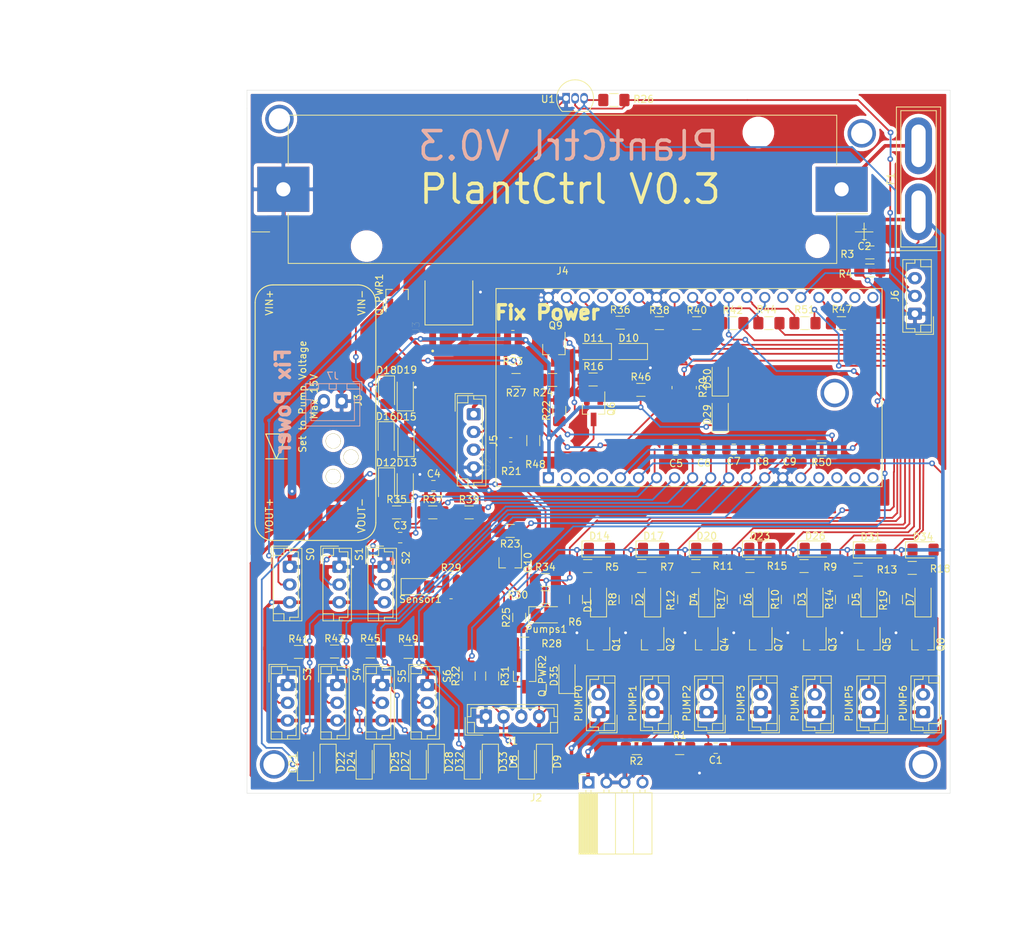
<source format=kicad_pcb>
(kicad_pcb (version 20171130) (host pcbnew 5.1.5+dfsg1-2build2)
  (layers (0 F.Cu signal) (31 B.Cu signal) (34 B.Paste user) (35 F.Paste user) (36 B.SilkS user) (37 F.SilkS user) (38 B.Mask user) (39 F.Mask user) (44 Edge.Cuts user))
  (net 0 "")
  (net 1 PLANT1_PUMP)
  (net 2 PLANT2_PUMP)
  (net 3 PLANT3_PUMP)
  (net 4 PLANT4_PUMP)
  (net 5 PLANT5_PUMP)
  (net 6 PLANT6_PUMP)
  (net 7 GND)
  (net 8 PLANT6_MOIST)
  (net 9 PLANT5_MOIST)
  (net 10 PLANT4_MOIST)
  (net 11 PLANT3_MOIST)
  (net 12 PLANT2_MOIST)
  (net 13 PLANT1_MOIST)
  (net 14 "Net-(D1-Pad2)")
  (net 15 PLANT_CTRL_PUMP_0)
  (net 16 "Net-(D2-Pad2)")
  (net 17 "Net-(D3-Pad2)")
  (net 18 "Net-(D4-Pad2)")
  (net 19 "Net-(D5-Pad2)")
  (net 20 "Net-(D6-Pad2)")
  (net 21 "Net-(D7-Pad2)")
  (net 22 LIPO+)
  (net 23 SOLAR_IN)
  (net 24 PUMP_PWR)
  (net 25 PWR_PUMP_CONVERTER)
  (net 26 "Net-(F1-Pad2)")
  (net 27 "Net-(J5-Pad3)")
  (net 28 3_3V)
  (net 29 Temp)
  (net 30 PLANT0_PUMP)
  (net 31 "Net-(Q6-Pad3)")
  (net 32 CUSTOM_GPIO)
  (net 33 "Net-(Q9-Pad3)")
  (net 34 "Net-(Q10-Pad3)")
  (net 35 "Net-(Q_PWR1-Pad1)")
  (net 36 PWR_SENSORS)
  (net 37 "Net-(Q_PWR2-Pad1)")
  (net 38 "Net-(R32-Pad2)")
  (net 39 TANK_ECHO)
  (net 40 PLANT0_MOIST)
  (net 41 "Net-(R29-Pad2)")
  (net 42 "Net-(R29-Pad1)")
  (net 43 "Net-(Pumps1-Pad2)")
  (net 44 "Net-(C1-Pad2)")
  (net 45 "Net-(C2-Pad2)")
  (net 46 "Net-(D29-Pad2)")
  (net 47 "Net-(Q1-Pad1)")
  (net 48 "Net-(Q2-Pad1)")
  (net 49 "Net-(Q3-Pad1)")
  (net 50 "Net-(Q4-Pad1)")
  (net 51 "Net-(Q5-Pad1)")
  (net 52 "Net-(Q6-Pad1)")
  (net 53 "Net-(Q7-Pad1)")
  (net 54 "Net-(Q8-Pad1)")
  (net 55 "Net-(Q9-Pad1)")
  (net 56 "Net-(Q10-Pad1)")
  (net 57 "Net-(R35-Pad1)")
  (net 58 PLANT_CTRL_PUMP_1)
  (net 59 "Net-(R37-Pad1)")
  (net 60 PLANT_CTRL_PUMP_2)
  (net 61 "Net-(R39-Pad1)")
  (net 62 PLANT_CTRL_PUMP_3)
  (net 63 "Net-(R41-Pad1)")
  (net 64 PLANT_CTRL_PUMP_4)
  (net 65 "Net-(R43-Pad1)")
  (net 66 PLANT_CTRL_PUMP_5)
  (net 67 "Net-(R45-Pad1)")
  (net 68 PLANT_CTRL_PUMP_6)
  (net 69 "Net-(R49-Pad1)")
  (net 70 PUMP_ENABLE)
  (net 71 SENSORS_ENABLE)
  (module Capacitor_SMD:C_0805_2012Metric_Pad1.18x1.45mm_HandSolder (layer F.Cu) (at 191.77 103.6828)
    (fp_text reference C3 (at 0 -1.68) (layer F.SilkS))
    (fp_text value 100n)
    (pad 1 smd roundrect (at -1.0375 0) (size 1.175 1.45) (layers F.Cu F.Paste F.Mask) (roundrect_rratio 0.212766) (net 7 GND))
    (pad 2 smd roundrect (at 1.0375 0) (size 1.175 1.45) (layers F.Cu F.Paste F.Mask) (roundrect_rratio 0.212766) (net 40 PLANT0_MOIST))
  )
  (module LED_SMD:LED_1206_3216Metric_Pad1.42x1.75mm_HandSolder (layer F.Cu) (at 219.71 112.395 90)
    (fp_text reference D1 (at -0.889 -1.524 90) (layer F.SilkS))
    (fp_text value LED)
    (pad 2 smd roundrect (at 1.4875 0 90) (size 1.425 1.75) (layers F.Cu F.Paste F.Mask) (roundrect_rratio 0.175439) (net 14 "Net-(D1-Pad2)"))
    (pad 1 smd roundrect (at -1.4875 0 90) (size 1.425 1.75) (layers F.Cu F.Paste F.Mask) (roundrect_rratio 0.175439) (net 30 PLANT0_PUMP))
  )
  (module misc_footprints:BatteryHolder_Keystone_1042_1x18650 (layer F.Cu) (at 214.63 54.61 180)
    (fp_text reference J4 (at 0 -11.5) (layer F.SilkS))
    (fp_text value Conn_01x02_Female)
    (pad 1 thru_hole rect (at -39.33 0 180) (size 7.34 6.35) (drill 2) (layers *.Cu *.Mask) (net 26 "Net-(F1-Pad2)"))
    (pad 2 thru_hole rect (at 39.33 0 180) (size 7.34 6.35) (drill 2) (layers *.Cu *.Mask) (net 7 GND))
    (pad "" np_thru_hole circle (at 27.6 -8 180) (size 3.45 3.45) (drill 3.45) (layers *.Cu *.Mask))
    (pad "" np_thru_hole circle (at -27.6 8 180) (size 3.45 3.45) (drill 3.45) (layers *.Cu *.Mask))
    (pad "" np_thru_hole circle (at -35.93 -8 180) (size 2.39 2.39) (drill 2.39) (layers *.Cu *.Mask))
  )
  (module Resistor_SMD:R_1206_3216Metric_Pad1.42x1.75mm_HandSolder (layer F.Cu) (at 231.14 133.35)
    (fp_text reference R1 (at 0 -1.82) (layer F.SilkS))
    (fp_text value 100k)
    (pad 2 smd roundrect (at 1.4875 0) (size 1.425 1.75) (layers F.Cu F.Paste F.Mask) (roundrect_rratio 0.175439) (net 23 SOLAR_IN))
    (pad 1 smd roundrect (at -1.4875 0) (size 1.425 1.75) (layers F.Cu F.Paste F.Mask) (roundrect_rratio 0.175439) (net 44 "Net-(C1-Pad2)"))
  )
  (module Resistor_SMD:R_1206_3216Metric_Pad1.42x1.75mm_HandSolder (layer F.Cu) (at 208.0895 81.4705 180)
    (fp_text reference R27 (at 0 -1.82) (layer F.SilkS))
    (fp_text value 47k)
    (pad 2 smd roundrect (at 1.4875 0 180) (size 1.425 1.75) (layers F.Cu F.Paste F.Mask) (roundrect_rratio 0.175439) (net 22 LIPO+))
    (pad 1 smd roundrect (at -1.4875 0 180) (size 1.425 1.75) (layers F.Cu F.Paste F.Mask) (roundrect_rratio 0.175439) (net 35 "Net-(Q_PWR1-Pad1)"))
  )
  (module Resistor_SMD:R_1206_3216Metric_Pad1.42x1.75mm_HandSolder (layer F.Cu) (at 213.233 81.4705)
    (fp_text reference R24 (at -1.3462 1.7907) (layer F.SilkS))
    (fp_text value 10k)
    (pad 2 smd roundrect (at 1.4875 0) (size 1.425 1.75) (layers F.Cu F.Paste F.Mask) (roundrect_rratio 0.175439) (net 33 "Net-(Q9-Pad3)"))
    (pad 1 smd roundrect (at -1.4875 0) (size 1.425 1.75) (layers F.Cu F.Paste F.Mask) (roundrect_rratio 0.175439) (net 35 "Net-(Q_PWR1-Pad1)"))
  )
  (module Resistor_SMD:R_1206_3216Metric_Pad1.42x1.75mm_HandSolder (layer F.Cu) (at 214.1855 85.7885 90)
    (fp_text reference R22 (at 0 -1.82 90) (layer F.SilkS))
    (fp_text value R)
    (pad 2 smd roundrect (at 1.4875 0 90) (size 1.425 1.75) (layers F.Cu F.Paste F.Mask) (roundrect_rratio 0.175439) (net 7 GND))
    (pad 1 smd roundrect (at -1.4875 0 90) (size 1.425 1.75) (layers F.Cu F.Paste F.Mask) (roundrect_rratio 0.175439) (net 55 "Net-(Q9-Pad1)"))
  )
  (module Package_TO_SOT_SMD:SOT-23_Handsoldering (layer F.Cu) (at 191.3255 69.469 90)
    (fp_text reference Q_PWR1 (at 0 -2.5 90) (layer F.SilkS))
    (fp_text value BSS84)
    (pad 3 smd rect (at 1.5 0 90) (size 1.9 0.8) (layers F.Cu F.Paste F.Mask) (net 25 PWR_PUMP_CONVERTER))
    (pad 2 smd rect (at -1.5 0.95 90) (size 1.9 0.8) (layers F.Cu F.Paste F.Mask) (net 22 LIPO+))
    (pad 1 smd rect (at -1.5 -0.95 90) (size 1.9 0.8) (layers F.Cu F.Paste F.Mask) (net 35 "Net-(Q_PWR1-Pad1)"))
  )
  (module Package_TO_SOT_SMD:SOT-23_Handsoldering (layer F.Cu) (at 213.4235 77.1525 270)
    (fp_text reference Q9 (at -3.3401 -0.2413 180) (layer F.SilkS))
    (fp_text value SL2300)
    (pad 3 smd rect (at 1.5 0 270) (size 1.9 0.8) (layers F.Cu F.Paste F.Mask) (net 33 "Net-(Q9-Pad3)"))
    (pad 2 smd rect (at -1.5 0.95 270) (size 1.9 0.8) (layers F.Cu F.Paste F.Mask) (net 7 GND))
    (pad 1 smd rect (at -1.5 -0.95 270) (size 1.9 0.8) (layers F.Cu F.Paste F.Mask) (net 55 "Net-(Q9-Pad1)"))
  )
  (module LED_SMD:LED_1206_3216Metric_Pad1.42x1.75mm_HandSolder (layer F.Cu) (at 265.43 112.395 90)
    (fp_text reference D7 (at 0 -1.82 90) (layer F.SilkS))
    (fp_text value LED)
    (pad 2 smd roundrect (at 1.4875 0 90) (size 1.425 1.75) (layers F.Cu F.Paste F.Mask) (roundrect_rratio 0.175439) (net 21 "Net-(D7-Pad2)"))
    (pad 1 smd roundrect (at -1.4875 0 90) (size 1.425 1.75) (layers F.Cu F.Paste F.Mask) (roundrect_rratio 0.175439) (net 6 PLANT6_PUMP))
  )
  (module Resistor_SMD:R_1206_3216Metric_Pad1.42x1.75mm_HandSolder (layer F.Cu) (at 204.724 123.19 270)
    (fp_text reference R31 (at 0 -1.82 90) (layer F.SilkS))
    (fp_text value 255)
    (pad 2 smd roundrect (at 1.4875 0 270) (size 1.425 1.75) (layers F.Cu F.Paste F.Mask) (roundrect_rratio 0.175439) (net 36 PWR_SENSORS))
    (pad 1 smd roundrect (at -1.4875 0 270) (size 1.425 1.75) (layers F.Cu F.Paste F.Mask) (roundrect_rratio 0.175439) (net 41 "Net-(R29-Pad2)"))
  )
  (module Resistor_SMD:R_1206_3216Metric_Pad1.42x1.75mm_HandSolder (layer F.Cu) (at 212.217 112.0775)
    (fp_text reference R30 (at -3.8735 -0.3175) (layer F.SilkS))
    (fp_text value 255)
    (pad 2 smd roundrect (at 1.4875 0) (size 1.425 1.75) (layers F.Cu F.Paste F.Mask) (roundrect_rratio 0.175439) (net 43 "Net-(Pumps1-Pad2)"))
    (pad 1 smd roundrect (at -1.4875 0) (size 1.425 1.75) (layers F.Cu F.Paste F.Mask) (roundrect_rratio 0.175439) (net 25 PWR_PUMP_CONVERTER))
  )
  (module Resistor_SMD:R_0612_1632Metric (layer F.Cu) (at 198.9328 110.5916)
    (fp_text reference R29 (at 0 -2.65) (layer F.SilkS))
    (fp_text value 0)
    (pad 2 smd roundrect (at 0.75 0) (size 1 3.4) (layers F.Cu F.Paste F.Mask) (net 41 "Net-(R29-Pad2)"))
    (pad 1 smd roundrect (at -0.75 0) (size 1 3.4) (layers F.Cu F.Paste F.Mask) (net 42 "Net-(R29-Pad1)"))
  )
  (module Resistor_SMD:R_1206_3216Metric_Pad1.42x1.75mm_HandSolder (layer F.Cu) (at 209.296 118.618 180)
    (fp_text reference R28 (at -3.81 0) (layer F.SilkS))
    (fp_text value 47k)
    (pad 2 smd roundrect (at 1.4875 0 180) (size 1.425 1.75) (layers F.Cu F.Paste F.Mask) (roundrect_rratio 0.175439) (net 22 LIPO+))
    (pad 1 smd roundrect (at -1.4875 0 180) (size 1.425 1.75) (layers F.Cu F.Paste F.Mask) (roundrect_rratio 0.175439) (net 37 "Net-(Q_PWR2-Pad1)"))
  )
  (module Resistor_SMD:R_1206_3216Metric_Pad1.42x1.75mm_HandSolder (layer F.Cu) (at 208.534 114.935 90)
    (fp_text reference R25 (at 0 -1.82 90) (layer F.SilkS))
    (fp_text value 10k)
    (pad 2 smd roundrect (at 1.4875 0 90) (size 1.425 1.75) (layers F.Cu F.Paste F.Mask) (roundrect_rratio 0.175439) (net 34 "Net-(Q10-Pad3)"))
    (pad 1 smd roundrect (at -1.4875 0 90) (size 1.425 1.75) (layers F.Cu F.Paste F.Mask) (roundrect_rratio 0.175439) (net 37 "Net-(Q_PWR2-Pad1)"))
  )
  (module Resistor_SMD:R_1206_3216Metric_Pad1.42x1.75mm_HandSolder (layer F.Cu) (at 207.264 102.743 180)
    (fp_text reference R23 (at 0 -1.82) (layer F.SilkS))
    (fp_text value 47k)
    (pad 2 smd roundrect (at 1.4875 0 180) (size 1.425 1.75) (layers F.Cu F.Paste F.Mask) (roundrect_rratio 0.175439) (net 7 GND))
    (pad 1 smd roundrect (at -1.4875 0 180) (size 1.425 1.75) (layers F.Cu F.Paste F.Mask) (roundrect_rratio 0.175439) (net 56 "Net-(Q10-Pad1)"))
  )
  (module Package_TO_SOT_SMD:SOT-23_Handsoldering (layer F.Cu) (at 209.296 123.19 270)
    (fp_text reference Q_PWR2 (at 0 -2.5 90) (layer F.SilkS))
    (fp_text value BSS84)
    (pad 3 smd rect (at 1.5 0 270) (size 1.9 0.8) (layers F.Cu F.Paste F.Mask) (net 36 PWR_SENSORS))
    (pad 2 smd rect (at -1.5 0.95 270) (size 1.9 0.8) (layers F.Cu F.Paste F.Mask) (net 22 LIPO+))
    (pad 1 smd rect (at -1.5 -0.95 270) (size 1.9 0.8) (layers F.Cu F.Paste F.Mask) (net 37 "Net-(Q_PWR2-Pad1)"))
  )
  (module Package_TO_SOT_SMD:SOT-23_Handsoldering (layer F.Cu) (at 207.264 107.188 270)
    (fp_text reference Q10 (at 0 -2.5 90) (layer F.SilkS))
    (fp_text value SL2300)
    (pad 3 smd rect (at 1.5 0 270) (size 1.9 0.8) (layers F.Cu F.Paste F.Mask) (net 34 "Net-(Q10-Pad3)"))
    (pad 2 smd rect (at -1.5 0.95 270) (size 1.9 0.8) (layers F.Cu F.Paste F.Mask) (net 7 GND))
    (pad 1 smd rect (at -1.5 -0.95 270) (size 1.9 0.8) (layers F.Cu F.Paste F.Mask) (net 56 "Net-(Q10-Pad1)"))
  )
  (module LED_SMD:LED_1206_3216Metric_Pad1.42x1.75mm_HandSolder (layer F.Cu) (at 194.3608 110.5916)
    (fp_text reference Sensor1 (at 0.254 1.778) (layer F.SilkS))
    (fp_text value LED)
    (pad 2 smd roundrect (at 1.4875 0) (size 1.425 1.75) (layers F.Cu F.Paste F.Mask) (roundrect_rratio 0.175439) (net 42 "Net-(R29-Pad1)"))
    (pad 1 smd roundrect (at -1.4875 0) (size 1.425 1.75) (layers F.Cu F.Paste F.Mask) (roundrect_rratio 0.175439) (net 7 GND))
  )
  (module LED_SMD:LED_1206_3216Metric_Pad1.42x1.75mm_HandSolder (layer F.Cu) (at 212.344 114.554)
    (fp_text reference Pumps1 (at 0 2.032) (layer F.SilkS))
    (fp_text value LED)
    (pad 2 smd roundrect (at 1.4875 0) (size 1.425 1.75) (layers F.Cu F.Paste F.Mask) (roundrect_rratio 0.175439) (net 43 "Net-(Pumps1-Pad2)"))
    (pad 1 smd roundrect (at -1.4875 0) (size 1.425 1.75) (layers F.Cu F.Paste F.Mask) (roundrect_rratio 0.175439) (net 7 GND))
  )
  (module ESP32:MODULE_ESP32-DEVKITC-32D (layer F.Cu) (at 232.41 82.55 90)
    (fp_text reference U2 (at -10.829175 -28.446045 90) (layer F.SilkS) (effects (font (size 1.000386 1.000386) (thickness 0.015))))
    (fp_text value ESP32-DEVKITC-32D)
    (pad 38 thru_hole circle (at 12.7 25.96 90) (size 1.56 1.56) (drill 1.04) (layers *.Cu *.Mask))
    (pad 37 thru_hole circle (at 12.7 23.42 90) (size 1.56 1.56) (drill 1.04) (layers *.Cu *.Mask))
    (pad 36 thru_hole circle (at 12.7 20.88 90) (size 1.56 1.56) (drill 1.04) (layers *.Cu *.Mask))
    (pad 35 thru_hole circle (at 12.7 18.34 90) (size 1.56 1.56) (drill 1.04) (layers *.Cu *.Mask) (net 68 PLANT_CTRL_PUMP_6))
    (pad 34 thru_hole circle (at 12.7 15.8 90) (size 1.56 1.56) (drill 1.04) (layers *.Cu *.Mask) (net 29 Temp))
    (pad 33 thru_hole circle (at 12.7 13.26 90) (size 1.56 1.56) (drill 1.04) (layers *.Cu *.Mask))
    (pad 32 thru_hole circle (at 12.7 10.72 90) (size 1.56 1.56) (drill 1.04) (layers *.Cu *.Mask) (net 32 CUSTOM_GPIO))
    (pad 31 thru_hole circle (at 12.7 8.18 90) (size 1.56 1.56) (drill 1.04) (layers *.Cu *.Mask) (net 71 SENSORS_ENABLE))
    (pad 30 thru_hole circle (at 12.7 5.64 90) (size 1.56 1.56) (drill 1.04) (layers *.Cu *.Mask) (net 38 "Net-(R32-Pad2)"))
    (pad 29 thru_hole circle (at 12.7 3.1 90) (size 1.56 1.56) (drill 1.04) (layers *.Cu *.Mask) (net 66 PLANT_CTRL_PUMP_5))
    (pad 28 thru_hole circle (at 12.7 0.56 90) (size 1.56 1.56) (drill 1.04) (layers *.Cu *.Mask) (net 64 PLANT_CTRL_PUMP_4))
    (pad 27 thru_hole circle (at 12.7 -1.98 90) (size 1.56 1.56) (drill 1.04) (layers *.Cu *.Mask) (net 62 PLANT_CTRL_PUMP_3))
    (pad 26 thru_hole circle (at 12.7 -4.52 90) (size 1.56 1.56) (drill 1.04) (layers *.Cu *.Mask) (net 7 GND))
    (pad 25 thru_hole circle (at 12.7 -7.06 90) (size 1.56 1.56) (drill 1.04) (layers *.Cu *.Mask) (net 60 PLANT_CTRL_PUMP_2))
    (pad 24 thru_hole circle (at 12.7 -9.6 90) (size 1.56 1.56) (drill 1.04) (layers *.Cu *.Mask))
    (pad 23 thru_hole circle (at 12.7 -12.14 90) (size 1.56 1.56) (drill 1.04) (layers *.Cu *.Mask))
    (pad 22 thru_hole circle (at 12.7 -14.68 90) (size 1.56 1.56) (drill 1.04) (layers *.Cu *.Mask) (net 58 PLANT_CTRL_PUMP_1))
    (pad 21 thru_hole circle (at 12.7 -17.22 90) (size 1.56 1.56) (drill 1.04) (layers *.Cu *.Mask) (net 15 PLANT_CTRL_PUMP_0))
    (pad 20 thru_hole circle (at 12.7 -19.76 90) (size 1.56 1.56) (drill 1.04) (layers *.Cu *.Mask) (net 7 GND))
    (pad 18 thru_hole circle (at -12.7 23.42 90) (size 1.56 1.56) (drill 1.04) (layers *.Cu *.Mask))
    (pad 17 thru_hole circle (at -12.7 20.88 90) (size 1.56 1.56) (drill 1.04) (layers *.Cu *.Mask))
    (pad 16 thru_hole circle (at -12.7 18.34 90) (size 1.56 1.56) (drill 1.04) (layers *.Cu *.Mask))
    (pad 15 thru_hole circle (at -12.7 15.8 90) (size 1.56 1.56) (drill 1.04) (layers *.Cu *.Mask) (net 70 PUMP_ENABLE))
    (pad 14 thru_hole circle (at -12.7 13.26 90) (size 1.56 1.56) (drill 1.04) (layers *.Cu *.Mask) (net 7 GND))
    (pad 13 thru_hole circle (at -12.7 10.72 90) (size 1.56 1.56) (drill 1.04) (layers *.Cu *.Mask) (net 8 PLANT6_MOIST))
    (pad 12 thru_hole circle (at -12.7 8.18 90) (size 1.56 1.56) (drill 1.04) (layers *.Cu *.Mask) (net 9 PLANT5_MOIST))
    (pad 11 thru_hole circle (at -12.7 5.64 90) (size 1.56 1.56) (drill 1.04) (layers *.Cu *.Mask) (net 10 PLANT4_MOIST))
    (pad 10 thru_hole circle (at -12.7 3.1 90) (size 1.56 1.56) (drill 1.04) (layers *.Cu *.Mask) (net 11 PLANT3_MOIST))
    (pad 9 thru_hole circle (at -12.7 0.56 90) (size 1.56 1.56) (drill 1.04) (layers *.Cu *.Mask) (net 12 PLANT2_MOIST))
    (pad 8 thru_hole circle (at -12.7 -1.98 90) (size 1.56 1.56) (drill 1.04) (layers *.Cu *.Mask) (net 13 PLANT1_MOIST))
    (pad 7 thru_hole circle (at -12.7 -4.52 90) (size 1.56 1.56) (drill 1.04) (layers *.Cu *.Mask) (net 40 PLANT0_MOIST))
    (pad 6 thru_hole circle (at -12.7 -7.06 90) (size 1.56 1.56) (drill 1.04) (layers *.Cu *.Mask) (net 44 "Net-(C1-Pad2)"))
    (pad 5 thru_hole circle (at -12.7 -9.6 90) (size 1.56 1.56) (drill 1.04) (layers *.Cu *.Mask) (net 45 "Net-(C2-Pad2)"))
    (pad 4 thru_hole circle (at -12.7 -12.14 90) (size 1.56 1.56) (drill 1.04) (layers *.Cu *.Mask))
    (pad 3 thru_hole circle (at -12.7 -14.68 90) (size 1.56 1.56) (drill 1.04) (layers *.Cu *.Mask))
    (pad 19 thru_hole circle (at -12.7 25.96 90) (size 1.56 1.56) (drill 1.04) (layers *.Cu *.Mask))
    (pad 2 thru_hole circle (at -12.7 -17.22 90) (size 1.56 1.56) (drill 1.04) (layers *.Cu *.Mask))
    (pad 1 thru_hole rect (at -12.7 -19.76 90) (size 1.56 1.56) (drill 1.04) (layers *.Cu *.Mask) (net 28 3_3V))
  )
  (module Resistor_SMD:R_1206_3216Metric_Pad1.42x1.75mm_HandSolder (layer F.Cu) (at 257.937 66.04)
    (fp_text reference R4 (at -3.429 0.508) (layer F.SilkS))
    (fp_text value 47k8)
    (pad 2 smd roundrect (at 1.4875 0) (size 1.425 1.75) (layers F.Cu F.Paste F.Mask) (roundrect_rratio 0.175439) (net 7 GND))
    (pad 1 smd roundrect (at -1.4875 0) (size 1.425 1.75) (layers F.Cu F.Paste F.Mask) (roundrect_rratio 0.175439) (net 45 "Net-(C2-Pad2)"))
  )
  (module Resistor_SMD:R_1206_3216Metric_Pad1.42x1.75mm_HandSolder (layer F.Cu) (at 257.937 63.5 180)
    (fp_text reference R3 (at 3.175 -0.254) (layer F.SilkS))
    (fp_text value 33k)
    (pad 2 smd roundrect (at 1.4875 0 180) (size 1.425 1.75) (layers F.Cu F.Paste F.Mask) (roundrect_rratio 0.175439) (net 45 "Net-(C2-Pad2)"))
    (pad 1 smd roundrect (at -1.4875 0 180) (size 1.425 1.75) (layers F.Cu F.Paste F.Mask) (roundrect_rratio 0.175439) (net 22 LIPO+))
  )
  (module Resistor_SMD:R_1206_3216Metric_Pad1.42x1.75mm_HandSolder (layer F.Cu) (at 225.044 133.35 180)
    (fp_text reference R2 (at 0 -1.82) (layer F.SilkS))
    (fp_text value 33k)
    (pad 2 smd roundrect (at 1.4875 0 180) (size 1.425 1.75) (layers F.Cu F.Paste F.Mask) (roundrect_rratio 0.175439) (net 7 GND))
    (pad 1 smd roundrect (at -1.4875 0 180) (size 1.425 1.75) (layers F.Cu F.Paste F.Mask) (roundrect_rratio 0.175439) (net 44 "Net-(C1-Pad2)"))
  )
  (module Connector_PinSocket_2.54mm:PinSocket_1x04_P2.54mm_Horizontal (layer F.Cu) (at 218.2876 138.176 90)
    (fp_text reference J2 (at -2.159 -7.366 180) (layer F.SilkS))
    (fp_text value Conn_01x04)
    (pad 4 thru_hole oval (at 0 7.62 90) (size 1.7 1.7) (drill 1) (layers *.Cu *.Mask) (net 23 SOLAR_IN))
    (pad 3 thru_hole oval (at 0 5.08 90) (size 1.7 1.7) (drill 1) (layers *.Cu *.Mask) (net 7 GND))
    (pad 2 thru_hole oval (at 0 2.54 90) (size 1.7 1.7) (drill 1) (layers *.Cu *.Mask) (net 7 GND))
    (pad 1 thru_hole rect (at 0 0 90) (size 1.7 1.7) (drill 1) (layers *.Cu *.Mask) (net 22 LIPO+))
  )
  (module Connector_JST:JST_EH_B4B-EH-A_1x04_P2.50mm_Vertical (layer F.Cu) (at 203.835 128.905)
    (fp_text reference J1 (at 3.683 3.429) (layer F.SilkS))
    (fp_text value Conn_01x04)
    (pad 4 thru_hole oval (at 7.5 0) (size 1.7 1.95) (drill 0.95) (layers *.Cu *.Mask) (net 36 PWR_SENSORS))
    (pad 3 thru_hole oval (at 5 0) (size 1.7 1.95) (drill 0.95) (layers *.Cu *.Mask) (net 15 PLANT_CTRL_PUMP_0))
    (pad 2 thru_hole oval (at 2.5 0) (size 1.7 1.95) (drill 0.95) (layers *.Cu *.Mask) (net 39 TANK_ECHO))
    (pad 1 thru_hole roundrect (at 0 0) (size 1.7 1.95) (drill 0.95) (layers *.Cu *.Mask) (roundrect_rratio 0.147059) (net 7 GND))
  )
  (module Fuse:Fuse_Blade_ATO_directSolder (layer F.Cu) (at 264.795 57.785 90)
    (fp_text reference F1 (at 4.65 -3.9 90) (layer F.SilkS))
    (fp_text value Fuse)
    (pad 2 thru_hole oval (at 9.3 0 90) (size 8 3.8) (drill oval 6 2) (layers *.Cu *.Mask) (net 26 "Net-(F1-Pad2)"))
    (pad 1 thru_hole oval (at 0 0 90) (size 8 3.8) (drill oval 6 2) (layers *.Cu *.Mask) (net 22 LIPO+))
  )
  (module ESP32:DPAK457P991X255-3N (layer F.Cu) (at 198.628 71.374 90)
    (fp_text reference U3 (at -2.825 -4.635 90) (layer F.SilkS) (effects (font (thickness 0.015))))
    (fp_text value LP38690DT-3.3)
    (pad 4 smd rect (at 2.32 0 90) (size 6.49 5.63) (layers F.Cu F.Mask) (net 7 GND))
    (pad 3 smd rect (at -4.45 2.285 90) (size 2.22 0.96) (layers F.Cu F.Paste F.Mask) (net 22 LIPO+))
    (pad 1 smd rect (at -4.45 -2.285 90) (size 2.22 0.96) (layers F.Cu F.Paste F.Mask) (net 28 3_3V))
  )
  (module Package_TO_SOT_THT:TO-92_Inline (layer F.Cu) (at 215.138 41.783)
    (fp_text reference U1 (at -2.54 0.127) (layer F.SilkS))
    (fp_text value DS18B20)
    (pad 1 thru_hole rect (at 0 0) (size 1.05 1.5) (drill 0.75) (layers *.Cu *.Mask) (net 7 GND))
    (pad 3 thru_hole oval (at 2.54 0) (size 1.05 1.5) (drill 0.75) (layers *.Cu *.Mask) (net 36 PWR_SENSORS))
    (pad 2 thru_hole oval (at 1.27 0) (size 1.05 1.5) (drill 0.75) (layers *.Cu *.Mask) (net 29 Temp))
  )
  (module Connector_JST:JST_EH_B3B-EH-A_1x03_P2.50mm_Vertical (layer F.Cu) (at 195.58 124.46 270)
    (fp_text reference S6 (at -1.27 -2.794 90) (layer F.SilkS))
    (fp_text value Conn_01x03_Male)
    (pad 3 thru_hole oval (at 5 0 270) (size 1.7 1.95) (drill 0.95) (layers *.Cu *.Mask) (net 36 PWR_SENSORS))
    (pad 2 thru_hole oval (at 2.5 0 270) (size 1.7 1.95) (drill 0.95) (layers *.Cu *.Mask) (net 69 "Net-(R49-Pad1)"))
    (pad 1 thru_hole roundrect (at 0 0 270) (size 1.7 1.95) (drill 0.95) (layers *.Cu *.Mask) (roundrect_rratio 0.147059) (net 7 GND))
  )
  (module Connector_JST:JST_EH_B3B-EH-A_1x03_P2.50mm_Vertical (layer F.Cu) (at 189.23 124.46 270)
    (fp_text reference S5 (at -1.27 -2.794 90) (layer F.SilkS))
    (fp_text value Conn_01x03_Male)
    (pad 3 thru_hole oval (at 5 0 270) (size 1.7 1.95) (drill 0.95) (layers *.Cu *.Mask) (net 36 PWR_SENSORS))
    (pad 2 thru_hole oval (at 2.5 0 270) (size 1.7 1.95) (drill 0.95) (layers *.Cu *.Mask) (net 67 "Net-(R45-Pad1)"))
    (pad 1 thru_hole roundrect (at 0 0 270) (size 1.7 1.95) (drill 0.95) (layers *.Cu *.Mask) (roundrect_rratio 0.147059) (net 7 GND))
  )
  (module Connector_JST:JST_EH_B3B-EH-A_1x03_P2.50mm_Vertical (layer F.Cu) (at 182.88 124.46 270)
    (fp_text reference S4 (at -1.524 -2.794 90) (layer F.SilkS))
    (fp_text value Conn_01x03_Male)
    (pad 3 thru_hole oval (at 5 0 270) (size 1.7 1.95) (drill 0.95) (layers *.Cu *.Mask) (net 36 PWR_SENSORS))
    (pad 2 thru_hole oval (at 2.5 0 270) (size 1.7 1.95) (drill 0.95) (layers *.Cu *.Mask) (net 65 "Net-(R43-Pad1)"))
    (pad 1 thru_hole roundrect (at 0 0 270) (size 1.7 1.95) (drill 0.95) (layers *.Cu *.Mask) (roundrect_rratio 0.147059) (net 7 GND))
  )
  (module Connector_JST:JST_EH_B3B-EH-A_1x03_P2.50mm_Vertical (layer F.Cu) (at 175.895 124.46 270)
    (fp_text reference S3 (at -1.524 -2.8 90) (layer F.SilkS))
    (fp_text value Conn_01x03_Male)
    (pad 3 thru_hole oval (at 5 0 270) (size 1.7 1.95) (drill 0.95) (layers *.Cu *.Mask) (net 36 PWR_SENSORS))
    (pad 2 thru_hole oval (at 2.5 0 270) (size 1.7 1.95) (drill 0.95) (layers *.Cu *.Mask) (net 63 "Net-(R41-Pad1)"))
    (pad 1 thru_hole roundrect (at 0 0 270) (size 1.7 1.95) (drill 0.95) (layers *.Cu *.Mask) (roundrect_rratio 0.147059) (net 7 GND))
  )
  (module Connector_JST:JST_EH_B3B-EH-A_1x03_P2.50mm_Vertical (layer F.Cu) (at 189.5348 107.7976 270)
    (fp_text reference S2 (at -1.27 -3.048 90) (layer F.SilkS))
    (fp_text value Conn_01x03_Male)
    (pad 3 thru_hole oval (at 5 0 270) (size 1.7 1.95) (drill 0.95) (layers *.Cu *.Mask) (net 36 PWR_SENSORS))
    (pad 2 thru_hole oval (at 2.5 0 270) (size 1.7 1.95) (drill 0.95) (layers *.Cu *.Mask) (net 61 "Net-(R39-Pad1)"))
    (pad 1 thru_hole roundrect (at 0 0 270) (size 1.7 1.95) (drill 0.95) (layers *.Cu *.Mask) (roundrect_rratio 0.147059) (net 7 GND))
  )
  (module Connector_JST:JST_EH_B3B-EH-A_1x03_P2.50mm_Vertical (layer F.Cu) (at 183.1848 107.7976 270)
    (fp_text reference S1 (at -1.778 -2.794 90) (layer F.SilkS))
    (fp_text value Conn_01x03_Male)
    (pad 3 thru_hole oval (at 5 0 270) (size 1.7 1.95) (drill 0.95) (layers *.Cu *.Mask) (net 36 PWR_SENSORS))
    (pad 2 thru_hole oval (at 2.5 0 270) (size 1.7 1.95) (drill 0.95) (layers *.Cu *.Mask) (net 59 "Net-(R37-Pad1)"))
    (pad 1 thru_hole roundrect (at 0 0 270) (size 1.7 1.95) (drill 0.95) (layers *.Cu *.Mask) (roundrect_rratio 0.147059) (net 7 GND))
  )
  (module Connector_JST:JST_EH_B3B-EH-A_1x03_P2.50mm_Vertical (layer F.Cu) (at 176.1998 107.7976 270)
    (fp_text reference S0 (at -1.778 -2.921 90) (layer F.SilkS))
    (fp_text value Conn_01x03_Male)
    (pad 3 thru_hole oval (at 5 0 270) (size 1.7 1.95) (drill 0.95) (layers *.Cu *.Mask) (net 36 PWR_SENSORS))
    (pad 2 thru_hole oval (at 2.5 0 270) (size 1.7 1.95) (drill 0.95) (layers *.Cu *.Mask) (net 57 "Net-(R35-Pad1)"))
    (pad 1 thru_hole roundrect (at 0 0 270) (size 1.7 1.95) (drill 0.95) (layers *.Cu *.Mask) (roundrect_rratio 0.147059) (net 7 GND))
  )
  (module Resistor_SMD:R_1206_3216Metric_Pad1.42x1.75mm_HandSolder (layer F.Cu) (at 201.422 123.19 90)
    (fp_text reference R32 (at 0 -1.82 90) (layer F.SilkS))
    (fp_text value 10k)
    (pad 2 smd roundrect (at 1.4875 0 90) (size 1.425 1.75) (layers F.Cu F.Paste F.Mask) (roundrect_rratio 0.175439) (net 38 "Net-(R32-Pad2)"))
    (pad 1 smd roundrect (at -1.4875 0 90) (size 1.425 1.75) (layers F.Cu F.Paste F.Mask) (roundrect_rratio 0.175439) (net 39 TANK_ECHO))
  )
  (module Resistor_SMD:R_1206_3216Metric_Pad1.42x1.75mm_HandSolder (layer F.Cu) (at 221.869 42.037 180)
    (fp_text reference R26 (at -4.191 0.127) (layer F.SilkS))
    (fp_text value 4k7)
    (pad 2 smd roundrect (at 1.4875 0 180) (size 1.425 1.75) (layers F.Cu F.Paste F.Mask) (roundrect_rratio 0.175439) (net 36 PWR_SENSORS))
    (pad 1 smd roundrect (at -1.4875 0 180) (size 1.425 1.75) (layers F.Cu F.Paste F.Mask) (roundrect_rratio 0.175439) (net 29 Temp))
  )
  (module Resistor_SMD:R_0612_1632Metric (layer F.Cu) (at 207.3395 91.313)
    (fp_text reference R21 (at 0.0769 3.0226 180) (layer F.SilkS))
    (fp_text value R)
    (pad 2 smd roundrect (at 0.75 0) (size 1 3.4) (layers F.Cu F.Paste F.Mask) (net 31 "Net-(Q6-Pad3)"))
    (pad 1 smd roundrect (at -0.75 0) (size 1 3.4) (layers F.Cu F.Paste F.Mask) (net 27 "Net-(J5-Pad3)"))
  )
  (module Resistor_SMD:R_0612_1632Metric (layer F.Cu) (at 231.775 82.55 270)
    (fp_text reference R20 (at 0 -2.65 90) (layer F.SilkS))
    (fp_text value R)
    (pad 2 smd roundrect (at 0.75 0 270) (size 1 3.4) (layers F.Cu F.Paste F.Mask) (net 46 "Net-(D29-Pad2)"))
    (pad 1 smd roundrect (at -0.75 0 270) (size 1 3.4) (layers F.Cu F.Paste F.Mask) (net 32 CUSTOM_GPIO))
  )
  (module Resistor_SMD:R_1206_3216Metric_Pad1.42x1.75mm_HandSolder (layer F.Cu) (at 261.62 112.395 270)
    (fp_text reference R19 (at 0.127 1.778 90) (layer F.SilkS))
    (fp_text value 47k)
    (pad 2 smd roundrect (at 1.4875 0 270) (size 1.425 1.75) (layers F.Cu F.Paste F.Mask) (roundrect_rratio 0.175439) (net 7 GND))
    (pad 1 smd roundrect (at -1.4875 0 270) (size 1.425 1.75) (layers F.Cu F.Paste F.Mask) (roundrect_rratio 0.175439) (net 54 "Net-(Q8-Pad1)"))
  )
  (module Resistor_SMD:R_1206_3216Metric_Pad1.42x1.75mm_HandSolder (layer F.Cu) (at 263.906 107.95)
    (fp_text reference R18 (at 3.937 0.127) (layer F.SilkS))
    (fp_text value R)
    (pad 2 smd roundrect (at 1.4875 0) (size 1.425 1.75) (layers F.Cu F.Paste F.Mask) (roundrect_rratio 0.175439) (net 21 "Net-(D7-Pad2)"))
    (pad 1 smd roundrect (at -1.4875 0) (size 1.425 1.75) (layers F.Cu F.Paste F.Mask) (roundrect_rratio 0.175439) (net 22 LIPO+))
  )
  (module Resistor_SMD:R_1206_3216Metric_Pad1.42x1.75mm_HandSolder (layer F.Cu) (at 238.76 112.395 270)
    (fp_text reference R17 (at 0 1.778 90) (layer F.SilkS))
    (fp_text value 47k)
    (pad 2 smd roundrect (at 1.4875 0 270) (size 1.425 1.75) (layers F.Cu F.Paste F.Mask) (roundrect_rratio 0.175439) (net 7 GND))
    (pad 1 smd roundrect (at -1.4875 0 270) (size 1.425 1.75) (layers F.Cu F.Paste F.Mask) (roundrect_rratio 0.175439) (net 53 "Net-(Q7-Pad1)"))
  )
  (module Resistor_SMD:R_1206_3216Metric_Pad1.42x1.75mm_HandSolder (layer F.Cu) (at 218.948 81.407 180)
    (fp_text reference R16 (at -0.0635 1.8415) (layer F.SilkS))
    (fp_text value R)
    (pad 2 smd roundrect (at 1.4875 0 180) (size 1.425 1.75) (layers F.Cu F.Paste F.Mask) (roundrect_rratio 0.175439) (net 7 GND))
    (pad 1 smd roundrect (at -1.4875 0 180) (size 1.425 1.75) (layers F.Cu F.Paste F.Mask) (roundrect_rratio 0.175439) (net 52 "Net-(Q6-Pad1)"))
  )
  (module Resistor_SMD:R_1206_3216Metric_Pad1.42x1.75mm_HandSolder (layer F.Cu) (at 241.046 107.696)
    (fp_text reference R15 (at 3.81 0) (layer F.SilkS))
    (fp_text value R)
    (pad 2 smd roundrect (at 1.4875 0) (size 1.425 1.75) (layers F.Cu F.Paste F.Mask) (roundrect_rratio 0.175439) (net 20 "Net-(D6-Pad2)"))
    (pad 1 smd roundrect (at -1.4875 0) (size 1.425 1.75) (layers F.Cu F.Paste F.Mask) (roundrect_rratio 0.175439) (net 22 LIPO+))
  )
  (module Resistor_SMD:R_1206_3216Metric_Pad1.42x1.75mm_HandSolder (layer F.Cu) (at 254 112.395 270)
    (fp_text reference R14 (at 0 1.778 90) (layer F.SilkS))
    (fp_text value 47k)
    (pad 2 smd roundrect (at 1.4875 0 270) (size 1.425 1.75) (layers F.Cu F.Paste F.Mask) (roundrect_rratio 0.175439) (net 7 GND))
    (pad 1 smd roundrect (at -1.4875 0 270) (size 1.425 1.75) (layers F.Cu F.Paste F.Mask) (roundrect_rratio 0.175439) (net 51 "Net-(Q5-Pad1)"))
  )
  (module Resistor_SMD:R_1206_3216Metric_Pad1.42x1.75mm_HandSolder (layer F.Cu) (at 256.286 108.204)
    (fp_text reference R13 (at 4.064 0) (layer F.SilkS))
    (fp_text value R)
    (pad 2 smd roundrect (at 1.4875 0) (size 1.425 1.75) (layers F.Cu F.Paste F.Mask) (roundrect_rratio 0.175439) (net 19 "Net-(D5-Pad2)"))
    (pad 1 smd roundrect (at -1.4875 0) (size 1.425 1.75) (layers F.Cu F.Paste F.Mask) (roundrect_rratio 0.175439) (net 22 LIPO+))
  )
  (module Resistor_SMD:R_1206_3216Metric_Pad1.42x1.75mm_HandSolder (layer F.Cu) (at 231.775 112.395 270)
    (fp_text reference R12 (at 0.127 1.905 90) (layer F.SilkS))
    (fp_text value 47k)
    (pad 2 smd roundrect (at 1.4875 0 270) (size 1.425 1.75) (layers F.Cu F.Paste F.Mask) (roundrect_rratio 0.175439) (net 7 GND))
    (pad 1 smd roundrect (at -1.4875 0 270) (size 1.425 1.75) (layers F.Cu F.Paste F.Mask) (roundrect_rratio 0.175439) (net 50 "Net-(Q4-Pad1)"))
  )
  (module Resistor_SMD:R_1206_3216Metric_Pad1.42x1.75mm_HandSolder (layer F.Cu) (at 233.426 107.696)
    (fp_text reference R11 (at 3.81 0) (layer F.SilkS))
    (fp_text value R)
    (pad 2 smd roundrect (at 1.4875 0) (size 1.425 1.75) (layers F.Cu F.Paste F.Mask) (roundrect_rratio 0.175439) (net 18 "Net-(D4-Pad2)"))
    (pad 1 smd roundrect (at -1.4875 0) (size 1.425 1.75) (layers F.Cu F.Paste F.Mask) (roundrect_rratio 0.175439) (net 22 LIPO+))
  )
  (module Resistor_SMD:R_1206_3216Metric_Pad1.42x1.75mm_HandSolder (layer F.Cu) (at 246.38 112.395 270)
    (fp_text reference R10 (at 0 1.778 90) (layer F.SilkS))
    (fp_text value 47k)
    (pad 2 smd roundrect (at 1.4875 0 270) (size 1.425 1.75) (layers F.Cu F.Paste F.Mask) (roundrect_rratio 0.175439) (net 7 GND))
    (pad 1 smd roundrect (at -1.4875 0 270) (size 1.425 1.75) (layers F.Cu F.Paste F.Mask) (roundrect_rratio 0.175439) (net 49 "Net-(Q3-Pad1)"))
  )
  (module Resistor_SMD:R_1206_3216Metric_Pad1.42x1.75mm_HandSolder (layer F.Cu) (at 248.666 107.696)
    (fp_text reference R9 (at 3.683 0.127) (layer F.SilkS))
    (fp_text value R)
    (pad 2 smd roundrect (at 1.4875 0) (size 1.425 1.75) (layers F.Cu F.Paste F.Mask) (roundrect_rratio 0.175439) (net 17 "Net-(D3-Pad2)"))
    (pad 1 smd roundrect (at -1.4875 0) (size 1.425 1.75) (layers F.Cu F.Paste F.Mask) (roundrect_rratio 0.175439) (net 22 LIPO+))
  )
  (module Resistor_SMD:R_1206_3216Metric_Pad1.42x1.75mm_HandSolder (layer F.Cu) (at 223.52 112.395 90)
    (fp_text reference R8 (at 0 -1.82 90) (layer F.SilkS))
    (fp_text value 47k)
    (pad 2 smd roundrect (at 1.4875 0 90) (size 1.425 1.75) (layers F.Cu F.Paste F.Mask) (roundrect_rratio 0.175439) (net 48 "Net-(Q2-Pad1)"))
    (pad 1 smd roundrect (at -1.4875 0 90) (size 1.425 1.75) (layers F.Cu F.Paste F.Mask) (roundrect_rratio 0.175439) (net 7 GND))
  )
  (module Resistor_SMD:R_1206_3216Metric_Pad1.42x1.75mm_HandSolder (layer F.Cu) (at 225.806 107.696)
    (fp_text reference R7 (at 3.556 0.127) (layer F.SilkS))
    (fp_text value R)
    (pad 2 smd roundrect (at 1.4875 0) (size 1.425 1.75) (layers F.Cu F.Paste F.Mask) (roundrect_rratio 0.175439) (net 16 "Net-(D2-Pad2)"))
    (pad 1 smd roundrect (at -1.4875 0) (size 1.425 1.75) (layers F.Cu F.Paste F.Mask) (roundrect_rratio 0.175439) (net 22 LIPO+))
  )
  (module Resistor_SMD:R_1206_3216Metric_Pad1.42x1.75mm_HandSolder (layer F.Cu) (at 216.535 112.395 270)
    (fp_text reference R6 (at 3.175 0.127 180) (layer F.SilkS))
    (fp_text value 47k)
    (pad 2 smd roundrect (at 1.4875 0 270) (size 1.425 1.75) (layers F.Cu F.Paste F.Mask) (roundrect_rratio 0.175439) (net 7 GND))
    (pad 1 smd roundrect (at -1.4875 0 270) (size 1.425 1.75) (layers F.Cu F.Paste F.Mask) (roundrect_rratio 0.175439) (net 47 "Net-(Q1-Pad1)"))
  )
  (module Resistor_SMD:R_1206_3216Metric_Pad1.42x1.75mm_HandSolder (layer F.Cu) (at 218.186 107.696)
    (fp_text reference R5 (at 3.429 0.127) (layer F.SilkS))
    (fp_text value R)
    (pad 2 smd roundrect (at 1.4875 0) (size 1.425 1.75) (layers F.Cu F.Paste F.Mask) (roundrect_rratio 0.175439) (net 14 "Net-(D1-Pad2)"))
    (pad 1 smd roundrect (at -1.4875 0) (size 1.425 1.75) (layers F.Cu F.Paste F.Mask) (roundrect_rratio 0.175439) (net 22 LIPO+))
  )
  (module Package_TO_SOT_SMD:SOT-23_Handsoldering (layer F.Cu) (at 265.43 118.745 270)
    (fp_text reference Q8 (at 0 -2.5 90) (layer F.SilkS))
    (fp_text value SL2300)
    (pad 3 smd rect (at 1.5 0 270) (size 1.9 0.8) (layers F.Cu F.Paste F.Mask) (net 6 PLANT6_PUMP))
    (pad 2 smd rect (at -1.5 0.95 270) (size 1.9 0.8) (layers F.Cu F.Paste F.Mask) (net 7 GND))
    (pad 1 smd rect (at -1.5 -0.95 270) (size 1.9 0.8) (layers F.Cu F.Paste F.Mask) (net 54 "Net-(Q8-Pad1)"))
  )
  (module Package_TO_SOT_SMD:SOT-23_Handsoldering (layer F.Cu) (at 242.57 118.745 270)
    (fp_text reference Q7 (at 0 -2.5 90) (layer F.SilkS))
    (fp_text value SL2300)
    (pad 3 smd rect (at 1.5 0 270) (size 1.9 0.8) (layers F.Cu F.Paste F.Mask) (net 3 PLANT3_PUMP))
    (pad 2 smd rect (at -1.5 0.95 270) (size 1.9 0.8) (layers F.Cu F.Paste F.Mask) (net 7 GND))
    (pad 1 smd rect (at -1.5 -0.95 270) (size 1.9 0.8) (layers F.Cu F.Paste F.Mask) (net 53 "Net-(Q7-Pad1)"))
  )
  (module Package_TO_SOT_SMD:SOT-23_Handsoldering (layer F.Cu) (at 219.0115 85.5345 270)
    (fp_text reference Q6 (at 0 -2.5 90) (layer F.SilkS))
    (fp_text value SL2300)
    (pad 3 smd rect (at 1.5 0 270) (size 1.9 0.8) (layers F.Cu F.Paste F.Mask) (net 31 "Net-(Q6-Pad3)"))
    (pad 2 smd rect (at -1.5 0.95 270) (size 1.9 0.8) (layers F.Cu F.Paste F.Mask) (net 7 GND))
    (pad 1 smd rect (at -1.5 -0.95 270) (size 1.9 0.8) (layers F.Cu F.Paste F.Mask) (net 52 "Net-(Q6-Pad1)"))
  )
  (module Package_TO_SOT_SMD:SOT-23_Handsoldering (layer F.Cu) (at 257.81 118.745 270)
    (fp_text reference Q5 (at 0 -2.5 90) (layer F.SilkS))
    (fp_text value SL2300)
    (pad 3 smd rect (at 1.5 0 270) (size 1.9 0.8) (layers F.Cu F.Paste F.Mask) (net 5 PLANT5_PUMP))
    (pad 2 smd rect (at -1.5 0.95 270) (size 1.9 0.8) (layers F.Cu F.Paste F.Mask) (net 7 GND))
    (pad 1 smd rect (at -1.5 -0.95 270) (size 1.9 0.8) (layers F.Cu F.Paste F.Mask) (net 51 "Net-(Q5-Pad1)"))
  )
  (module Package_TO_SOT_SMD:SOT-23_Handsoldering (layer F.Cu) (at 234.95 118.745 270)
    (fp_text reference Q4 (at 0 -2.5 90) (layer F.SilkS))
    (fp_text value SL2300)
    (pad 3 smd rect (at 1.5 0 270) (size 1.9 0.8) (layers F.Cu F.Paste F.Mask) (net 2 PLANT2_PUMP))
    (pad 2 smd rect (at -1.5 0.95 270) (size 1.9 0.8) (layers F.Cu F.Paste F.Mask) (net 7 GND))
    (pad 1 smd rect (at -1.5 -0.95 270) (size 1.9 0.8) (layers F.Cu F.Paste F.Mask) (net 50 "Net-(Q4-Pad1)"))
  )
  (module Package_TO_SOT_SMD:SOT-23_Handsoldering (layer F.Cu) (at 250.19 118.745 270)
    (fp_text reference Q3 (at 0 -2.5 90) (layer F.SilkS))
    (fp_text value SL2300)
    (pad 3 smd rect (at 1.5 0 270) (size 1.9 0.8) (layers F.Cu F.Paste F.Mask) (net 4 PLANT4_PUMP))
    (pad 2 smd rect (at -1.5 0.95 270) (size 1.9 0.8) (layers F.Cu F.Paste F.Mask) (net 7 GND))
    (pad 1 smd rect (at -1.5 -0.95 270) (size 1.9 0.8) (layers F.Cu F.Paste F.Mask) (net 49 "Net-(Q3-Pad1)"))
  )
  (module Package_TO_SOT_SMD:SOT-23_Handsoldering (layer F.Cu) (at 227.33 118.745 270)
    (fp_text reference Q2 (at 0 -2.5 90) (layer F.SilkS))
    (fp_text value SL2300)
    (pad 3 smd rect (at 1.5 0 270) (size 1.9 0.8) (layers F.Cu F.Paste F.Mask) (net 1 PLANT1_PUMP))
    (pad 2 smd rect (at -1.5 0.95 270) (size 1.9 0.8) (layers F.Cu F.Paste F.Mask) (net 7 GND))
    (pad 1 smd rect (at -1.5 -0.95 270) (size 1.9 0.8) (layers F.Cu F.Paste F.Mask) (net 48 "Net-(Q2-Pad1)"))
  )
  (module Package_TO_SOT_SMD:SOT-23_Handsoldering (layer F.Cu) (at 219.71 118.745 270)
    (fp_text reference Q1 (at 0 -2.5 90) (layer F.SilkS))
    (fp_text value SL2300)
    (pad 3 smd rect (at 1.5 0 270) (size 1.9 0.8) (layers F.Cu F.Paste F.Mask) (net 30 PLANT0_PUMP))
    (pad 2 smd rect (at -1.5 0.95 270) (size 1.9 0.8) (layers F.Cu F.Paste F.Mask) (net 7 GND))
    (pad 1 smd rect (at -1.5 -0.95 270) (size 1.9 0.8) (layers F.Cu F.Paste F.Mask) (net 47 "Net-(Q1-Pad1)"))
  )
  (module Connector_JST:JST_EH_B2B-EH-A_1x02_P2.50mm_Vertical (layer F.Cu) (at 265.43 128.27 90)
    (fp_text reference PUMP6 (at 1.25 -2.8 90) (layer F.SilkS))
    (fp_text value Conn_01x02_Female)
    (pad 2 thru_hole oval (at 2.5 0 90) (size 1.7 2) (drill 1) (layers *.Cu *.Mask) (net 6 PLANT6_PUMP))
    (pad 1 thru_hole roundrect (at 0 0 90) (size 1.7 2) (drill 1) (layers *.Cu *.Mask) (roundrect_rratio 0.147059) (net 24 PUMP_PWR))
  )
  (module Connector_JST:JST_EH_B2B-EH-A_1x02_P2.50mm_Vertical (layer F.Cu) (at 257.81 128.27 90)
    (fp_text reference PUMP5 (at 1.25 -2.8 90) (layer F.SilkS))
    (fp_text value Conn_01x02_Female)
    (pad 2 thru_hole oval (at 2.5 0 90) (size 1.7 2) (drill 1) (layers *.Cu *.Mask) (net 5 PLANT5_PUMP))
    (pad 1 thru_hole roundrect (at 0 0 90) (size 1.7 2) (drill 1) (layers *.Cu *.Mask) (roundrect_rratio 0.147059) (net 24 PUMP_PWR))
  )
  (module Connector_JST:JST_EH_B2B-EH-A_1x02_P2.50mm_Vertical (layer F.Cu) (at 250.19 128.27 90)
    (fp_text reference PUMP4 (at 1.25 -2.8 90) (layer F.SilkS))
    (fp_text value Conn_01x02_Female)
    (pad 2 thru_hole oval (at 2.5 0 90) (size 1.7 2) (drill 1) (layers *.Cu *.Mask) (net 4 PLANT4_PUMP))
    (pad 1 thru_hole roundrect (at 0 0 90) (size 1.7 2) (drill 1) (layers *.Cu *.Mask) (roundrect_rratio 0.147059) (net 24 PUMP_PWR))
  )
  (module Connector_JST:JST_EH_B2B-EH-A_1x02_P2.50mm_Vertical (layer F.Cu) (at 242.57 128.27 90)
    (fp_text reference PUMP3 (at 1.25 -2.8 90) (layer F.SilkS))
    (fp_text value Conn_01x02_Female)
    (pad 2 thru_hole oval (at 2.5 0 90) (size 1.7 2) (drill 1) (layers *.Cu *.Mask) (net 3 PLANT3_PUMP))
    (pad 1 thru_hole roundrect (at 0 0 90) (size 1.7 2) (drill 1) (layers *.Cu *.Mask) (roundrect_rratio 0.147059) (net 24 PUMP_PWR))
  )
  (module Connector_JST:JST_EH_B2B-EH-A_1x02_P2.50mm_Vertical (layer F.Cu) (at 234.95 128.27 90)
    (fp_text reference PUMP2 (at 1.25 -2.8 90) (layer F.SilkS))
    (fp_text value Conn_01x02_Female)
    (pad 2 thru_hole oval (at 2.5 0 90) (size 1.7 2) (drill 1) (layers *.Cu *.Mask) (net 2 PLANT2_PUMP))
    (pad 1 thru_hole roundrect (at 0 0 90) (size 1.7 2) (drill 1) (layers *.Cu *.Mask) (roundrect_rratio 0.147059) (net 24 PUMP_PWR))
  )
  (module Connector_JST:JST_EH_B2B-EH-A_1x02_P2.50mm_Vertical (layer F.Cu) (at 227.33 128.27 90)
    (fp_text reference PUMP1 (at 1.25 -2.8 90) (layer F.SilkS))
    (fp_text value Conn_01x02_Female)
    (pad 2 thru_hole oval (at 2.5 0 90) (size 1.7 2) (drill 1) (layers *.Cu *.Mask) (net 1 PLANT1_PUMP))
    (pad 1 thru_hole roundrect (at 0 0 90) (size 1.7 2) (drill 1) (layers *.Cu *.Mask) (roundrect_rratio 0.147059) (net 24 PUMP_PWR))
  )
  (module Connector_JST:JST_EH_B2B-EH-A_1x02_P2.50mm_Vertical (layer F.Cu) (at 219.71 128.27 90)
    (fp_text reference PUMP0 (at 1.25 -2.8 90) (layer F.SilkS))
    (fp_text value Conn_01x02_Female)
    (pad 2 thru_hole oval (at 2.5 0 90) (size 1.7 2) (drill 1) (layers *.Cu *.Mask) (net 30 PLANT0_PUMP))
    (pad 1 thru_hole roundrect (at 0 0 90) (size 1.7 2) (drill 1) (layers *.Cu *.Mask) (roundrect_rratio 0.147059) (net 24 PUMP_PWR))
  )
  (module Connector_JST:JST_EH_B3B-EH-A_1x03_P2.50mm_Vertical (layer F.Cu) (at 264.287 72.136 90)
    (fp_text reference J6 (at 2.5 -2.8 90) (layer F.SilkS))
    (fp_text value Conn_01x03)
    (pad 3 thru_hole oval (at 5 0 90) (size 1.7 1.95) (drill 0.95) (layers *.Cu *.Mask) (net 36 PWR_SENSORS))
    (pad 2 thru_hole oval (at 2.5 0 90) (size 1.7 1.95) (drill 0.95) (layers *.Cu *.Mask) (net 29 Temp))
    (pad 1 thru_hole roundrect (at 0 0 90) (size 1.7 1.95) (drill 0.95) (layers *.Cu *.Mask) (roundrect_rratio 0.147059) (net 7 GND))
  )
  (module Connector_JST:JST_EH_B4B-EH-A_1x04_P2.50mm_Vertical (layer F.Cu) (at 202.1205 86.2965 270)
    (fp_text reference J5 (at 3.75 -2.8 90) (layer F.SilkS))
    (fp_text value Conn_01x04)
    (pad 4 thru_hole oval (at 7.5 0 270) (size 1.7 1.95) (drill 0.95) (layers *.Cu *.Mask) (net 7 GND))
    (pad 3 thru_hole oval (at 5 0 270) (size 1.7 1.95) (drill 0.95) (layers *.Cu *.Mask) (net 27 "Net-(J5-Pad3)"))
    (pad 2 thru_hole oval (at 2.5 0 270) (size 1.7 1.95) (drill 0.95) (layers *.Cu *.Mask) (net 46 "Net-(D29-Pad2)"))
    (pad 1 thru_hole roundrect (at 0 0 270) (size 1.7 1.95) (drill 0.95) (layers *.Cu *.Mask) (roundrect_rratio 0.147059) (net 22 LIPO+))
  )
  (module misc_footprints:MT3608_module_SMT (layer F.Cu) (at 179.832 84.582 90)
    (fp_text reference J3 (at 0.25 6 270) (layer F.SilkS))
    (fp_text value Conn_01x04)
    (fp_text user VOUT+ (at -16 -6.5 90) (layer F.SilkS))
    (fp_text user VIN- (at 14 6.5 90) (layer F.SilkS))
    (fp_text user VIN+ (at 14 -6.5 90) (layer F.SilkS))
    (fp_text user VOUT- (at -16 6.5 90) (layer F.SilkS))
    (pad 4 smd rect (at -17 -3.25 270) (size 5 3.5) (layers F.Cu F.Paste F.Mask) (net 24 PUMP_PWR))
    (pad 3 smd rect (at -17 3.25 270) (size 5 3.5) (layers F.Cu F.Paste F.Mask) (net 7 GND))
    (pad 2 smd rect (at 14 3.25 270) (size 5 3.5) (layers F.Cu F.Paste F.Mask) (net 7 GND))
    (pad 1 smd rect (at 14 -3.2 270) (size 5 3.5) (layers F.Cu F.Paste F.Mask) (net 25 PWR_PUMP_CONVERTER))
    (pad "" thru_hole circle (at -10.5 2.5 90) (size 2.1 2.1) (drill 2) (layers *.Cu *.Mask F.SilkS))
    (pad "" thru_hole circle (at -5.5 2.5 90) (size 2.1 2.1) (drill 2) (layers *.Cu *.Mask F.SilkS))
    (pad "" thru_hole circle (at -7.75 5 90) (size 2.1 2.1) (drill 2) (layers *.Cu *.Mask F.SilkS))
  )
  (module LED_SMD:LED_1206_3216Metric_Pad1.42x1.75mm_HandSolder (layer F.Cu) (at 242.57 112.395 90)
    (fp_text reference D6 (at 0 -1.82 90) (layer F.SilkS))
    (fp_text value LED)
    (pad 2 smd roundrect (at 1.4875 0 90) (size 1.425 1.75) (layers F.Cu F.Paste F.Mask) (roundrect_rratio 0.175439) (net 20 "Net-(D6-Pad2)"))
    (pad 1 smd roundrect (at -1.4875 0 90) (size 1.425 1.75) (layers F.Cu F.Paste F.Mask) (roundrect_rratio 0.175439) (net 3 PLANT3_PUMP))
  )
  (module LED_SMD:LED_1206_3216Metric_Pad1.42x1.75mm_HandSolder (layer F.Cu) (at 257.81 112.395 90)
    (fp_text reference D5 (at 0 -1.82 90) (layer F.SilkS))
    (fp_text value LED)
    (pad 2 smd roundrect (at 1.4875 0 90) (size 1.425 1.75) (layers F.Cu F.Paste F.Mask) (roundrect_rratio 0.175439) (net 19 "Net-(D5-Pad2)"))
    (pad 1 smd roundrect (at -1.4875 0 90) (size 1.425 1.75) (layers F.Cu F.Paste F.Mask) (roundrect_rratio 0.175439) (net 5 PLANT5_PUMP))
  )
  (module LED_SMD:LED_1206_3216Metric_Pad1.42x1.75mm_HandSolder (layer F.Cu) (at 234.95 112.395 90)
    (fp_text reference D4 (at 0 -1.82 90) (layer F.SilkS))
    (fp_text value LED)
    (pad 2 smd roundrect (at 1.4875 0 90) (size 1.425 1.75) (layers F.Cu F.Paste F.Mask) (roundrect_rratio 0.175439) (net 18 "Net-(D4-Pad2)"))
    (pad 1 smd roundrect (at -1.4875 0 90) (size 1.425 1.75) (layers F.Cu F.Paste F.Mask) (roundrect_rratio 0.175439) (net 2 PLANT2_PUMP))
  )
  (module LED_SMD:LED_1206_3216Metric_Pad1.42x1.75mm_HandSolder (layer F.Cu) (at 250.19 112.395 90)
    (fp_text reference D3 (at 0 -1.82 90) (layer F.SilkS))
    (fp_text value LED)
    (pad 2 smd roundrect (at 1.4875 0 90) (size 1.425 1.75) (layers F.Cu F.Paste F.Mask) (roundrect_rratio 0.175439) (net 17 "Net-(D3-Pad2)"))
    (pad 1 smd roundrect (at -1.4875 0 90) (size 1.425 1.75) (layers F.Cu F.Paste F.Mask) (roundrect_rratio 0.175439) (net 4 PLANT4_PUMP))
  )
  (module LED_SMD:LED_1206_3216Metric_Pad1.42x1.75mm_HandSolder (layer F.Cu) (at 227.33 112.395 90)
    (fp_text reference D2 (at 0 -1.82 90) (layer F.SilkS))
    (fp_text value LED)
    (pad 2 smd roundrect (at 1.4875 0 90) (size 1.425 1.75) (layers F.Cu F.Paste F.Mask) (roundrect_rratio 0.175439) (net 16 "Net-(D2-Pad2)"))
    (pad 1 smd roundrect (at -1.4875 0 90) (size 1.425 1.75) (layers F.Cu F.Paste F.Mask) (roundrect_rratio 0.175439) (net 1 PLANT1_PUMP))
  )
  (module Capacitor_SMD:C_0805_2012Metric_Pad1.18x1.45mm_HandSolder (layer F.Cu) (at 236.22 133.35 180)
    (fp_text reference C1 (at 0 -1.68) (layer F.SilkS))
    (fp_text value 1u)
    (pad 1 smd roundrect (at -1.0375 0 180) (size 1.175 1.45) (layers F.Cu F.Paste F.Mask) (roundrect_rratio 0.212766) (net 7 GND))
    (pad 2 smd roundrect (at 1.0375 0 180) (size 1.175 1.45) (layers F.Cu F.Paste F.Mask) (roundrect_rratio 0.212766) (net 44 "Net-(C1-Pad2)"))
  )
  (module Capacitor_SMD:C_0805_2012Metric_Pad1.18x1.45mm_HandSolder (layer F.Cu) (at 257.175 60.96 180)
    (fp_text reference C2 (at 0 -1.68) (layer F.SilkS))
    (fp_text value 1u)
    (pad 2 smd roundrect (at 1.0375 0 180) (size 1.175 1.45) (layers F.Cu F.Paste F.Mask) (roundrect_rratio 0.212766) (net 45 "Net-(C2-Pad2)"))
    (pad 1 smd roundrect (at -1.0375 0 180) (size 1.175 1.45) (layers F.Cu F.Paste F.Mask) (roundrect_rratio 0.212766) (net 7 GND))
  )
  (module Capacitor_SMD:C_0805_2012Metric_Pad1.18x1.45mm_HandSolder (layer F.Cu) (at 196.4436 96.3676)
    (fp_text reference C4 (at 0.0508 -1.6764) (layer F.SilkS))
    (fp_text value 100n)
    (pad 2 smd roundrect (at 1.0375 0) (size 1.175 1.45) (layers F.Cu F.Paste F.Mask) (roundrect_rratio 0.212766) (net 13 PLANT1_MOIST))
    (pad 1 smd roundrect (at -1.0375 0) (size 1.175 1.45) (layers F.Cu F.Paste F.Mask) (roundrect_rratio 0.212766) (net 7 GND))
  )
  (module Capacitor_SMD:C_0805_2012Metric_Pad1.18x1.45mm_HandSolder (layer F.Cu) (at 230.5685 91.313)
    (fp_text reference C5 (at 0.0635 1.905) (layer F.SilkS))
    (fp_text value 100n)
    (pad 1 smd roundrect (at -1.0375 0) (size 1.175 1.45) (layers F.Cu F.Paste F.Mask) (roundrect_rratio 0.212766) (net 7 GND))
    (pad 2 smd roundrect (at 1.0375 0) (size 1.175 1.45) (layers F.Cu F.Paste F.Mask) (roundrect_rratio 0.212766) (net 12 PLANT2_MOIST))
  )
  (module Capacitor_SMD:C_0805_2012Metric_Pad1.18x1.45mm_HandSolder (layer F.Cu) (at 234.5055 91.2495)
    (fp_text reference C6 (at 0.0635 1.905) (layer F.SilkS))
    (fp_text value 100n)
    (pad 2 smd roundrect (at 1.0375 0) (size 1.175 1.45) (layers F.Cu F.Paste F.Mask) (roundrect_rratio 0.212766) (net 11 PLANT3_MOIST))
    (pad 1 smd roundrect (at -1.0375 0) (size 1.175 1.45) (layers F.Cu F.Paste F.Mask) (roundrect_rratio 0.212766) (net 7 GND))
  )
  (module Capacitor_SMD:C_0805_2012Metric_Pad1.18x1.45mm_HandSolder (layer F.Cu) (at 238.76 91.2495 180)
    (fp_text reference C7 (at 0 -1.68) (layer F.SilkS))
    (fp_text value 100n)
    (pad 1 smd roundrect (at -1.0375 0 180) (size 1.175 1.45) (layers F.Cu F.Paste F.Mask) (roundrect_rratio 0.212766) (net 7 GND))
    (pad 2 smd roundrect (at 1.0375 0 180) (size 1.175 1.45) (layers F.Cu F.Paste F.Mask) (roundrect_rratio 0.212766) (net 10 PLANT4_MOIST))
  )
  (module Capacitor_SMD:C_0805_2012Metric_Pad1.18x1.45mm_HandSolder (layer F.Cu) (at 242.7605 91.313 180)
    (fp_text reference C8 (at 0 -1.68) (layer F.SilkS))
    (fp_text value 100n)
    (pad 2 smd roundrect (at 1.0375 0 180) (size 1.175 1.45) (layers F.Cu F.Paste F.Mask) (roundrect_rratio 0.212766) (net 9 PLANT5_MOIST))
    (pad 1 smd roundrect (at -1.0375 0 180) (size 1.175 1.45) (layers F.Cu F.Paste F.Mask) (roundrect_rratio 0.212766) (net 7 GND))
  )
  (module Capacitor_SMD:C_0805_2012Metric_Pad1.18x1.45mm_HandSolder (layer F.Cu) (at 246.634 91.313 180)
    (fp_text reference C9 (at 0 -1.68) (layer F.SilkS))
    (fp_text value 100n)
    (pad 1 smd roundrect (at -1.0375 0 180) (size 1.175 1.45) (layers F.Cu F.Paste F.Mask) (roundrect_rratio 0.212766) (net 7 GND))
    (pad 2 smd roundrect (at 1.0375 0 180) (size 1.175 1.45) (layers F.Cu F.Paste F.Mask) (roundrect_rratio 0.212766) (net 8 PLANT6_MOIST))
  )
  (module Diode_SMD:D_1206_3216Metric_Pad1.42x1.75mm_HandSolder (layer F.Cu) (at 209.55 135.255 90)
    (fp_text reference D8 (at 0 -1.82 90) (layer F.SilkS))
    (fp_text value BAS40)
    (pad 1 smd roundrect (at -1.4875 0 90) (size 1.425 1.75) (layers F.Cu F.Paste F.Mask) (roundrect_rratio 0.175439) (net 28 3_3V))
    (pad 2 smd roundrect (at 1.4875 0 90) (size 1.425 1.75) (layers F.Cu F.Paste F.Mask) (roundrect_rratio 0.175439) (net 39 TANK_ECHO))
  )
  (module Diode_SMD:D_1206_3216Metric_Pad1.42x1.75mm_HandSolder (layer F.Cu) (at 212.09 135.255 270)
    (fp_text reference D9 (at 0 -1.82 90) (layer F.SilkS))
    (fp_text value BAS40)
    (pad 1 smd roundrect (at -1.4875 0 270) (size 1.425 1.75) (layers F.Cu F.Paste F.Mask) (roundrect_rratio 0.175439) (net 39 TANK_ECHO))
    (pad 2 smd roundrect (at 1.4875 0 270) (size 1.425 1.75) (layers F.Cu F.Paste F.Mask) (roundrect_rratio 0.175439) (net 7 GND))
  )
  (module Diode_SMD:D_1206_3216Metric_Pad1.42x1.75mm_HandSolder (layer F.Cu) (at 224.155 77.47 180)
    (fp_text reference D10 (at 0.1905 1.905) (layer F.SilkS))
    (fp_text value BAS40)
    (pad 2 smd roundrect (at 1.4875 0 180) (size 1.425 1.75) (layers F.Cu F.Paste F.Mask) (roundrect_rratio 0.175439) (net 15 PLANT_CTRL_PUMP_0))
    (pad 1 smd roundrect (at -1.4875 0 180) (size 1.425 1.75) (layers F.Cu F.Paste F.Mask) (roundrect_rratio 0.175439) (net 28 3_3V))
  )
  (module Diode_SMD:D_1206_3216Metric_Pad1.42x1.75mm_HandSolder (layer F.Cu) (at 219.075 77.47 180)
    (fp_text reference D11 (at 0.0635 1.905) (layer F.SilkS))
    (fp_text value BAS40)
    (pad 2 smd roundrect (at 1.4875 0 180) (size 1.425 1.75) (layers F.Cu F.Paste F.Mask) (roundrect_rratio 0.175439) (net 7 GND))
    (pad 1 smd roundrect (at -1.4875 0 180) (size 1.425 1.75) (layers F.Cu F.Paste F.Mask) (roundrect_rratio 0.175439) (net 15 PLANT_CTRL_PUMP_0))
  )
  (module Diode_SMD:D_1206_3216Metric_Pad1.42x1.75mm_HandSolder (layer F.Cu) (at 189.8396 96.3168 270)
    (fp_text reference D12 (at -3.2004 0.0508 180) (layer F.SilkS))
    (fp_text value BAS40)
    (pad 2 smd roundrect (at 1.4875 0 270) (size 1.425 1.75) (layers F.Cu F.Paste F.Mask) (roundrect_rratio 0.175439) (net 40 PLANT0_MOIST))
    (pad 1 smd roundrect (at -1.4875 0 270) (size 1.425 1.75) (layers F.Cu F.Paste F.Mask) (roundrect_rratio 0.175439) (net 28 3_3V))
  )
  (module Diode_SMD:D_1206_3216Metric_Pad1.42x1.75mm_HandSolder (layer F.Cu) (at 192.4812 96.266 90)
    (fp_text reference D13 (at 3.1496 0.2032 180) (layer F.SilkS))
    (fp_text value BAS40)
    (pad 1 smd roundrect (at -1.4875 0 90) (size 1.425 1.75) (layers F.Cu F.Paste F.Mask) (roundrect_rratio 0.175439) (net 40 PLANT0_MOIST))
    (pad 2 smd roundrect (at 1.4875 0 90) (size 1.425 1.75) (layers F.Cu F.Paste F.Mask) (roundrect_rratio 0.175439) (net 7 GND))
  )
  (module Diode_SMD:D_1206_3216Metric_Pad1.42x1.75mm_HandSolder (layer F.Cu) (at 219.837 105.283)
    (fp_text reference D14 (at 0 -1.82) (layer F.SilkS))
    (fp_text value D)
    (pad 2 smd roundrect (at 1.4875 0) (size 1.425 1.75) (layers F.Cu F.Paste F.Mask) (roundrect_rratio 0.175439) (net 30 PLANT0_PUMP))
    (pad 1 smd roundrect (at -1.4875 0) (size 1.425 1.75) (layers F.Cu F.Paste F.Mask) (roundrect_rratio 0.175439) (net 22 LIPO+))
  )
  (module Diode_SMD:D_1206_3216Metric_Pad1.42x1.75mm_HandSolder (layer F.Cu) (at 189.7888 89.8144 270)
    (fp_text reference D15 (at -3.1496 -2.8448 180) (layer F.SilkS))
    (fp_text value BAS40)
    (pad 2 smd roundrect (at 1.4875 0 270) (size 1.425 1.75) (layers F.Cu F.Paste F.Mask) (roundrect_rratio 0.175439) (net 13 PLANT1_MOIST))
    (pad 1 smd roundrect (at -1.4875 0 270) (size 1.425 1.75) (layers F.Cu F.Paste F.Mask) (roundrect_rratio 0.175439) (net 28 3_3V))
  )
  (module Diode_SMD:D_1206_3216Metric_Pad1.42x1.75mm_HandSolder (layer F.Cu) (at 192.5828 89.8144 90)
    (fp_text reference D16 (at 3.2004 -2.794 180) (layer F.SilkS))
    (fp_text value BAS40)
    (pad 1 smd roundrect (at -1.4875 0 90) (size 1.425 1.75) (layers F.Cu F.Paste F.Mask) (roundrect_rratio 0.175439) (net 13 PLANT1_MOIST))
    (pad 2 smd roundrect (at 1.4875 0 90) (size 1.425 1.75) (layers F.Cu F.Paste F.Mask) (roundrect_rratio 0.175439) (net 7 GND))
  )
  (module Diode_SMD:D_1206_3216Metric_Pad1.42x1.75mm_HandSolder (layer F.Cu) (at 227.457 105.283)
    (fp_text reference D17 (at 0 -1.82) (layer F.SilkS))
    (fp_text value D)
    (pad 1 smd roundrect (at -1.4875 0) (size 1.425 1.75) (layers F.Cu F.Paste F.Mask) (roundrect_rratio 0.175439) (net 22 LIPO+))
    (pad 2 smd roundrect (at 1.4875 0) (size 1.425 1.75) (layers F.Cu F.Paste F.Mask) (roundrect_rratio 0.175439) (net 1 PLANT1_PUMP))
  )
  (module Diode_SMD:D_1206_3216Metric_Pad1.42x1.75mm_HandSolder (layer F.Cu) (at 189.8396 83.3628 270)
    (fp_text reference D18 (at -3.2512 0 180) (layer F.SilkS))
    (fp_text value BAS40)
    (pad 1 smd roundrect (at -1.4875 0 270) (size 1.425 1.75) (layers F.Cu F.Paste F.Mask) (roundrect_rratio 0.175439) (net 28 3_3V))
    (pad 2 smd roundrect (at 1.4875 0 270) (size 1.425 1.75) (layers F.Cu F.Paste F.Mask) (roundrect_rratio 0.175439) (net 12 PLANT2_MOIST))
  )
  (module Diode_SMD:D_1206_3216Metric_Pad1.42x1.75mm_HandSolder (layer F.Cu) (at 192.4812 83.3628 90)
    (fp_text reference D19 (at 3.302 0.2032 180) (layer F.SilkS))
    (fp_text value BAS40)
    (pad 1 smd roundrect (at -1.4875 0 90) (size 1.425 1.75) (layers F.Cu F.Paste F.Mask) (roundrect_rratio 0.175439) (net 12 PLANT2_MOIST))
    (pad 2 smd roundrect (at 1.4875 0 90) (size 1.425 1.75) (layers F.Cu F.Paste F.Mask) (roundrect_rratio 0.175439) (net 7 GND))
  )
  (module Diode_SMD:D_1206_3216Metric_Pad1.42x1.75mm_HandSolder (layer F.Cu) (at 234.95 105.283)
    (fp_text reference D20 (at 0 -1.82) (layer F.SilkS))
    (fp_text value D)
    (pad 2 smd roundrect (at 1.4875 0) (size 1.425 1.75) (layers F.Cu F.Paste F.Mask) (roundrect_rratio 0.175439) (net 2 PLANT2_PUMP))
    (pad 1 smd roundrect (at -1.4875 0) (size 1.425 1.75) (layers F.Cu F.Paste F.Mask) (roundrect_rratio 0.175439) (net 22 LIPO+))
  )
  (module Diode_SMD:D_1206_3216Metric_Pad1.42x1.75mm_HandSolder (layer F.Cu) (at 178.435 135.4725 90)
    (fp_text reference D21 (at 0 -1.82 90) (layer F.SilkS))
    (fp_text value BAS40)
    (pad 2 smd roundrect (at 1.4875 0 90) (size 1.425 1.75) (layers F.Cu F.Paste F.Mask) (roundrect_rratio 0.175439) (net 11 PLANT3_MOIST))
    (pad 1 smd roundrect (at -1.4875 0 90) (size 1.425 1.75) (layers F.Cu F.Paste F.Mask) (roundrect_rratio 0.175439) (net 28 3_3V))
  )
  (module Diode_SMD:D_1206_3216Metric_Pad1.42x1.75mm_HandSolder (layer F.Cu) (at 181.61 135.255 270)
    (fp_text reference D22 (at 0 -1.82 90) (layer F.SilkS))
    (fp_text value BAS40)
    (pad 1 smd roundrect (at -1.4875 0 270) (size 1.425 1.75) (layers F.Cu F.Paste F.Mask) (roundrect_rratio 0.175439) (net 11 PLANT3_MOIST))
    (pad 2 smd roundrect (at 1.4875 0 270) (size 1.425 1.75) (layers F.Cu F.Paste F.Mask) (roundrect_rratio 0.175439) (net 7 GND))
  )
  (module Diode_SMD:D_1206_3216Metric_Pad1.42x1.75mm_HandSolder (layer F.Cu) (at 242.443 105.283)
    (fp_text reference D23 (at 0 -1.82) (layer F.SilkS))
    (fp_text value D)
    (pad 1 smd roundrect (at -1.4875 0) (size 1.425 1.75) (layers F.Cu F.Paste F.Mask) (roundrect_rratio 0.175439) (net 22 LIPO+))
    (pad 2 smd roundrect (at 1.4875 0) (size 1.425 1.75) (layers F.Cu F.Paste F.Mask) (roundrect_rratio 0.175439) (net 3 PLANT3_PUMP))
  )
  (module Diode_SMD:D_1206_3216Metric_Pad1.42x1.75mm_HandSolder (layer F.Cu) (at 186.69 135.255 90)
    (fp_text reference D24 (at 0 -1.82 90) (layer F.SilkS))
    (fp_text value BAS40)
    (pad 1 smd roundrect (at -1.4875 0 90) (size 1.425 1.75) (layers F.Cu F.Paste F.Mask) (roundrect_rratio 0.175439) (net 28 3_3V))
    (pad 2 smd roundrect (at 1.4875 0 90) (size 1.425 1.75) (layers F.Cu F.Paste F.Mask) (roundrect_rratio 0.175439) (net 10 PLANT4_MOIST))
  )
  (module Diode_SMD:D_1206_3216Metric_Pad1.42x1.75mm_HandSolder (layer F.Cu) (at 189.23 135.255 270)
    (fp_text reference D25 (at 0 -1.82 90) (layer F.SilkS))
    (fp_text value BAS40)
    (pad 2 smd roundrect (at 1.4875 0 270) (size 1.425 1.75) (layers F.Cu F.Paste F.Mask) (roundrect_rratio 0.175439) (net 7 GND))
    (pad 1 smd roundrect (at -1.4875 0 270) (size 1.425 1.75) (layers F.Cu F.Paste F.Mask) (roundrect_rratio 0.175439) (net 10 PLANT4_MOIST))
  )
  (module Diode_SMD:D_1206_3216Metric_Pad1.42x1.75mm_HandSolder (layer F.Cu) (at 250.2535 105.283)
    (fp_text reference D26 (at 0 -1.82) (layer F.SilkS))
    (fp_text value D)
    (pad 2 smd roundrect (at 1.4875 0) (size 1.425 1.75) (layers F.Cu F.Paste F.Mask) (roundrect_rratio 0.175439) (net 4 PLANT4_PUMP))
    (pad 1 smd roundrect (at -1.4875 0) (size 1.425 1.75) (layers F.Cu F.Paste F.Mask) (roundrect_rratio 0.175439) (net 22 LIPO+))
  )
  (module Diode_SMD:D_1206_3216Metric_Pad1.42x1.75mm_HandSolder (layer F.Cu) (at 194.31 135.255 90)
    (fp_text reference D27 (at 0 -1.82 90) (layer F.SilkS))
    (fp_text value BAS40)
    (pad 2 smd roundrect (at 1.4875 0 90) (size 1.425 1.75) (layers F.Cu F.Paste F.Mask) (roundrect_rratio 0.175439) (net 9 PLANT5_MOIST))
    (pad 1 smd roundrect (at -1.4875 0 90) (size 1.425 1.75) (layers F.Cu F.Paste F.Mask) (roundrect_rratio 0.175439) (net 28 3_3V))
  )
  (module Diode_SMD:D_1206_3216Metric_Pad1.42x1.75mm_HandSolder (layer F.Cu) (at 196.85 135.255 270)
    (fp_text reference D28 (at 0 -1.82 90) (layer F.SilkS))
    (fp_text value BAS40)
    (pad 1 smd roundrect (at -1.4875 0 270) (size 1.425 1.75) (layers F.Cu F.Paste F.Mask) (roundrect_rratio 0.175439) (net 9 PLANT5_MOIST))
    (pad 2 smd roundrect (at 1.4875 0 270) (size 1.425 1.75) (layers F.Cu F.Paste F.Mask) (roundrect_rratio 0.175439) (net 7 GND))
  )
  (module Diode_SMD:D_1206_3216Metric_Pad1.42x1.75mm_HandSolder (layer F.Cu) (at 236.855 86.36 90)
    (fp_text reference D29 (at 0 -1.82 90) (layer F.SilkS))
    (fp_text value BAS40)
    (pad 2 smd roundrect (at 1.4875 0 90) (size 1.425 1.75) (layers F.Cu F.Paste F.Mask) (roundrect_rratio 0.175439) (net 46 "Net-(D29-Pad2)"))
    (pad 1 smd roundrect (at -1.4875 0 90) (size 1.425 1.75) (layers F.Cu F.Paste F.Mask) (roundrect_rratio 0.175439) (net 28 3_3V))
  )
  (module Diode_SMD:D_1206_3216Metric_Pad1.42x1.75mm_HandSolder (layer F.Cu) (at 236.855 81.28 90)
    (fp_text reference D30 (at 0 -1.82 90) (layer F.SilkS))
    (fp_text value BAS40)
    (pad 1 smd roundrect (at -1.4875 0 90) (size 1.425 1.75) (layers F.Cu F.Paste F.Mask) (roundrect_rratio 0.175439) (net 46 "Net-(D29-Pad2)"))
    (pad 2 smd roundrect (at 1.4875 0 90) (size 1.425 1.75) (layers F.Cu F.Paste F.Mask) (roundrect_rratio 0.175439) (net 7 GND))
  )
  (module Diode_SMD:D_1206_3216Metric_Pad1.42x1.75mm_HandSolder (layer F.Cu) (at 258.064 105.41)
    (fp_text reference D31 (at 0 -1.82) (layer F.SilkS))
    (fp_text value D)
    (pad 1 smd roundrect (at -1.4875 0) (size 1.425 1.75) (layers F.Cu F.Paste F.Mask) (roundrect_rratio 0.175439) (net 22 LIPO+))
    (pad 2 smd roundrect (at 1.4875 0) (size 1.425 1.75) (layers F.Cu F.Paste F.Mask) (roundrect_rratio 0.175439) (net 5 PLANT5_PUMP))
  )
  (module Diode_SMD:D_1206_3216Metric_Pad1.42x1.75mm_HandSolder (layer F.Cu) (at 201.93 135.255 90)
    (fp_text reference D32 (at 0 -1.82 90) (layer F.SilkS))
    (fp_text value BAS40)
    (pad 1 smd roundrect (at -1.4875 0 90) (size 1.425 1.75) (layers F.Cu F.Paste F.Mask) (roundrect_rratio 0.175439) (net 28 3_3V))
    (pad 2 smd roundrect (at 1.4875 0 90) (size 1.425 1.75) (layers F.Cu F.Paste F.Mask) (roundrect_rratio 0.175439) (net 8 PLANT6_MOIST))
  )
  (module Diode_SMD:D_1206_3216Metric_Pad1.42x1.75mm_HandSolder (layer F.Cu) (at 204.47 135.255 270)
    (fp_text reference D33 (at 0 -1.82 90) (layer F.SilkS))
    (fp_text value BAS40)
    (pad 1 smd roundrect (at -1.4875 0 270) (size 1.425 1.75) (layers F.Cu F.Paste F.Mask) (roundrect_rratio 0.175439) (net 8 PLANT6_MOIST))
    (pad 2 smd roundrect (at 1.4875 0 270) (size 1.425 1.75) (layers F.Cu F.Paste F.Mask) (roundrect_rratio 0.175439) (net 7 GND))
  )
  (module Diode_SMD:D_1206_3216Metric_Pad1.42x1.75mm_HandSolder (layer F.Cu) (at 265.43 105.41)
    (fp_text reference D34 (at 0 -1.82) (layer F.SilkS))
    (fp_text value D)
    (pad 2 smd roundrect (at 1.4875 0) (size 1.425 1.75) (layers F.Cu F.Paste F.Mask) (roundrect_rratio 0.175439) (net 6 PLANT6_PUMP))
    (pad 1 smd roundrect (at -1.4875 0) (size 1.425 1.75) (layers F.Cu F.Paste F.Mask) (roundrect_rratio 0.175439) (net 22 LIPO+))
  )
  (module Diode_SMD:D_1206_3216Metric_Pad1.42x1.75mm_HandSolder (layer F.Cu) (at 215.265 123.19 90)
    (fp_text reference D35 (at 0 -1.82 90) (layer F.SilkS))
    (fp_text value BAS40)
    (pad 2 smd roundrect (at 1.4875 0 90) (size 1.425 1.75) (layers F.Cu F.Paste F.Mask) (roundrect_rratio 0.175439) (net 7 GND))
    (pad 1 smd roundrect (at -1.4875 0 90) (size 1.425 1.75) (layers F.Cu F.Paste F.Mask) (roundrect_rratio 0.175439) (net 36 PWR_SENSORS))
  )
  (module Resistor_SMD:R_0612_1632Metric (layer F.Cu) (at 207.645 76.2 180)
    (fp_text reference R33 (at 0 -2.65) (layer F.SilkS))
    (fp_text value 0)
    (pad 2 smd roundrect (at 0.75 0 180) (size 1 3.4) (layers F.Cu F.Paste F.Mask) (net 22 LIPO+))
    (pad 1 smd roundrect (at -0.75 0 180) (size 1 3.4) (layers F.Cu F.Paste F.Mask) (net 28 3_3V))
  )
  (module Connector_JST:JST_XH_B2B-XH-A_1x02_P2.50mm_Vertical (layer B.Cu) (at 183.515 84.455 180)
    (fp_text reference J7 (at 1.25 3.55) (layer B.SilkS) (effects (justify mirror)))
    (fp_text value Conn_01x02)
    (pad 1 thru_hole roundrect (at 0 0 180) (size 1.7 2) (drill 1) (layers *.Cu *.Mask) (roundrect_rratio 0.147059) (net 7 GND))
    (pad 2 thru_hole oval (at 2.5 0 180) (size 1.7 2) (drill 1) (layers *.Cu *.Mask) (net 24 PUMP_PWR))
  )
  (module Resistor_SMD:R_1206_3216Metric_Pad1.30x1.75mm_HandSolder (layer F.Cu) (at 210.5152 90.0176 90)
    (fp_text reference R48 (at -3.3528 0.3048 180) (layer F.SilkS))
    (fp_text value 47k)
    (pad 1 smd roundrect (at -1.55 0 90) (size 1.3 1.75) (layers F.Cu F.Paste F.Mask) (roundrect_rratio 0.192308) (net 31 "Net-(Q6-Pad3)"))
    (pad 2 smd roundrect (at 1.55 0 90) (size 1.3 1.75) (layers F.Cu F.Paste F.Mask) (roundrect_rratio 0.192308) (net 28 3_3V))
  )
  (module Resistor_SMD:R_1206_3216Metric_Pad1.42x1.75mm_HandSolder (layer F.Cu) (at 212.217 109.6645)
    (fp_text reference R34 (at 0 -1.82) (layer F.SilkS))
    (fp_text value 1k)
    (pad 2 smd roundrect (at 1.4875 0) (size 1.425 1.75) (layers F.Cu F.Paste F.Mask) (roundrect_rratio 0.175439) (net 47 "Net-(Q1-Pad1)"))
    (pad 1 smd roundrect (at -1.4875 0) (size 1.425 1.75) (layers F.Cu F.Paste F.Mask) (roundrect_rratio 0.175439) (net 15 PLANT_CTRL_PUMP_0))
  )
  (module Resistor_SMD:R_1206_3216Metric_Pad1.42x1.75mm_HandSolder (layer F.Cu) (at 191.262 100.1268)
    (fp_text reference R35 (at 0 -1.82) (layer F.SilkS))
    (fp_text value 10k)
    (pad 1 smd roundrect (at -1.4875 0) (size 1.425 1.75) (layers F.Cu F.Paste F.Mask) (roundrect_rratio 0.175439) (net 57 "Net-(R35-Pad1)"))
    (pad 2 smd roundrect (at 1.4875 0) (size 1.425 1.75) (layers F.Cu F.Paste F.Mask) (roundrect_rratio 0.175439) (net 40 PLANT0_MOIST))
  )
  (module Resistor_SMD:R_1206_3216Metric_Pad1.42x1.75mm_HandSolder (layer F.Cu) (at 222.758 73.406)
    (fp_text reference R36 (at 0 -1.82) (layer F.SilkS))
    (fp_text value 1k)
    (pad 1 smd roundrect (at -1.4875 0) (size 1.425 1.75) (layers F.Cu F.Paste F.Mask) (roundrect_rratio 0.175439) (net 58 PLANT_CTRL_PUMP_1))
    (pad 2 smd roundrect (at 1.4875 0) (size 1.425 1.75) (layers F.Cu F.Paste F.Mask) (roundrect_rratio 0.175439) (net 48 "Net-(Q2-Pad1)"))
  )
  (module Resistor_SMD:R_1206_3216Metric_Pad1.42x1.75mm_HandSolder (layer F.Cu) (at 196.3563 100.1268)
    (fp_text reference R37 (at 0 -1.82) (layer F.SilkS))
    (fp_text value 10k)
    (pad 2 smd roundrect (at 1.4875 0) (size 1.425 1.75) (layers F.Cu F.Paste F.Mask) (roundrect_rratio 0.175439) (net 13 PLANT1_MOIST))
    (pad 1 smd roundrect (at -1.4875 0) (size 1.425 1.75) (layers F.Cu F.Paste F.Mask) (roundrect_rratio 0.175439) (net 59 "Net-(R37-Pad1)"))
  )
  (module Resistor_SMD:R_1206_3216Metric_Pad1.42x1.75mm_HandSolder (layer F.Cu) (at 228.2825 73.4695)
    (fp_text reference R38 (at 0 -1.82) (layer F.SilkS))
    (fp_text value 1k)
    (pad 2 smd roundrect (at 1.4875 0) (size 1.425 1.75) (layers F.Cu F.Paste F.Mask) (roundrect_rratio 0.175439) (net 50 "Net-(Q4-Pad1)"))
    (pad 1 smd roundrect (at -1.4875 0) (size 1.425 1.75) (layers F.Cu F.Paste F.Mask) (roundrect_rratio 0.175439) (net 60 PLANT_CTRL_PUMP_2))
  )
  (module Resistor_SMD:R_1206_3216Metric_Pad1.42x1.75mm_HandSolder (layer F.Cu) (at 201.4728 100.1268)
    (fp_text reference R39 (at 0 -1.82) (layer F.SilkS))
    (fp_text value 1k)
    (pad 1 smd roundrect (at -1.4875 0) (size 1.425 1.75) (layers F.Cu F.Paste F.Mask) (roundrect_rratio 0.175439) (net 61 "Net-(R39-Pad1)"))
    (pad 2 smd roundrect (at 1.4875 0) (size 1.425 1.75) (layers F.Cu F.Paste F.Mask) (roundrect_rratio 0.175439) (net 12 PLANT2_MOIST))
  )
  (module Resistor_SMD:R_1206_3216Metric_Pad1.42x1.75mm_HandSolder (layer F.Cu) (at 233.553 73.4695)
    (fp_text reference R40 (at 0 -1.82) (layer F.SilkS))
    (fp_text value 1k)
    (pad 1 smd roundrect (at -1.4875 0) (size 1.425 1.75) (layers F.Cu F.Paste F.Mask) (roundrect_rratio 0.175439) (net 62 PLANT_CTRL_PUMP_3))
    (pad 2 smd roundrect (at 1.4875 0) (size 1.425 1.75) (layers F.Cu F.Paste F.Mask) (roundrect_rratio 0.175439) (net 53 "Net-(Q7-Pad1)"))
  )
  (module Resistor_SMD:R_1206_3216Metric_Pad1.42x1.75mm_HandSolder (layer F.Cu) (at 177.4444 119.7864)
    (fp_text reference R41 (at 0 -1.82) (layer F.SilkS))
    (fp_text value 1k)
    (pad 1 smd roundrect (at -1.4875 0) (size 1.425 1.75) (layers F.Cu F.Paste F.Mask) (roundrect_rratio 0.175439) (net 63 "Net-(R41-Pad1)"))
    (pad 2 smd roundrect (at 1.4875 0) (size 1.425 1.75) (layers F.Cu F.Paste F.Mask) (roundrect_rratio 0.175439) (net 11 PLANT3_MOIST))
  )
  (module Resistor_SMD:R_1206_3216Metric_Pad1.42x1.75mm_HandSolder (layer F.Cu) (at 238.633 73.4695)
    (fp_text reference R42 (at 0 -1.82) (layer F.SilkS))
    (fp_text value 1k)
    (pad 2 smd roundrect (at 1.4875 0) (size 1.425 1.75) (layers F.Cu F.Paste F.Mask) (roundrect_rratio 0.175439) (net 49 "Net-(Q3-Pad1)"))
    (pad 1 smd roundrect (at -1.4875 0) (size 1.425 1.75) (layers F.Cu F.Paste F.Mask) (roundrect_rratio 0.175439) (net 64 PLANT_CTRL_PUMP_4))
  )
  (module Resistor_SMD:R_1206_3216Metric_Pad1.42x1.75mm_HandSolder (layer F.Cu) (at 182.5244 119.7356)
    (fp_text reference R43 (at 0 -1.82) (layer F.SilkS))
    (fp_text value 1k)
    (pad 1 smd roundrect (at -1.4875 0) (size 1.425 1.75) (layers F.Cu F.Paste F.Mask) (roundrect_rratio 0.175439) (net 65 "Net-(R43-Pad1)"))
    (pad 2 smd roundrect (at 1.4875 0) (size 1.425 1.75) (layers F.Cu F.Paste F.Mask) (roundrect_rratio 0.175439) (net 10 PLANT4_MOIST))
  )
  (module Resistor_SMD:R_1206_3216Metric_Pad1.42x1.75mm_HandSolder (layer F.Cu) (at 243.713 73.4695)
    (fp_text reference R44 (at -0.3175 -1.905) (layer F.SilkS))
    (fp_text value 1k)
    (pad 2 smd roundrect (at 1.4875 0) (size 1.425 1.75) (layers F.Cu F.Paste F.Mask) (roundrect_rratio 0.175439) (net 51 "Net-(Q5-Pad1)"))
    (pad 1 smd roundrect (at -1.4875 0) (size 1.425 1.75) (layers F.Cu F.Paste F.Mask) (roundrect_rratio 0.175439) (net 66 PLANT_CTRL_PUMP_5))
  )
  (module Resistor_SMD:R_1206_3216Metric_Pad1.42x1.75mm_HandSolder (layer F.Cu) (at 187.5536 119.7356)
    (fp_text reference R45 (at 0 -1.82) (layer F.SilkS))
    (fp_text value 1k)
    (pad 2 smd roundrect (at 1.4875 0) (size 1.425 1.75) (layers F.Cu F.Paste F.Mask) (roundrect_rratio 0.175439) (net 9 PLANT5_MOIST))
    (pad 1 smd roundrect (at -1.4875 0) (size 1.425 1.75) (layers F.Cu F.Paste F.Mask) (roundrect_rratio 0.175439) (net 67 "Net-(R45-Pad1)"))
  )
  (module Resistor_SMD:R_1206_3216Metric_Pad1.42x1.75mm_HandSolder (layer F.Cu) (at 225.679 82.8675)
    (fp_text reference R46 (at 0 -1.82) (layer F.SilkS))
    (fp_text value 1k)
    (pad 2 smd roundrect (at 1.4875 0) (size 1.425 1.75) (layers F.Cu F.Paste F.Mask) (roundrect_rratio 0.175439) (net 32 CUSTOM_GPIO))
    (pad 1 smd roundrect (at -1.4875 0) (size 1.425 1.75) (layers F.Cu F.Paste F.Mask) (roundrect_rratio 0.175439) (net 52 "Net-(Q6-Pad1)"))
  )
  (module Resistor_SMD:R_1206_3216Metric_Pad1.42x1.75mm_HandSolder (layer F.Cu) (at 253.9365 73.4695)
    (fp_text reference R47 (at 0.0635 -1.9685) (layer F.SilkS))
    (fp_text value 1k)
    (pad 1 smd roundrect (at -1.4875 0) (size 1.425 1.75) (layers F.Cu F.Paste F.Mask) (roundrect_rratio 0.175439) (net 68 PLANT_CTRL_PUMP_6))
    (pad 2 smd roundrect (at 1.4875 0) (size 1.425 1.75) (layers F.Cu F.Paste F.Mask) (roundrect_rratio 0.175439) (net 54 "Net-(Q8-Pad1)"))
  )
  (module Resistor_SMD:R_1206_3216Metric_Pad1.42x1.75mm_HandSolder (layer F.Cu) (at 192.8876 119.7864)
    (fp_text reference R49 (at 0 -1.82) (layer F.SilkS))
    (fp_text value 1k)
    (pad 1 smd roundrect (at -1.4875 0) (size 1.425 1.75) (layers F.Cu F.Paste F.Mask) (roundrect_rratio 0.175439) (net 69 "Net-(R49-Pad1)"))
    (pad 2 smd roundrect (at 1.4875 0) (size 1.425 1.75) (layers F.Cu F.Paste F.Mask) (roundrect_rratio 0.175439) (net 8 PLANT6_MOIST))
  )
  (module Resistor_SMD:R_1206_3216Metric_Pad1.42x1.75mm_HandSolder (layer F.Cu) (at 251.1425 91.2495 180)
    (fp_text reference R50 (at 0 -1.82) (layer F.SilkS))
    (fp_text value 1k)
    (pad 2 smd roundrect (at 1.4875 0 180) (size 1.425 1.75) (layers F.Cu F.Paste F.Mask) (roundrect_rratio 0.175439) (net 70 PUMP_ENABLE))
    (pad 1 smd roundrect (at -1.4875 0 180) (size 1.425 1.75) (layers F.Cu F.Paste F.Mask) (roundrect_rratio 0.175439) (net 55 "Net-(Q9-Pad1)"))
  )
  (module Resistor_SMD:R_1206_3216Metric_Pad1.42x1.75mm_HandSolder (layer F.Cu) (at 248.793 73.4695 180)
    (fp_text reference R51 (at 0.0635 1.905) (layer F.SilkS))
    (fp_text value 1k)
    (pad 1 smd roundrect (at -1.4875 0 180) (size 1.425 1.75) (layers F.Cu F.Paste F.Mask) (roundrect_rratio 0.175439) (net 56 "Net-(Q10-Pad1)"))
    (pad 2 smd roundrect (at 1.4875 0 180) (size 1.425 1.75) (layers F.Cu F.Paste F.Mask) (roundrect_rratio 0.175439) (net 71 SENSORS_ENABLE))
  )
  (gr_text "PlantCtrl V0.3" (at 215.4936 48.514) (layer B.SilkS) (effects (font (size 4 4) (thickness 0.5)) (justify mirror)))
  (gr_text "Fix Power" (at 212.4964 71.9836) (layer F.SilkS) (effects (font (size 2 2) (thickness 0.5))))
  (gr_text "Fix Power" (at 175.26 84.455 90) (layer B.SilkS) (effects (font (size 2 2) (thickness 0.5)) (justify mirror)))
  (gr_text "PlantCtrl V0.3" (at 215.6968 54.61) (layer F.SilkS) (effects (font (size 4 4) (thickness 0.5))))
  (gr_text "Set to Pump Voltage\nMax 15V" (at 178.816 83.82 90) (layer F.SilkS) (effects (font (size 1 1))))
  (gr_line (start 170.18 40.64) (end 269.24 40.64) (layer Edge.Cuts) (width 0.05))
  (gr_line (start 170.18 43.18) (end 170.18 40.64) (layer Edge.Cuts) (width 0.05))
  (gr_line (start 170.18 139.7) (end 170.18 43.18) (layer Edge.Cuts) (width 0.05))
  (gr_line (start 269.24 139.7) (end 269.24 40.64) (layer Edge.Cuts) (width 0.05))
  (gr_line (start 170.18 139.7) (end 269.24 139.7) (layer Edge.Cuts) (width 0.05))
  (via (at 173.99 135.636) (size 4) (drill 3) (layers F.Cu B.Cu) (net 0))
  (via (at 265.43 135.636) (size 4) (drill 3) (layers F.Cu B.Cu) (net 0))
  (via (at 174.752 44.704) (size 4) (drill 3) (layers F.Cu B.Cu) (net 0))
  (via (at 256.794 46.736) (size 4) (drill 3) (layers F.Cu B.Cu) (net 0))
  (via (at 252.984 83.312) (size 4) (drill 3) (layers F.Cu B.Cu) (net 0))
  (segment (start 227.33 125.77) (end 227.33 120.245) (width 0.5) (layer F.Cu) (net 1))
  (segment (start 228.205 113.8825) (end 227.33 113.8825) (width 0.25) (layer F.Cu) (net 1))
  (segment (start 227.33 120.245) (end 227.98 120.245) (width 0.25) (layer F.Cu) (net 1))
  (segment (start 227.33 121.445) (end 227.33 120.245) (width 0.25) (layer F.Cu) (net 1))
  (segment (start 228.9445 106.158) (end 228.981 106.1945) (width 0.25) (layer F.Cu) (net 1))
  (segment (start 228.9445 105.283) (end 228.9445 106.158) (width 0.25) (layer F.Cu) (net 1))
  (segment (start 228.9445 105.283) (end 228.9445 113.4253) (width 0.25) (layer F.Cu) (net 1))
  (segment (start 228.4873 113.8825) (end 227.33 113.8825) (width 0.25) (layer F.Cu) (net 1))
  (segment (start 228.9445 113.4253) (end 228.4873 113.8825) (width 0.25) (layer F.Cu) (net 1))
  (segment (start 227.98 120.245) (end 227.9814 120.2436) (width 0.25) (layer F.Cu) (net 1))
  (segment (start 227.9814 120.2436) (end 228.854 120.2436) (width 0.25) (layer F.Cu) (net 1))
  (segment (start 228.854 120.2436) (end 229.7176 119.38) (width 0.25) (layer F.Cu) (net 1))
  (segment (start 229.7176 114.1984) (end 228.9445 113.4253) (width 0.25) (layer F.Cu) (net 1))
  (segment (start 229.7176 119.38) (end 229.7176 114.1984) (width 0.25) (layer F.Cu) (net 1))
  (segment (start 234.95 125.77) (end 234.95 120.245) (width 0.5) (layer F.Cu) (net 2))
  (segment (start 235.825 113.8825) (end 234.95 113.8825) (width 0.25) (layer F.Cu) (net 2))
  (segment (start 235.6 120.245) (end 236.625001 119.219999) (width 0.25) (layer F.Cu) (net 2))
  (segment (start 236.625001 119.219999) (end 236.625001 114.682501) (width 0.25) (layer F.Cu) (net 2))
  (segment (start 234.95 120.245) (end 235.6 120.245) (width 0.25) (layer F.Cu) (net 2))
  (segment (start 236.4375 114.495) (end 236.517 114.5745) (width 0.25) (layer F.Cu) (net 2))
  (segment (start 236.4375 105.283) (end 236.4375 114.495) (width 0.25) (layer F.Cu) (net 2))
  (segment (start 236.517 114.5745) (end 235.825 113.8825) (width 0.25) (layer F.Cu) (net 2))
  (segment (start 236.625001 114.682501) (end 236.517 114.5745) (width 0.25) (layer F.Cu) (net 2))
  (segment (start 242.57 125.77) (end 242.57 120.245) (width 0.5) (layer F.Cu) (net 3))
  (segment (start 243.445 113.8825) (end 242.57 113.8825) (width 0.25) (layer F.Cu) (net 3))
  (segment (start 244.245001 114.682501) (end 243.445 113.8825) (width 0.25) (layer F.Cu) (net 3))
  (segment (start 242.57 120.245) (end 243.22 120.245) (width 0.25) (layer F.Cu) (net 3))
  (segment (start 243.9305 114.454) (end 244.2845 114.808) (width 0.25) (layer F.Cu) (net 3))
  (segment (start 244.2845 114.808) (end 244.245001 114.682501) (width 0.25) (layer F.Cu) (net 3))
  (segment (start 243.9305 105.283) (end 243.9305 114.454) (width 0.25) (layer F.Cu) (net 3))
  (segment (start 244.245001 114.682501) (end 244.245001 114.705001) (width 0.25) (layer F.Cu) (net 3))
  (segment (start 244.245001 114.705001) (end 244.856 115.316) (width 0.25) (layer F.Cu) (net 3))
  (segment (start 244.856 115.316) (end 244.856 119.4816) (width 0.25) (layer F.Cu) (net 3))
  (segment (start 244.0926 120.245) (end 243.22 120.245) (width 0.25) (layer F.Cu) (net 3))
  (segment (start 244.856 119.4816) (end 244.0926 120.245) (width 0.25) (layer F.Cu) (net 3))
  (segment (start 250.19 125.77) (end 250.19 120.245) (width 0.5) (layer F.Cu) (net 4))
  (segment (start 251.865001 119.219999) (end 251.865001 114.682501) (width 0.25) (layer F.Cu) (net 4))
  (segment (start 250.84 120.245) (end 251.865001 119.219999) (width 0.25) (layer F.Cu) (net 4))
  (segment (start 251.065 113.8825) (end 250.19 113.8825) (width 0.25) (layer F.Cu) (net 4))
  (segment (start 250.19 120.245) (end 250.84 120.245) (width 0.25) (layer F.Cu) (net 4))
  (segment (start 251.741 114.454) (end 251.841 114.554) (width 0.25) (layer F.Cu) (net 4))
  (segment (start 251.741 105.283) (end 251.741 114.454) (width 0.25) (layer F.Cu) (net 4))
  (segment (start 251.841 114.554) (end 251.065 113.8825) (width 0.25) (layer F.Cu) (net 4))
  (segment (start 251.865001 114.682501) (end 251.841 114.554) (width 0.25) (layer F.Cu) (net 4))
  (segment (start 257.81 125.77) (end 257.81 120.245) (width 0.5) (layer F.Cu) (net 5))
  (segment (start 258.685 113.8825) (end 257.81 113.8825) (width 0.25) (layer F.Cu) (net 5))
  (segment (start 259.5515 114.4) (end 259.377 114.5745) (width 0.25) (layer F.Cu) (net 5))
  (segment (start 259.5515 105.41) (end 259.5515 114.4) (width 0.25) (layer F.Cu) (net 5))
  (segment (start 259.377 114.5745) (end 258.685 113.8825) (width 0.25) (layer F.Cu) (net 5))
  (segment (start 260.1468 118.5582) (end 258.46 120.245) (width 0.25) (layer F.Cu) (net 5))
  (segment (start 260.1468 115.3668) (end 260.1468 118.5582) (width 0.25) (layer F.Cu) (net 5))
  (segment (start 258.46 120.245) (end 257.81 120.245) (width 0.25) (layer F.Cu) (net 5))
  (segment (start 259.485001 114.705001) (end 260.1468 115.3668) (width 0.25) (layer F.Cu) (net 5))
  (segment (start 259.485001 114.682501) (end 259.485001 114.705001) (width 0.25) (layer F.Cu) (net 5))
  (segment (start 259.377 114.5745) (end 259.485001 114.682501) (width 0.25) (layer F.Cu) (net 5))
  (segment (start 265.43 125.77) (end 265.43 120.245) (width 0.5) (layer F.Cu) (net 6))
  (segment (start 266.9175 105.41) (end 266.9175 114.327) (width 0.25) (layer F.Cu) (net 6))
  (segment (start 266.305 113.8825) (end 265.43 113.8825) (width 0.25) (layer F.Cu) (net 6))
  (segment (start 267.462 115.0395) (end 266.305 113.8825) (width 0.25) (layer F.Cu) (net 6))
  (segment (start 267.462 118.872) (end 267.462 115.0395) (width 0.25) (layer F.Cu) (net 6))
  (segment (start 267.114001 119.219999) (end 267.462 118.872) (width 0.25) (layer F.Cu) (net 6))
  (segment (start 267.105001 119.219999) (end 267.114001 119.219999) (width 0.25) (layer F.Cu) (net 6))
  (segment (start 266.08 120.245) (end 267.105001 119.219999) (width 0.25) (layer F.Cu) (net 6))
  (segment (start 265.43 120.245) (end 266.08 120.245) (width 0.25) (layer F.Cu) (net 6))
  (segment (start 264.48 117.245) (end 261.771 117.245) (width 0.5) (layer F.Cu) (net 7))
  (via (at 261.62 117.094) (size 0.8) (drill 0.4) (layers F.Cu B.Cu) (net 7))
  (segment (start 261.771 117.245) (end 261.62 117.094) (width 0.5) (layer F.Cu) (net 7))
  (via (at 254 117.094) (size 0.8) (drill 0.4) (layers F.Cu B.Cu) (net 7))
  (segment (start 261.62 117.094) (end 254 117.094) (width 0.5) (layer B.Cu) (net 7))
  (segment (start 256.709 117.094) (end 256.86 117.245) (width 0.5) (layer F.Cu) (net 7))
  (segment (start 254 117.094) (end 256.709 117.094) (width 0.5) (layer F.Cu) (net 7))
  (via (at 246.38 117.094) (size 0.8) (drill 0.4) (layers F.Cu B.Cu) (net 7))
  (segment (start 254 117.094) (end 246.38 117.094) (width 0.5) (layer B.Cu) (net 7))
  (segment (start 249.089 117.094) (end 249.24 117.245) (width 0.5) (layer F.Cu) (net 7))
  (segment (start 246.38 117.094) (end 249.089 117.094) (width 0.5) (layer F.Cu) (net 7))
  (via (at 238.76 117.094) (size 0.8) (drill 0.4) (layers F.Cu B.Cu) (net 7))
  (segment (start 246.38 117.094) (end 238.76 117.094) (width 0.5) (layer B.Cu) (net 7))
  (segment (start 241.469 117.094) (end 241.62 117.245) (width 0.5) (layer F.Cu) (net 7))
  (segment (start 238.76 117.094) (end 241.469 117.094) (width 0.5) (layer F.Cu) (net 7))
  (via (at 231.902 117.094) (size 0.8) (drill 0.4) (layers F.Cu B.Cu) (net 7))
  (segment (start 238.76 117.094) (end 231.902 117.094) (width 0.5) (layer B.Cu) (net 7))
  (segment (start 233.849 117.094) (end 234 117.245) (width 0.5) (layer F.Cu) (net 7))
  (segment (start 231.902 117.094) (end 233.849 117.094) (width 0.5) (layer F.Cu) (net 7))
  (segment (start 231.902 117.094) (end 223.52 117.094) (width 0.5) (layer B.Cu) (net 7))
  (via (at 223.52 117.094) (size 0.8) (drill 0.4) (layers F.Cu B.Cu) (net 7))
  (segment (start 226.229 117.094) (end 226.38 117.245) (width 0.5) (layer F.Cu) (net 7))
  (segment (start 223.52 117.094) (end 226.229 117.094) (width 0.5) (layer F.Cu) (net 7))
  (via (at 216.662 117.094) (size 0.8) (drill 0.4) (layers F.Cu B.Cu) (net 7))
  (segment (start 223.52 117.094) (end 216.662 117.094) (width 0.5) (layer B.Cu) (net 7))
  (segment (start 218.609 117.094) (end 218.76 117.245) (width 0.5) (layer F.Cu) (net 7))
  (segment (start 216.662 117.094) (end 218.609 117.094) (width 0.5) (layer F.Cu) (net 7))
  (segment (start 176.1998 107.7976) (end 185.0644 107.7976) (width 0.5) (layer F.Cu) (net 7))
  (segment (start 216.662 130.556) (end 216.662 117.094) (width 0.5) (layer F.Cu) (net 7))
  (segment (start 220.98 136.525) (end 220.98 134.874) (width 0.5) (layer F.Cu) (net 7))
  (segment (start 220.98 136.525) (end 223.52 136.525) (width 0.5) (layer F.Cu) (net 7))
  (segment (start 195.58 124.46) (end 196.342 124.46) (width 0.5) (layer F.Cu) (net 7))
  (segment (start 200.787 128.905) (end 203.835 128.905) (width 0.5) (layer F.Cu) (net 7))
  (segment (start 196.342 124.46) (end 200.787 128.905) (width 0.5) (layer F.Cu) (net 7))
  (segment (start 220.98 137.414) (end 220.98 136.525) (width 0.5) (layer B.Cu) (net 7))
  (segment (start 213.3965 117.094) (end 216.662 117.094) (width 0.25) (layer F.Cu) (net 7))
  (segment (start 210.8565 114.554) (end 213.3965 117.094) (width 0.25) (layer F.Cu) (net 7))
  (segment (start 183.082 70.582) (end 183.082 68.02) (width 0.5) (layer F.Cu) (net 7))
  (segment (start 183.082 68.02) (end 181.356 66.294) (width 0.5) (layer F.Cu) (net 7))
  (segment (start 174.752 66.294) (end 172.72 68.326) (width 0.5) (layer F.Cu) (net 7))
  (segment (start 183.082 101.04) (end 183.082 101.582) (width 0.5) (layer F.Cu) (net 7))
  (segment (start 172.72 90.678) (end 183.082 101.04) (width 0.5) (layer F.Cu) (net 7))
  (segment (start 223.5565 136.4885) (end 223.52 136.525) (width 0.25) (layer F.Cu) (net 7))
  (segment (start 223.5565 133.35) (end 223.5565 136.4885) (width 0.25) (layer F.Cu) (net 7))
  (segment (start 205.7765 105.1505) (end 206.314 105.688) (width 0.25) (layer F.Cu) (net 7))
  (segment (start 205.7765 102.743) (end 205.7765 105.1505) (width 0.25) (layer F.Cu) (net 7))
  (segment (start 198.628 69.054) (end 203.039 69.054) (width 0.25) (layer F.Cu) (net 7))
  (via (at 203.073 69.088) (size 0.8) (drill 0.4) (layers F.Cu B.Cu) (net 7))
  (segment (start 203.039 69.054) (end 203.073 69.088) (width 0.25) (layer F.Cu) (net 7))
  (segment (start 203.835 69.85) (end 212.65 69.85) (width 0.25) (layer B.Cu) (net 7))
  (segment (start 203.073 69.088) (end 203.835 69.85) (width 0.25) (layer B.Cu) (net 7))
  (segment (start 227.89 69.85) (end 226.239 71.501) (width 0.25) (layer B.Cu) (net 7))
  (segment (start 214.301 71.501) (end 212.65 69.85) (width 0.25) (layer B.Cu) (net 7))
  (segment (start 226.239 71.501) (end 214.301 71.501) (width 0.25) (layer B.Cu) (net 7))
  (segment (start 198.628 58.293) (end 215.138 41.783) (width 0.25) (layer F.Cu) (net 7))
  (segment (start 198.628 69.054) (end 198.628 58.293) (width 0.25) (layer F.Cu) (net 7))
  (segment (start 197.1 70.582) (end 198.628 69.054) (width 0.25) (layer F.Cu) (net 7))
  (segment (start 175.387 54.697) (end 175.3 54.61) (width 0.5) (layer F.Cu) (net 7))
  (segment (start 175.387 66.294) (end 175.387 54.697) (width 0.5) (layer F.Cu) (net 7))
  (segment (start 175.387 66.294) (end 174.752 66.294) (width 0.5) (layer F.Cu) (net 7))
  (segment (start 181.356 66.294) (end 175.387 66.294) (width 0.5) (layer F.Cu) (net 7))
  (segment (start 219.679999 135.224999) (end 207.487999 135.224999) (width 0.5) (layer B.Cu) (net 7))
  (segment (start 220.98 136.525) (end 219.679999 135.224999) (width 0.5) (layer B.Cu) (net 7))
  (segment (start 203.835 131.572) (end 203.835 128.905) (width 0.5) (layer B.Cu) (net 7))
  (segment (start 207.487999 135.224999) (end 203.835 131.572) (width 0.5) (layer B.Cu) (net 7))
  (segment (start 189.5348 107.7976) (end 191.3128 107.7976) (width 0.5) (layer F.Cu) (net 7))
  (segment (start 192.8733 109.3581) (end 192.8733 110.5916) (width 0.5) (layer F.Cu) (net 7))
  (segment (start 191.3128 107.7976) (end 192.8733 109.3581) (width 0.5) (layer F.Cu) (net 7))
  (segment (start 216.535 113.8825) (end 216.535 116.967) (width 0.25) (layer F.Cu) (net 7))
  (segment (start 216.535 116.967) (end 216.662 117.094) (width 0.25) (layer F.Cu) (net 7))
  (segment (start 223.52 113.8825) (end 223.52 117.094) (width 0.25) (layer F.Cu) (net 7))
  (segment (start 263.312 72.136) (end 264.287 72.136) (width 0.25) (layer F.Cu) (net 7))
  (segment (start 259.4245 68.2485) (end 263.312 72.136) (width 0.25) (layer F.Cu) (net 7))
  (segment (start 259.4245 66.04) (end 259.4245 68.2485) (width 0.25) (layer F.Cu) (net 7))
  (segment (start 204.47 136.7425) (end 206.1575 136.7425) (width 0.25) (layer F.Cu) (net 7))
  (segment (start 207.487999 135.412001) (end 207.487999 135.224999) (width 0.25) (layer F.Cu) (net 7))
  (via (at 207.487999 135.224999) (size 0.8) (drill 0.4) (layers F.Cu B.Cu) (net 7))
  (segment (start 206.1575 136.7425) (end 207.487999 135.412001) (width 0.25) (layer F.Cu) (net 7))
  (segment (start 203.43249 137.78001) (end 204.47 136.7425) (width 0.25) (layer F.Cu) (net 7))
  (segment (start 197.88751 137.78001) (end 203.43249 137.78001) (width 0.25) (layer F.Cu) (net 7))
  (segment (start 196.85 136.7425) (end 197.88751 137.78001) (width 0.25) (layer F.Cu) (net 7))
  (segment (start 190.26751 137.78001) (end 189.23 136.7425) (width 0.25) (layer F.Cu) (net 7))
  (segment (start 196.52499 137.78001) (end 190.26751 137.78001) (width 0.25) (layer F.Cu) (net 7))
  (segment (start 196.85 137.455) (end 196.52499 137.78001) (width 0.25) (layer F.Cu) (net 7))
  (segment (start 196.85 136.7425) (end 196.85 137.455) (width 0.25) (layer F.Cu) (net 7))
  (segment (start 189.23 136.7425) (end 189.23 137.16) (width 0.25) (layer F.Cu) (net 7))
  (segment (start 189.23 137.16) (end 188.595 137.795) (width 0.25) (layer F.Cu) (net 7))
  (segment (start 182.6625 137.795) (end 181.61 136.7425) (width 0.25) (layer F.Cu) (net 7))
  (segment (start 188.595 137.795) (end 182.6625 137.795) (width 0.25) (layer F.Cu) (net 7))
  (segment (start 217.5875 74.7875) (end 212.65 69.85) (width 0.25) (layer F.Cu) (net 7))
  (segment (start 217.5875 77.47) (end 217.5875 74.7875) (width 0.25) (layer F.Cu) (net 7))
  (segment (start 215.265 118.491) (end 216.662 117.094) (width 0.25) (layer F.Cu) (net 7))
  (segment (start 215.265 121.7025) (end 215.265 118.491) (width 0.25) (layer F.Cu) (net 7))
  (segment (start 226.239 73.204) (end 226.239 71.501) (width 0.25) (layer B.Cu) (net 7))
  (segment (start 229.235 76.2) (end 226.239 73.204) (width 0.25) (layer B.Cu) (net 7))
  (segment (start 258.2125 64.828) (end 259.4245 66.04) (width 0.25) (layer F.Cu) (net 7))
  (segment (start 258.2125 60.96) (end 258.2125 64.828) (width 0.25) (layer F.Cu) (net 7))
  (segment (start 223.52 136.525) (end 223.52 137.795) (width 0.5) (layer F.Cu) (net 7))
  (segment (start 231.775 116.967) (end 231.902 117.094) (width 0.25) (layer F.Cu) (net 7))
  (segment (start 231.775 113.8825) (end 231.775 116.967) (width 0.25) (layer F.Cu) (net 7))
  (segment (start 238.76 117.094) (end 238.76 113.8825) (width 0.25) (layer F.Cu) (net 7))
  (segment (start 246.38 114.595) (end 246.38 117.094) (width 0.25) (layer F.Cu) (net 7))
  (segment (start 246.38 113.8825) (end 246.38 114.595) (width 0.25) (layer F.Cu) (net 7))
  (segment (start 261.62 114.595) (end 261.62 117.094) (width 0.25) (layer F.Cu) (net 7))
  (segment (start 261.62 113.8825) (end 261.62 114.595) (width 0.25) (layer F.Cu) (net 7))
  (segment (start 254 114.595) (end 254 117.094) (width 0.25) (layer F.Cu) (net 7))
  (segment (start 254 113.8825) (end 254 114.595) (width 0.25) (layer F.Cu) (net 7))
  (segment (start 239.7975 90.5245) (end 239.7975 91.2495) (width 0.25) (layer F.Cu) (net 7))
  (segment (start 236.855 80.505) (end 239.7975 83.4475) (width 0.25) (layer F.Cu) (net 7))
  (segment (start 236.855 79.7925) (end 236.855 80.505) (width 0.25) (layer F.Cu) (net 7))
  (segment (start 232.96 90.5245) (end 233.463 90.0215) (width 0.25) (layer F.Cu) (net 7))
  (segment (start 232.96 91.2495) (end 232.96 90.5245) (width 0.25) (layer F.Cu) (net 7))
  (segment (start 239.7975 90.0215) (end 239.7975 90.5245) (width 0.25) (layer F.Cu) (net 7))
  (segment (start 239.7975 83.4475) (end 239.7975 90.0215) (width 0.25) (layer F.Cu) (net 7))
  (segment (start 233.9975 89.995) (end 233.9975 89.916) (width 0.25) (layer F.Cu) (net 7))
  (segment (start 233.468 90.5245) (end 233.9975 89.995) (width 0.25) (layer F.Cu) (net 7))
  (segment (start 233.468 91.2495) (end 233.468 90.5245) (width 0.25) (layer F.Cu) (net 7))
  (segment (start 233.463 90.0215) (end 233.9975 89.916) (width 0.25) (layer F.Cu) (net 7))
  (segment (start 230.203 89.916) (end 235.204 89.916) (width 0.25) (layer F.Cu) (net 7))
  (segment (start 229.531 91.313) (end 229.531 90.588) (width 0.25) (layer F.Cu) (net 7))
  (segment (start 229.531 90.588) (end 230.203 89.916) (width 0.25) (layer F.Cu) (net 7))
  (segment (start 235.204 89.916) (end 239.7975 90.0215) (width 0.25) (layer F.Cu) (net 7))
  (segment (start 233.9975 89.916) (end 235.204 89.916) (width 0.25) (layer F.Cu) (net 7))
  (segment (start 243.798 90.588) (end 243.798 91.313) (width 0.25) (layer F.Cu) (net 7))
  (segment (start 243.2315 90.0215) (end 243.798 90.588) (width 0.25) (layer F.Cu) (net 7))
  (segment (start 243.798 90.588) (end 244.47 89.916) (width 0.25) (layer F.Cu) (net 7))
  (segment (start 247.6715 90.588) (end 247.6715 91.313) (width 0.25) (layer F.Cu) (net 7))
  (segment (start 246.9995 89.916) (end 247.6715 90.588) (width 0.25) (layer F.Cu) (net 7))
  (segment (start 242.697 89.916) (end 243.2315 90.0215) (width 0.25) (layer F.Cu) (net 7))
  (segment (start 239.7975 90.0215) (end 242.697 89.916) (width 0.25) (layer F.Cu) (net 7))
  (segment (start 244.6655 89.916) (end 242.697 89.916) (width 0.25) (layer F.Cu) (net 7))
  (segment (start 244.47 89.916) (end 244.6655 89.916) (width 0.25) (layer F.Cu) (net 7))
  (segment (start 244.6655 89.916) (end 246.9995 89.916) (width 0.25) (layer F.Cu) (net 7))
  (segment (start 247.6715 93.2485) (end 247.6715 91.313) (width 0.25) (layer F.Cu) (net 7))
  (segment (start 245.67 95.25) (end 247.6715 93.2485) (width 0.25) (layer F.Cu) (net 7))
  (via (at 227.0125 79.756) (size 0.8) (drill 0.4) (layers F.Cu B.Cu) (net 7))
  (segment (start 229.235 77.5335) (end 227.0125 79.756) (width 0.25) (layer B.Cu) (net 7))
  (segment (start 229.235 76.2) (end 229.235 77.5335) (width 0.25) (layer B.Cu) (net 7))
  (segment (start 232.383499 79.284999) (end 232.8545 79.756) (width 0.25) (layer F.Cu) (net 7))
  (segment (start 227.483501 79.284999) (end 232.383499 79.284999) (width 0.25) (layer F.Cu) (net 7))
  (segment (start 227.0125 79.756) (end 227.483501 79.284999) (width 0.25) (layer F.Cu) (net 7))
  (segment (start 232.8545 79.756) (end 232.8275 79.7925) (width 0.25) (layer F.Cu) (net 7))
  (segment (start 236.855 79.7925) (end 232.8545 79.756) (width 0.25) (layer F.Cu) (net 7))
  (segment (start 217.5875 81.28) (end 217.4605 81.407) (width 0.5) (layer F.Cu) (net 7))
  (segment (start 217.5875 77.47) (end 217.5875 81.28) (width 0.5) (layer F.Cu) (net 7))
  (segment (start 212.4735 70.0265) (end 212.65 69.85) (width 0.25) (layer F.Cu) (net 7))
  (segment (start 212.4735 75.6525) (end 212.4735 70.0265) (width 0.25) (layer F.Cu) (net 7))
  (segment (start 217.4605 83.4335) (end 218.0615 84.0345) (width 0.25) (layer F.Cu) (net 7))
  (segment (start 217.4605 81.407) (end 217.4605 83.4335) (width 0.25) (layer F.Cu) (net 7))
  (segment (start 217.4605 81.901) (end 217.4605 81.407) (width 0.25) (layer F.Cu) (net 7))
  (segment (start 215.0605 84.301) (end 217.4605 81.901) (width 0.25) (layer F.Cu) (net 7))
  (segment (start 214.1855 84.301) (end 215.0605 84.301) (width 0.25) (layer F.Cu) (net 7))
  (segment (start 195.4061 95.6426) (end 195.4061 96.3676) (width 0.25) (layer F.Cu) (net 7))
  (segment (start 194.542 94.7785) (end 195.4061 95.6426) (width 0.25) (layer F.Cu) (net 7))
  (segment (start 192.4812 94.7785) (end 194.542 94.7785) (width 0.25) (layer F.Cu) (net 7))
  (segment (start 172.72 68.326) (end 172.6692 75.1332) (width 0.5) (layer F.Cu) (net 7))
  (segment (start 192.803 66.294) (end 181.356 66.294) (width 0.25) (layer F.Cu) (net 7))
  (segment (start 195.563 69.054) (end 192.803 66.294) (width 0.25) (layer F.Cu) (net 7))
  (segment (start 198.628 69.054) (end 195.563 69.054) (width 0.25) (layer F.Cu) (net 7))
  (segment (start 186.13221 80.83779) (end 183.515 83.455) (width 0.25) (layer F.Cu) (net 7))
  (segment (start 192.15619 80.83779) (end 186.13221 80.83779) (width 0.25) (layer F.Cu) (net 7))
  (segment (start 192.4812 81.1628) (end 192.15619 80.83779) (width 0.25) (layer F.Cu) (net 7))
  (segment (start 192.4812 81.8753) (end 192.4812 81.1628) (width 0.25) (layer F.Cu) (net 7))
  (segment (start 178.546 78.486) (end 172.72 78.486) (width 0.25) (layer F.Cu) (net 7))
  (segment (start 183.515 84.455) (end 183.515 83.455) (width 0.25) (layer F.Cu) (net 7))
  (segment (start 183.515 83.455) (end 178.546 78.486) (width 0.25) (layer F.Cu) (net 7))
  (segment (start 172.72 78.486) (end 172.72 90.678) (width 0.5) (layer F.Cu) (net 7))
  (segment (start 172.6692 75.1332) (end 172.72 78.486) (width 0.5) (layer F.Cu) (net 7))
  (via (at 193.9036 82.4992) (size 0.8) (drill 0.4) (layers F.Cu B.Cu) (net 7))
  (segment (start 193.2797 81.8753) (end 193.9036 82.4992) (width 0.25) (layer F.Cu) (net 7))
  (segment (start 192.4812 81.8753) (end 193.2797 81.8753) (width 0.25) (layer F.Cu) (net 7))
  (via (at 193.802 88.138) (size 0.8) (drill 0.4) (layers F.Cu B.Cu) (net 7))
  (segment (start 193.9036 88.0364) (end 193.802 88.138) (width 0.25) (layer B.Cu) (net 7))
  (segment (start 193.9036 82.4992) (end 193.9036 88.0364) (width 0.25) (layer B.Cu) (net 7))
  (segment (start 192.7717 88.138) (end 192.5828 88.3269) (width 0.25) (layer F.Cu) (net 7))
  (segment (start 193.802 88.138) (end 192.7717 88.138) (width 0.25) (layer F.Cu) (net 7))
  (via (at 194.246646 91.345743) (size 0.8) (drill 0.4) (layers F.Cu B.Cu) (net 7))
  (segment (start 194.246646 89.115746) (end 194.246646 91.345743) (width 0.25) (layer F.Cu) (net 7))
  (segment (start 193.4578 88.3269) (end 194.246646 89.115746) (width 0.25) (layer F.Cu) (net 7))
  (segment (start 192.5828 88.3269) (end 193.4578 88.3269) (width 0.25) (layer F.Cu) (net 7))
  (via (at 194.542 94.7785) (size 0.8) (drill 0.4) (layers F.Cu B.Cu) (net 7))
  (segment (start 194.246646 94.483146) (end 194.542 94.7785) (width 0.25) (layer B.Cu) (net 7))
  (segment (start 194.246646 91.345743) (end 194.246646 94.483146) (width 0.25) (layer B.Cu) (net 7))
  (segment (start 216.8144 131.3056) (end 216.8144 130.81) (width 0.25) (layer F.Cu) (net 7))
  (segment (start 212.09 136.03) (end 216.8144 131.3056) (width 0.25) (layer F.Cu) (net 7))
  (segment (start 212.09 136.7425) (end 212.09 136.03) (width 0.25) (layer F.Cu) (net 7))
  (segment (start 216.8144 130.81) (end 216.662 130.556) (width 0.5) (layer F.Cu) (net 7))
  (segment (start 220.98 134.874) (end 216.8144 130.81) (width 0.5) (layer F.Cu) (net 7))
  (segment (start 183.855 124.46) (end 182.88 124.46) (width 0.5) (layer B.Cu) (net 7))
  (segment (start 184.30501 124.91001) (end 183.855 124.46) (width 0.5) (layer B.Cu) (net 7))
  (segment (start 184.30501 129.998481) (end 184.30501 124.91001) (width 0.5) (layer B.Cu) (net 7))
  (segment (start 182.64349 131.660001) (end 184.30501 129.998481) (width 0.5) (layer B.Cu) (net 7))
  (segment (start 178.026999 131.660001) (end 182.64349 131.660001) (width 0.5) (layer B.Cu) (net 7))
  (segment (start 177.584999 131.218001) (end 178.026999 131.660001) (width 0.5) (layer B.Cu) (net 7))
  (segment (start 177.584999 125.174999) (end 177.584999 131.218001) (width 0.5) (layer B.Cu) (net 7))
  (segment (start 176.87 124.46) (end 177.584999 125.174999) (width 0.5) (layer B.Cu) (net 7))
  (segment (start 175.895 124.46) (end 176.87 124.46) (width 0.5) (layer B.Cu) (net 7))
  (segment (start 188.255 124.46) (end 187.6044 125.1106) (width 0.5) (layer B.Cu) (net 7))
  (segment (start 189.23 124.46) (end 188.255 124.46) (width 0.5) (layer B.Cu) (net 7))
  (segment (start 186.463001 131.660001) (end 182.64349 131.660001) (width 0.5) (layer B.Cu) (net 7))
  (segment (start 187.6044 125.1106) (end 187.6044 130.518602) (width 0.5) (layer B.Cu) (net 7))
  (segment (start 194.605 124.46) (end 193.9036 125.1614) (width 0.5) (layer B.Cu) (net 7))
  (segment (start 195.58 124.46) (end 194.605 124.46) (width 0.5) (layer B.Cu) (net 7))
  (segment (start 193.9036 130.569402) (end 192.813001 131.660001) (width 0.5) (layer B.Cu) (net 7))
  (segment (start 186.524001 131.660001) (end 186.493501 131.629501) (width 0.5) (layer B.Cu) (net 7))
  (segment (start 193.9036 125.1614) (end 193.9036 130.569402) (width 0.5) (layer B.Cu) (net 7))
  (segment (start 192.813001 131.660001) (end 186.524001 131.660001) (width 0.5) (layer B.Cu) (net 7))
  (segment (start 186.493501 131.629501) (end 186.463001 131.660001) (width 0.5) (layer B.Cu) (net 7))
  (segment (start 187.6044 130.518602) (end 186.493501 131.629501) (width 0.5) (layer B.Cu) (net 7))
  (segment (start 190.4277 106.9047) (end 189.5348 107.7976) (width 0.25) (layer F.Cu) (net 7))
  (segment (start 190.4277 103.6828) (end 190.4277 106.9047) (width 0.25) (layer F.Cu) (net 7))
  (segment (start 185.0644 107.7976) (end 189.5348 107.7976) (width 0.5) (layer F.Cu) (net 7))
  (via (at 185.0644 107.7976) (size 0.8) (drill 0.4) (layers F.Cu B.Cu) (net 7))
  (via (at 185.6232 102.0572) (size 0.8) (drill 0.4) (layers F.Cu B.Cu) (net 7))
  (segment (start 185.0644 102.616) (end 185.6232 102.0572) (width 0.25) (layer B.Cu) (net 7))
  (segment (start 185.0644 107.7976) (end 185.0644 102.616) (width 0.25) (layer B.Cu) (net 7))
  (segment (start 185.148 101.582) (end 185.6232 102.0572) (width 0.25) (layer F.Cu) (net 7))
  (segment (start 183.082 101.582) (end 185.148 101.582) (width 0.25) (layer F.Cu) (net 7))
  (segment (start 205.7765 98.5525) (end 205.7765 101.868) (width 0.25) (layer F.Cu) (net 7))
  (segment (start 205.7765 101.868) (end 205.7765 102.743) (width 0.25) (layer F.Cu) (net 7))
  (segment (start 202.1205 93.7965) (end 202.1205 94.8965) (width 0.25) (layer F.Cu) (net 7))
  (segment (start 194.542 94.7785) (end 198.0041 94.7785) (width 0.25) (layer B.Cu) (net 7))
  (segment (start 200.2536 97.028) (end 204.2668 97.028) (width 0.25) (layer B.Cu) (net 7))
  (segment (start 204.2668 97.028) (end 205.7765 98.5525) (width 0.25) (layer F.Cu) (net 7))
  (via (at 204.2668 97.028) (size 0.8) (drill 0.4) (layers F.Cu B.Cu) (net 7))
  (segment (start 198.0041 94.7785) (end 200.2536 97.028) (width 0.25) (layer B.Cu) (net 7))
  (segment (start 202.1205 94.8965) (end 204.2668 97.028) (width 0.25) (layer F.Cu) (net 7))
  (segment (start 190.5098 107.7976) (end 189.5348 107.7976) (width 0.25) (layer F.Cu) (net 7))
  (segment (start 190.7325 107.5749) (end 190.5098 107.7976) (width 0.25) (layer F.Cu) (net 7))
  (segment (start 190.7325 103.6828) (end 190.7325 107.5749) (width 0.25) (layer F.Cu) (net 7))
  (segment (start 223.3676 136.6774) (end 223.3676 138.176) (width 0.5) (layer F.Cu) (net 7))
  (segment (start 223.52 136.525) (end 223.3676 136.6774) (width 0.5) (layer F.Cu) (net 7))
  (via (at 233.934 136.8552) (size 0.8) (drill 0.4) (layers F.Cu B.Cu) (net 7))
  (segment (start 224.667601 136.875999) (end 234.030999 136.875999) (width 0.5) (layer B.Cu) (net 7))
  (segment (start 223.3676 138.176) (end 224.667601 136.875999) (width 0.5) (layer B.Cu) (net 7))
  (segment (start 233.934 136.6735) (end 237.2575 133.35) (width 0.5) (layer F.Cu) (net 7))
  (segment (start 233.934 136.8552) (end 233.934 136.6735) (width 0.5) (layer F.Cu) (net 7))
  (segment (start 201.93 133.7675) (end 204.47 133.7675) (width 0.5) (layer F.Cu) (net 8))
  (segment (start 201.93 133.7675) (end 201.0775 133.7675) (width 0.25) (layer F.Cu) (net 8))
  (via (at 200.025 132.715) (size 0.8) (drill 0.4) (layers F.Cu B.Cu) (net 8))
  (segment (start 201.0775 133.7675) (end 200.025 132.715) (width 0.25) (layer F.Cu) (net 8))
  (segment (start 245.5965 92.7835) (end 243.13 95.25) (width 0.25) (layer F.Cu) (net 8))
  (segment (start 245.5965 91.313) (end 245.5965 92.7835) (width 0.25) (layer F.Cu) (net 8))
  (segment (start 237.542 100.838) (end 211.19959 100.838) (width 0.25) (layer B.Cu) (net 8))
  (segment (start 243.13 95.25) (end 237.542 100.838) (width 0.25) (layer B.Cu) (net 8))
  (segment (start 211.19959 100.838) (end 207.6196 100.838) (width 0.25) (layer B.Cu) (net 8))
  (segment (start 207.6196 100.838) (end 194.4116 114.046) (width 0.25) (layer B.Cu) (net 8))
  (via (at 194.4116 121.3104) (size 0.8) (drill 0.4) (layers F.Cu B.Cu) (net 8))
  (segment (start 194.4116 114.046) (end 194.4116 121.3104) (width 0.25) (layer B.Cu) (net 8))
  (segment (start 194.4116 119.8229) (end 194.3751 119.7864) (width 0.25) (layer F.Cu) (net 8))
  (segment (start 194.4116 121.3104) (end 194.4116 119.8229) (width 0.25) (layer F.Cu) (net 8))
  (segment (start 194.977285 121.3104) (end 194.4116 121.3104) (width 0.25) (layer B.Cu) (net 8))
  (segment (start 196.88001 123.213125) (end 194.977285 121.3104) (width 0.25) (layer B.Cu) (net 8))
  (segment (start 196.88001 124.28681) (end 196.88001 123.213125) (width 0.25) (layer B.Cu) (net 8))
  (segment (start 200.025 127.4318) (end 196.88001 124.28681) (width 0.25) (layer B.Cu) (net 8))
  (segment (start 200.025 132.715) (end 200.025 127.4318) (width 0.25) (layer B.Cu) (net 8))
  (segment (start 194.31 133.7675) (end 196.85 133.7675) (width 0.5) (layer F.Cu) (net 9))
  (segment (start 194.31 133.7675) (end 194.31 132.715) (width 0.25) (layer F.Cu) (net 9))
  (via (at 192.405 130.81) (size 0.8) (drill 0.4) (layers F.Cu B.Cu) (net 9))
  (segment (start 194.31 132.715) (end 192.405 130.81) (width 0.25) (layer F.Cu) (net 9))
  (segment (start 191.3255 129.7305) (end 191.3255 125.9205) (width 0.25) (layer B.Cu) (net 9))
  (segment (start 192.405 130.81) (end 191.3255 129.7305) (width 0.25) (layer B.Cu) (net 9))
  (segment (start 241.723 94.117) (end 240.59 95.25) (width 0.25) (layer F.Cu) (net 9))
  (segment (start 241.723 91.313) (end 241.723 94.117) (width 0.25) (layer F.Cu) (net 9))
  (via (at 191.3255 125.9205) (size 0.8) (drill 0.4) (layers F.Cu B.Cu) (net 9))
  (segment (start 190.53001 125.12501) (end 191.3255 125.9205) (width 0.25) (layer F.Cu) (net 9))
  (segment (start 190.53001 122.09951) (end 190.53001 125.12501) (width 0.25) (layer F.Cu) (net 9))
  (segment (start 189.0411 119.7356) (end 189.0411 120.6106) (width 0.25) (layer F.Cu) (net 9))
  (segment (start 189.0776 120.65) (end 189.6364 121.2088) (width 0.25) (layer B.Cu) (net 9))
  (segment (start 189.0776 116.3828) (end 189.0776 120.65) (width 0.25) (layer B.Cu) (net 9))
  (segment (start 191.5668 115.824) (end 189.6364 115.824) (width 0.25) (layer B.Cu) (net 9))
  (segment (start 207.002809 100.387991) (end 191.5668 115.824) (width 0.25) (layer B.Cu) (net 9))
  (segment (start 235.452009 100.387991) (end 207.002809 100.387991) (width 0.25) (layer B.Cu) (net 9))
  (segment (start 240.59 95.25) (end 235.452009 100.387991) (width 0.25) (layer B.Cu) (net 9))
  (segment (start 189.6364 121.2088) (end 190.53001 122.09951) (width 0.25) (layer F.Cu) (net 9))
  (segment (start 189.6364 115.824) (end 189.0776 116.3828) (width 0.25) (layer B.Cu) (net 9))
  (via (at 189.6364 121.2088) (size 0.8) (drill 0.4) (layers F.Cu B.Cu) (net 9))
  (segment (start 189.0411 120.6106) (end 189.6364 121.2088) (width 0.25) (layer F.Cu) (net 9))
  (segment (start 186.69 133.7675) (end 189.23 133.7675) (width 0.5) (layer F.Cu) (net 10))
  (via (at 186.055 130.81) (size 0.8) (drill 0.4) (layers F.Cu B.Cu) (net 10))
  (segment (start 186.69 131.445) (end 186.055 130.81) (width 0.25) (layer F.Cu) (net 10))
  (segment (start 186.69 133.7675) (end 186.69 131.445) (width 0.25) (layer F.Cu) (net 10))
  (segment (start 186.055 130.81) (end 186.055 128.348285) (width 0.25) (layer B.Cu) (net 10))
  (segment (start 237.7225 94.9225) (end 238.05 95.25) (width 0.25) (layer F.Cu) (net 10))
  (segment (start 237.7225 91.2495) (end 237.7225 94.9225) (width 0.25) (layer F.Cu) (net 10))
  (via (at 186.055 128.348285) (size 0.8) (drill 0.4) (layers F.Cu B.Cu) (net 10))
  (segment (start 184.18001 126.473295) (end 186.055 128.348285) (width 0.25) (layer F.Cu) (net 10))
  (segment (start 184.18001 120.77871) (end 184.18001 126.473295) (width 0.25) (layer F.Cu) (net 10))
  (segment (start 184.0119 120.6106) (end 184.18001 120.77871) (width 0.25) (layer F.Cu) (net 10))
  (segment (start 184.0119 119.7356) (end 184.0119 120.6106) (width 0.25) (layer F.Cu) (net 10))
  (segment (start 184.912 115.062) (end 184.18001 115.79399) (width 0.25) (layer B.Cu) (net 10))
  (segment (start 191.6176 115.062) (end 184.912 115.062) (width 0.25) (layer B.Cu) (net 10))
  (segment (start 206.8576 99.822) (end 191.6176 115.062) (width 0.25) (layer B.Cu) (net 10))
  (segment (start 184.18001 115.79399) (end 184.18001 118.23239) (width 0.25) (layer B.Cu) (net 10))
  (segment (start 233.478 99.822) (end 206.8576 99.822) (width 0.25) (layer B.Cu) (net 10))
  (segment (start 238.05 95.25) (end 233.478 99.822) (width 0.25) (layer B.Cu) (net 10))
  (via (at 184.18001 121.2088) (size 0.8) (drill 0.4) (layers F.Cu B.Cu) (net 10))
  (segment (start 184.18001 118.23239) (end 184.18001 120.77871) (width 0.25) (layer B.Cu) (net 10))
  (via (at 184.18001 118.23239) (size 0.8) (drill 0.4) (layers F.Cu B.Cu) (net 10))
  (segment (start 184.18001 119.56749) (end 184.0119 119.7356) (width 0.25) (layer F.Cu) (net 10))
  (segment (start 184.18001 118.23239) (end 184.18001 119.56749) (width 0.25) (layer F.Cu) (net 10))
  (segment (start 231.446 99.314) (end 210.81436 99.314) (width 0.25) (layer B.Cu) (net 11))
  (segment (start 235.51 95.25) (end 231.446 99.314) (width 0.25) (layer B.Cu) (net 11))
  (segment (start 178.6525 133.7675) (end 178.435 133.985) (width 0.5) (layer F.Cu) (net 11))
  (segment (start 181.61 133.7675) (end 178.6525 133.7675) (width 0.5) (layer F.Cu) (net 11))
  (via (at 178.435 130.81) (size 0.8) (drill 0.4) (layers F.Cu B.Cu) (net 11))
  (segment (start 178.435 133.985) (end 178.435 130.81) (width 0.25) (layer F.Cu) (net 11))
  (segment (start 235.543 95.217) (end 235.51 95.25) (width 0.25) (layer F.Cu) (net 11))
  (segment (start 235.543 91.2495) (end 235.543 95.217) (width 0.25) (layer F.Cu) (net 11))
  (segment (start 210.81436 99.314) (end 206.6036 99.314) (width 0.25) (layer B.Cu) (net 11))
  (segment (start 206.6036 99.314) (end 191.4144 114.5032) (width 0.25) (layer B.Cu) (net 11))
  (segment (start 191.4144 114.5032) (end 180.34 114.5032) (width 0.25) (layer B.Cu) (net 11))
  (segment (start 180.34 114.5032) (end 179.0192 115.824) (width 0.25) (layer B.Cu) (net 11))
  (via (at 179.0192 121.3104) (size 0.8) (drill 0.4) (layers F.Cu B.Cu) (net 11))
  (segment (start 179.0192 115.824) (end 179.0192 118.5672) (width 0.25) (layer B.Cu) (net 11))
  (segment (start 179.0192 119.8737) (end 178.9319 119.7864) (width 0.25) (layer F.Cu) (net 11))
  (segment (start 179.0192 121.158) (end 179.0192 119.8737) (width 0.25) (layer F.Cu) (net 11))
  (segment (start 179.0192 118.5672) (end 179.0192 121.158) (width 0.25) (layer B.Cu) (net 11))
  (via (at 179.0192 118.2624) (size 0.8) (drill 0.4) (layers F.Cu B.Cu) (net 11))
  (segment (start 178.9319 118.6545) (end 179.0192 118.5672) (width 0.25) (layer F.Cu) (net 11))
  (segment (start 178.9319 119.7864) (end 178.9319 118.6545) (width 0.25) (layer F.Cu) (net 11))
  (segment (start 179.0192 130.2258) (end 178.435 130.81) (width 0.25) (layer B.Cu) (net 11))
  (segment (start 179.0192 121.158) (end 179.0192 130.2258) (width 0.25) (layer B.Cu) (net 11))
  (segment (start 232.97 95.25) (end 229.414 98.806) (width 0.25) (layer B.Cu) (net 12))
  (segment (start 232.97 92.677) (end 231.606 91.313) (width 0.25) (layer F.Cu) (net 12))
  (segment (start 232.97 95.25) (end 232.97 92.677) (width 0.25) (layer F.Cu) (net 12))
  (segment (start 189.8396 84.8503) (end 192.4812 84.8503) (width 0.25) (layer F.Cu) (net 12))
  (segment (start 192.4812 84.8503) (end 199.6583 84.8503) (width 0.25) (layer F.Cu) (net 12))
  (segment (start 199.6583 84.8503) (end 200.2028 85.3948) (width 0.25) (layer F.Cu) (net 12))
  (segment (start 200.2028 85.3948) (end 200.2028 95.0976) (width 0.25) (layer F.Cu) (net 12))
  (segment (start 202.9603 97.8551) (end 202.9603 100.1268) (width 0.25) (layer F.Cu) (net 12))
  (segment (start 200.2028 95.0976) (end 202.9603 97.8551) (width 0.25) (layer F.Cu) (net 12))
  (via (at 204.1652 99.4156) (size 0.8) (drill 0.4) (layers F.Cu B.Cu) (net 12))
  (segment (start 210.8708 98.806) (end 204.7748 98.806) (width 0.25) (layer B.Cu) (net 12))
  (segment (start 204.7748 98.806) (end 204.1652 99.4156) (width 0.25) (layer B.Cu) (net 12))
  (segment (start 229.414 98.806) (end 210.8708 98.806) (width 0.25) (layer B.Cu) (net 12))
  (segment (start 210.8708 98.806) (end 210.68595 98.806) (width 0.25) (layer B.Cu) (net 12))
  (segment (start 203.6715 99.4156) (end 202.9603 100.1268) (width 0.25) (layer F.Cu) (net 12))
  (segment (start 204.1652 99.4156) (end 203.6715 99.4156) (width 0.25) (layer F.Cu) (net 12))
  (segment (start 227.324009 98.355991) (end 210.499549 98.355991) (width 0.25) (layer B.Cu) (net 13))
  (segment (start 230.43 95.25) (end 227.324009 98.355991) (width 0.25) (layer B.Cu) (net 13))
  (segment (start 197.4811 99.7641) (end 197.8438 100.1268) (width 0.25) (layer F.Cu) (net 13))
  (segment (start 189.7888 91.3019) (end 192.5828 91.3019) (width 0.25) (layer F.Cu) (net 13))
  (via (at 198.4756 98.7552) (size 0.8) (drill 0.4) (layers F.Cu B.Cu) (net 13))
  (segment (start 198.874809 98.355991) (end 198.4756 98.7552) (width 0.25) (layer B.Cu) (net 13))
  (segment (start 210.499549 98.355991) (end 198.874809 98.355991) (width 0.25) (layer B.Cu) (net 13))
  (segment (start 197.5104 99.154715) (end 197.5104 99.1616) (width 0.25) (layer F.Cu) (net 13))
  (segment (start 197.909915 98.7552) (end 197.5104 99.154715) (width 0.25) (layer F.Cu) (net 13))
  (segment (start 198.4756 98.7552) (end 197.909915 98.7552) (width 0.25) (layer F.Cu) (net 13))
  (segment (start 197.5104 99.1616) (end 197.4811 99.7641) (width 0.25) (layer F.Cu) (net 13))
  (segment (start 197.4811 96.3676) (end 197.5104 99.1616) (width 0.25) (layer F.Cu) (net 13))
  (segment (start 193.1404 91.3019) (end 192.5828 91.3019) (width 0.25) (layer F.Cu) (net 13))
  (segment (start 197.4811 95.6426) (end 193.1404 91.3019) (width 0.25) (layer F.Cu) (net 13))
  (segment (start 197.4811 96.3676) (end 197.4811 95.6426) (width 0.25) (layer F.Cu) (net 13))
  (segment (start 219.71 107.7325) (end 219.6735 107.696) (width 0.25) (layer F.Cu) (net 14))
  (segment (start 219.71 110.9075) (end 219.71 107.7325) (width 0.25) (layer F.Cu) (net 14))
  (segment (start 208.835 128.905) (end 208.835 116.539) (width 0.25) (layer B.Cu) (net 15))
  (segment (start 220.7625 78.105) (end 220.7625 75.3475) (width 0.25) (layer F.Cu) (net 15))
  (segment (start 219.1125 73.6975) (end 219.0375 73.6975) (width 0.25) (layer F.Cu) (net 15))
  (segment (start 220.7625 75.3475) (end 219.1125 73.6975) (width 0.25) (layer F.Cu) (net 15))
  (segment (start 219.0375 73.6975) (end 215.19 69.85) (width 0.25) (layer F.Cu) (net 15))
  (segment (start 220.27 74.93) (end 219.0375 73.6975) (width 0.25) (layer F.Cu) (net 15))
  (segment (start 220.5625 77.47) (end 222.6675 77.47) (width 0.25) (layer F.Cu) (net 15))
  (segment (start 215.66099 109.10799) (end 215.66099 109.33201) (width 0.25) (layer F.Cu) (net 15))
  (segment (start 215.66099 109.32099) (end 215.66099 109.10799) (width 0.25) (layer F.Cu) (net 15))
  (segment (start 215.66099 109.10799) (end 215.66099 105.112178) (width 0.25) (layer F.Cu) (net 15))
  (via (at 212.344 109.728) (size 0.8) (drill 0.4) (layers F.Cu B.Cu) (net 15))
  (segment (start 212.2805 109.6645) (end 212.344 109.728) (width 0.25) (layer F.Cu) (net 15))
  (segment (start 210.7295 109.6645) (end 212.2805 109.6645) (width 0.25) (layer F.Cu) (net 15))
  (segment (start 212.344 113.03) (end 212.1535 113.2205) (width 0.25) (layer B.Cu) (net 15))
  (segment (start 212.344 109.728) (end 212.344 113.03) (width 0.25) (layer B.Cu) (net 15))
  (segment (start 208.835 116.539) (end 212.1535 113.2205) (width 0.25) (layer B.Cu) (net 15))
  (via (at 215.66099 109.33201) (size 0.8) (drill 0.4) (layers F.Cu B.Cu) (net 15))
  (segment (start 215.265 109.728) (end 215.66099 109.33201) (width 0.25) (layer B.Cu) (net 15))
  (segment (start 212.344 109.728) (end 215.265 109.728) (width 0.25) (layer B.Cu) (net 15))
  (segment (start 215.66099 105.112178) (end 219.390784 101.382384) (width 0.25) (layer F.Cu) (net 15))
  (segment (start 219.390784 101.382384) (end 219.528768 101.2444) (width 0.25) (layer F.Cu) (net 15))
  (segment (start 227.086598 100.89599) (end 226.600204 101.382384) (width 0.25) (layer F.Cu) (net 15))
  (segment (start 261.80499 100.19581) (end 261.10481 100.89599) (width 0.25) (layer F.Cu) (net 15))
  (segment (start 261.80499 80.20345) (end 261.80499 100.19581) (width 0.25) (layer F.Cu) (net 15))
  (segment (start 260.35653 78.75499) (end 261.80499 80.20345) (width 0.25) (layer F.Cu) (net 15))
  (segment (start 232.90767 78.75499) (end 260.35653 78.75499) (width 0.25) (layer F.Cu) (net 15))
  (segment (start 230.42267 76.26999) (end 232.90767 78.75499) (width 0.25) (layer F.Cu) (net 15))
  (segment (start 261.10481 100.89599) (end 227.086598 100.89599) (width 0.25) (layer F.Cu) (net 15))
  (segment (start 222.99251 76.26999) (end 230.42267 76.26999) (width 0.25) (layer F.Cu) (net 15))
  (segment (start 222.6675 76.595) (end 222.99251 76.26999) (width 0.25) (layer F.Cu) (net 15))
  (segment (start 226.600204 101.382384) (end 219.390784 101.382384) (width 0.25) (layer F.Cu) (net 15))
  (segment (start 222.6675 77.47) (end 222.6675 76.595) (width 0.25) (layer F.Cu) (net 15))
  (segment (start 227.2935 110.871) (end 227.33 110.9075) (width 0.25) (layer F.Cu) (net 16))
  (segment (start 227.2935 107.696) (end 227.2935 110.871) (width 0.25) (layer F.Cu) (net 16))
  (segment (start 250.19 107.7325) (end 250.1535 107.696) (width 0.25) (layer F.Cu) (net 17))
  (segment (start 250.19 110.9075) (end 250.19 107.7325) (width 0.25) (layer F.Cu) (net 17))
  (segment (start 234.9135 110.871) (end 234.95 110.9075) (width 0.25) (layer F.Cu) (net 18))
  (segment (start 234.9135 107.696) (end 234.9135 110.871) (width 0.25) (layer F.Cu) (net 18))
  (segment (start 257.81 108.2405) (end 257.7735 108.204) (width 0.25) (layer F.Cu) (net 19))
  (segment (start 257.81 110.9075) (end 257.81 108.2405) (width 0.25) (layer F.Cu) (net 19))
  (segment (start 242.5335 110.871) (end 242.57 110.9075) (width 0.25) (layer F.Cu) (net 20))
  (segment (start 242.5335 107.696) (end 242.5335 110.871) (width 0.25) (layer F.Cu) (net 20))
  (segment (start 265.43 107.9865) (end 265.3935 107.95) (width 0.25) (layer F.Cu) (net 21))
  (segment (start 265.43 110.9075) (end 265.43 107.9865) (width 0.25) (layer F.Cu) (net 21))
  (via (at 224.282 105.41) (size 0.8) (drill 0.4) (layers F.Cu B.Cu) (net 22))
  (segment (start 216.662 105.41) (end 224.282 105.41) (width 0.25) (layer B.Cu) (net 22))
  (segment (start 224.282 105.41) (end 224.282 107.6595) (width 0.25) (layer F.Cu) (net 22))
  (via (at 231.902 105.41) (size 0.8) (drill 0.4) (layers F.Cu B.Cu) (net 22))
  (segment (start 224.282 105.41) (end 231.902 105.41) (width 0.25) (layer B.Cu) (net 22))
  (segment (start 231.902 105.41) (end 231.902 107.6595) (width 0.25) (layer F.Cu) (net 22))
  (via (at 239.522 105.41) (size 0.8) (drill 0.4) (layers F.Cu B.Cu) (net 22))
  (segment (start 231.902 105.41) (end 239.522 105.41) (width 0.25) (layer B.Cu) (net 22))
  (segment (start 239.522 105.41) (end 239.522 107.6595) (width 0.25) (layer F.Cu) (net 22))
  (segment (start 239.522 105.41) (end 247.142 105.41) (width 0.25) (layer B.Cu) (net 22))
  (via (at 247.142 105.41) (size 0.8) (drill 0.4) (layers F.Cu B.Cu) (net 22))
  (segment (start 247.142 105.41) (end 247.142 107.6595) (width 0.25) (layer F.Cu) (net 22))
  (segment (start 247.142 105.41) (end 254.762 105.41) (width 0.25) (layer B.Cu) (net 22))
  (via (at 254.762 105.41) (size 0.8) (drill 0.4) (layers F.Cu B.Cu) (net 22))
  (segment (start 254.7985 105.4465) (end 254.762 105.41) (width 0.25) (layer F.Cu) (net 22))
  (segment (start 254.7985 108.204) (end 254.7985 105.4465) (width 0.25) (layer F.Cu) (net 22))
  (via (at 262.382 105.41) (size 0.8) (drill 0.4) (layers F.Cu B.Cu) (net 22))
  (segment (start 254.762 105.41) (end 262.382 105.41) (width 0.25) (layer B.Cu) (net 22))
  (segment (start 262.382 105.41) (end 262.382 107.9135) (width 0.25) (layer F.Cu) (net 22))
  (segment (start 208.346 119.1555) (end 207.8085 118.618) (width 0.5) (layer F.Cu) (net 22))
  (segment (start 208.346 121.69) (end 208.346 119.1555) (width 0.5) (layer F.Cu) (net 22))
  (segment (start 268.224 61.214) (end 264.795 57.785) (width 0.5) (layer B.Cu) (net 22))
  (segment (start 262.382 105.41) (end 268.224 105.41) (width 0.5) (layer B.Cu) (net 22))
  (segment (start 268.224 131.318) (end 268.224 105.41) (width 0.5) (layer B.Cu) (net 22))
  (segment (start 268.224 105.41) (end 268.224 61.214) (width 0.5) (layer B.Cu) (net 22))
  (segment (start 264.795 57.785) (end 263.3615 57.785) (width 0.5) (layer F.Cu) (net 22))
  (segment (start 217.86401 58.87299) (end 200.913 75.824) (width 0.5) (layer F.Cu) (net 22))
  (segment (start 263.70701 58.87299) (end 217.86401 58.87299) (width 0.5) (layer F.Cu) (net 22))
  (segment (start 264.795 57.785) (end 263.70701 58.87299) (width 0.5) (layer F.Cu) (net 22))
  (segment (start 260.477 132.207) (end 267.335 132.207) (width 0.5) (layer B.Cu) (net 22))
  (segment (start 267.335 132.207) (end 268.224 131.318) (width 0.5) (layer B.Cu) (net 22))
  (via (at 216.662 105.41) (size 0.8) (drill 0.4) (layers F.Cu B.Cu) (net 22))
  (segment (start 216.6985 107.696) (end 216.6985 105.4465) (width 0.25) (layer F.Cu) (net 22))
  (segment (start 216.6985 105.4465) (end 216.662 105.41) (width 0.25) (layer F.Cu) (net 22))
  (segment (start 264.795 62.035) (end 264.795 57.785) (width 0.25) (layer F.Cu) (net 22))
  (segment (start 263.33 63.5) (end 264.795 62.035) (width 0.25) (layer F.Cu) (net 22))
  (segment (start 259.4245 63.5) (end 263.33 63.5) (width 0.25) (layer F.Cu) (net 22))
  (segment (start 201.289 76.2) (end 200.913 75.824) (width 0.5) (layer F.Cu) (net 22))
  (segment (start 206.895 76.2) (end 201.289 76.2) (width 0.5) (layer F.Cu) (net 22))
  (segment (start 218.2225 105.41) (end 218.3495 105.283) (width 0.25) (layer F.Cu) (net 22))
  (segment (start 216.662 105.41) (end 218.2225 105.41) (width 0.25) (layer F.Cu) (net 22))
  (segment (start 224.409 105.283) (end 224.282 105.41) (width 0.25) (layer F.Cu) (net 22))
  (segment (start 225.9695 105.283) (end 224.409 105.283) (width 0.25) (layer F.Cu) (net 22))
  (segment (start 233.3355 105.41) (end 233.4625 105.283) (width 0.25) (layer F.Cu) (net 22))
  (segment (start 231.902 105.41) (end 233.3355 105.41) (width 0.25) (layer F.Cu) (net 22))
  (segment (start 240.8285 105.41) (end 240.9555 105.283) (width 0.25) (layer F.Cu) (net 22))
  (segment (start 239.522 105.41) (end 240.8285 105.41) (width 0.25) (layer F.Cu) (net 22))
  (segment (start 248.639 105.41) (end 248.766 105.283) (width 0.25) (layer F.Cu) (net 22))
  (segment (start 247.142 105.41) (end 248.639 105.41) (width 0.25) (layer F.Cu) (net 22))
  (segment (start 199.094999 77.384001) (end 199.136 77.343) (width 0.5) (layer F.Cu) (net 22))
  (segment (start 195.061499 77.384001) (end 199.094999 77.384001) (width 0.5) (layer F.Cu) (net 22))
  (segment (start 192.2755 74.598002) (end 195.061499 77.384001) (width 0.5) (layer F.Cu) (net 22))
  (segment (start 192.2755 70.969) (end 192.2755 74.598002) (width 0.5) (layer F.Cu) (net 22))
  (segment (start 199.136 77.343) (end 200.913 75.824) (width 0.5) (layer F.Cu) (net 22))
  (segment (start 202.1205 85.4465) (end 202.1205 86.2965) (width 0.5) (layer F.Cu) (net 22))
  (segment (start 202.1205 85.2395) (end 202.1205 85.4465) (width 0.5) (layer F.Cu) (net 22))
  (segment (start 205.8895 81.4705) (end 202.1205 85.2395) (width 0.5) (layer F.Cu) (net 22))
  (segment (start 206.602 81.4705) (end 205.8895 81.4705) (width 0.5) (layer F.Cu) (net 22))
  (segment (start 206.602 76.493) (end 206.895 76.2) (width 0.5) (layer F.Cu) (net 22))
  (segment (start 206.602 81.4705) (end 206.602 76.493) (width 0.5) (layer F.Cu) (net 22))
  (via (at 207.700746 111.628054) (size 0.8) (drill 0.4) (layers F.Cu B.Cu) (net 22))
  (segment (start 207.33399 111.99481) (end 207.700746 111.628054) (width 0.25) (layer F.Cu) (net 22))
  (segment (start 207.33399 117.26849) (end 207.33399 111.99481) (width 0.25) (layer F.Cu) (net 22))
  (segment (start 207.8085 117.743) (end 207.33399 117.26849) (width 0.25) (layer F.Cu) (net 22))
  (segment (start 207.8085 118.618) (end 207.8085 117.743) (width 0.25) (layer F.Cu) (net 22))
  (segment (start 213.9188 105.41) (end 216.662 105.41) (width 0.25) (layer B.Cu) (net 22))
  (segment (start 207.700746 111.628054) (end 213.9188 105.41) (width 0.25) (layer B.Cu) (net 22))
  (segment (start 260.477 132.207) (end 219.837 132.207) (width 0.5) (layer B.Cu) (net 22))
  (via (at 218.2368 133.858) (size 0.8) (drill 0.4) (layers F.Cu B.Cu) (net 22))
  (segment (start 218.2368 133.8072) (end 218.2368 133.858) (width 0.5) (layer B.Cu) (net 22))
  (segment (start 219.837 132.207) (end 218.2368 133.8072) (width 0.5) (layer B.Cu) (net 22))
  (segment (start 218.2368 138.1252) (end 218.2876 138.176) (width 0.5) (layer F.Cu) (net 22))
  (segment (start 218.2368 133.858) (end 218.2368 138.1252) (width 0.5) (layer F.Cu) (net 22))
  (segment (start 232.6275 133.35) (end 232.6275 134.6565) (width 0.25) (layer F.Cu) (net 23))
  (segment (start 232.6275 134.6565) (end 230.759 136.525) (width 0.25) (layer F.Cu) (net 23))
  (segment (start 226.356519 136.525) (end 230.759 136.525) (width 0.25) (layer F.Cu) (net 23))
  (segment (start 225.9076 136.973919) (end 226.356519 136.525) (width 0.25) (layer F.Cu) (net 23))
  (segment (start 225.9076 138.176) (end 225.9076 136.973919) (width 0.25) (layer F.Cu) (net 23))
  (segment (start 219.71 128.27) (end 227.33 128.27) (width 0.5) (layer F.Cu) (net 24))
  (segment (start 227.33 128.27) (end 265.43 128.27) (width 0.5) (layer F.Cu) (net 24))
  (segment (start 215.9 133.35) (end 219.71 129.54) (width 0.5) (layer B.Cu) (net 24))
  (segment (start 219.71 129.54) (end 219.71 128.27) (width 0.5) (layer B.Cu) (net 24))
  (via (at 215.9 133.35) (size 0.8) (drill 0.4) (layers F.Cu B.Cu) (net 24))
  (segment (start 181.015 84.455) (end 176.53 88.94) (width 1.2) (layer B.Cu) (net 24))
  (via (at 176.53 97.155) (size 0.8) (drill 0.4) (layers F.Cu B.Cu) (net 24))
  (segment (start 176.53 88.94) (end 176.53 97.155) (width 1.2) (layer B.Cu) (net 24))
  (segment (start 176.53 101.53) (end 176.582 101.582) (width 1.2) (layer F.Cu) (net 24))
  (segment (start 176.53 97.155) (end 176.53 101.53) (width 1.2) (layer F.Cu) (net 24))
  (segment (start 213.36 138.43) (end 215.9 135.89) (width 0.5) (layer F.Cu) (net 24))
  (segment (start 172.085 138.43) (end 213.36 138.43) (width 0.5) (layer F.Cu) (net 24))
  (segment (start 170.815 137.16) (end 172.085 138.43) (width 0.5) (layer F.Cu) (net 24))
  (segment (start 170.815 107.315) (end 170.815 137.16) (width 0.5) (layer F.Cu) (net 24))
  (segment (start 215.9 135.89) (end 215.9 133.35) (width 0.5) (layer F.Cu) (net 24))
  (segment (start 171.98599 106.14401) (end 170.815 107.315) (width 0.5) (layer F.Cu) (net 24))
  (segment (start 172.01999 106.14401) (end 171.98599 106.14401) (width 0.5) (layer F.Cu) (net 24))
  (segment (start 176.582 101.582) (end 172.01999 106.14401) (width 0.5) (layer F.Cu) (net 24))
  (segment (start 176.632 70.582) (end 176.632 70.968) (width 0.5) (layer F.Cu) (net 25))
  (segment (start 210.7295 111.2025) (end 210.525 110.998) (width 0.25) (layer F.Cu) (net 25))
  (segment (start 210.7295 112.0775) (end 210.7295 111.2025) (width 0.25) (layer F.Cu) (net 25))
  (segment (start 176.632 71.332) (end 176.632 70.582) (width 0.5) (layer F.Cu) (net 25))
  (segment (start 178.882 73.582) (end 176.632 71.332) (width 0.5) (layer F.Cu) (net 25))
  (segment (start 189.305002 69.419) (end 185.142002 73.582) (width 0.5) (layer F.Cu) (net 25))
  (segment (start 190.4255 69.419) (end 189.305002 69.419) (width 0.5) (layer F.Cu) (net 25))
  (segment (start 191.3255 68.519) (end 190.4255 69.419) (width 0.5) (layer F.Cu) (net 25))
  (segment (start 185.142002 73.582) (end 178.882 73.582) (width 0.5) (layer F.Cu) (net 25))
  (segment (start 191.3255 67.969) (end 191.3255 68.519) (width 0.5) (layer F.Cu) (net 25))
  (via (at 205.1304 96.1644) (size 0.8) (drill 0.4) (layers F.Cu B.Cu) (net 25))
  (via (at 185.5216 78.232) (size 0.8) (drill 0.4) (layers F.Cu B.Cu) (net 25))
  (segment (start 185.5216 81.133802) (end 185.5216 78.232) (width 0.25) (layer B.Cu) (net 25))
  (segment (start 200.552198 96.1644) (end 185.5216 81.133802) (width 0.25) (layer B.Cu) (net 25))
  (segment (start 205.1304 96.1644) (end 200.552198 96.1644) (width 0.25) (layer B.Cu) (net 25))
  (segment (start 185.5216 73.961598) (end 185.5216 78.232) (width 0.25) (layer F.Cu) (net 25))
  (segment (start 185.142002 73.582) (end 185.5216 73.961598) (width 0.25) (layer F.Cu) (net 25))
  (segment (start 209.69199 111.75249) (end 210.017 112.0775) (width 0.25) (layer F.Cu) (net 25))
  (segment (start 209.69199 105.33151) (end 209.69199 111.75249) (width 0.25) (layer F.Cu) (net 25))
  (segment (start 212.2424 102.7811) (end 209.69199 105.33151) (width 0.25) (layer F.Cu) (net 25))
  (segment (start 210.017 112.0775) (end 210.7295 112.0775) (width 0.25) (layer F.Cu) (net 25))
  (segment (start 212.2424 99.76441) (end 212.2424 102.7811) (width 0.25) (layer F.Cu) (net 25))
  (segment (start 208.64239 96.1644) (end 212.2424 99.76441) (width 0.25) (layer F.Cu) (net 25))
  (segment (start 205.1304 96.1644) (end 208.64239 96.1644) (width 0.25) (layer F.Cu) (net 25))
  (segment (start 260.085 48.485) (end 253.96 54.61) (width 0.5) (layer F.Cu) (net 26))
  (segment (start 264.795 48.485) (end 260.085 48.485) (width 0.5) (layer F.Cu) (net 26))
  (segment (start 204.6135 91.2965) (end 202.1205 91.2965) (width 0.25) (layer F.Cu) (net 27))
  (segment (start 206.573 91.2965) (end 206.5895 91.313) (width 0.25) (layer F.Cu) (net 27))
  (segment (start 202.1205 91.2965) (end 206.573 91.2965) (width 0.25) (layer F.Cu) (net 27))
  (segment (start 195.613 75.824) (end 195.608 75.819) (width 0.25) (layer F.Cu) (net 28))
  (segment (start 196.343 75.824) (end 195.613 75.824) (width 0.25) (layer F.Cu) (net 28))
  (segment (start 212.65 95.25) (end 212.65 94.22) (width 0.25) (layer B.Cu) (net 28))
  (segment (start 196.211 75.692) (end 196.343 75.824) (width 0.5) (layer F.Cu) (net 28))
  (segment (start 179.69001 135.70499) (end 178.435 136.96) (width 0.25) (layer F.Cu) (net 28))
  (segment (start 186.69 136.7425) (end 185.65249 135.70499) (width 0.25) (layer F.Cu) (net 28))
  (segment (start 193.27249 135.70499) (end 194.31 136.7425) (width 0.25) (layer F.Cu) (net 28))
  (segment (start 187.72751 135.70499) (end 193.27249 135.70499) (width 0.25) (layer F.Cu) (net 28))
  (segment (start 186.69 136.7425) (end 187.72751 135.70499) (width 0.25) (layer F.Cu) (net 28))
  (segment (start 200.89249 135.70499) (end 201.93 136.7425) (width 0.25) (layer F.Cu) (net 28))
  (segment (start 194.31 136.7425) (end 195.34751 135.70499) (width 0.25) (layer F.Cu) (net 28))
  (segment (start 179.89001 135.70499) (end 179.69001 135.70499) (width 0.25) (layer F.Cu) (net 28))
  (segment (start 185.65249 135.70499) (end 179.89001 135.70499) (width 0.25) (layer F.Cu) (net 28))
  (segment (start 199.57501 135.70499) (end 200.89249 135.70499) (width 0.25) (layer F.Cu) (net 28))
  (segment (start 195.34751 135.70499) (end 199.42261 135.70499) (width 0.25) (layer F.Cu) (net 28))
  (segment (start 209.55 136.03) (end 209.55 136.7425) (width 0.25) (layer F.Cu) (net 28))
  (segment (start 208.019998 134.499998) (end 209.55 136.03) (width 0.25) (layer F.Cu) (net 28))
  (segment (start 207.139998 134.499998) (end 208.019998 134.499998) (width 0.25) (layer F.Cu) (net 28))
  (segment (start 205.935006 135.70499) (end 207.139998 134.499998) (width 0.25) (layer F.Cu) (net 28))
  (segment (start 202.96751 135.70499) (end 205.935006 135.70499) (width 0.25) (layer F.Cu) (net 28))
  (segment (start 201.93 136.7425) (end 202.96751 135.70499) (width 0.25) (layer F.Cu) (net 28))
  (segment (start 212.725 95.175) (end 212.65 95.25) (width 0.5) (layer B.Cu) (net 28))
  (segment (start 236.62249 88.08001) (end 236.855 87.8475) (width 0.25) (layer F.Cu) (net 28))
  (via (at 194.6275 75.692) (size 0.8) (drill 0.4) (layers F.Cu B.Cu) (net 28))
  (segment (start 194.7595 75.824) (end 194.6275 75.692) (width 0.5) (layer F.Cu) (net 28))
  (segment (start 196.343 75.824) (end 194.7595 75.824) (width 0.5) (layer F.Cu) (net 28))
  (segment (start 194.6275 75.692) (end 209.296 75.692) (width 0.5) (layer B.Cu) (net 28))
  (segment (start 209.296 75.692) (end 209.45475 75.85075) (width 0.5) (layer B.Cu) (net 28))
  (segment (start 212.725 89.662) (end 212.725 95.175) (width 0.5) (layer B.Cu) (net 28))
  (segment (start 212.725 79.121) (end 212.725 89.662) (width 0.5) (layer B.Cu) (net 28))
  (segment (start 212.725 88.9) (end 212.725 89.662) (width 0.5) (layer B.Cu) (net 28))
  (segment (start 209.45475 75.85075) (end 212.725 79.121) (width 0.5) (layer B.Cu) (net 28))
  (via (at 209.45475 75.85075) (size 0.8) (drill 0.4) (layers F.Cu B.Cu) (net 28))
  (segment (start 209.1055 76.2) (end 209.45475 75.85075) (width 0.5) (layer F.Cu) (net 28))
  (segment (start 208.395 76.2) (end 209.1055 76.2) (width 0.5) (layer F.Cu) (net 28))
  (via (at 225.6425 85.317) (size 0.8) (drill 0.4) (layers F.Cu B.Cu) (net 28))
  (segment (start 225.6425 85.57252) (end 225.6425 85.317) (width 0.25) (layer B.Cu) (net 28))
  (segment (start 225.6425 85.317) (end 225.6425 85.57252) (width 0.25) (layer F.Cu) (net 28))
  (segment (start 225.6425 77.47) (end 225.6425 85.317) (width 0.25) (layer F.Cu) (net 28))
  (via (at 234.88099 88.08001) (size 0.8) (drill 0.4) (layers F.Cu B.Cu) (net 28))
  (segment (start 235.1135 87.8475) (end 234.88099 88.08001) (width 0.25) (layer F.Cu) (net 28))
  (segment (start 236.855 87.8475) (end 235.1135 87.8475) (width 0.25) (layer F.Cu) (net 28))
  (segment (start 228.40551 88.08001) (end 225.6425 85.317) (width 0.25) (layer B.Cu) (net 28))
  (segment (start 234.88099 88.08001) (end 228.40551 88.08001) (width 0.25) (layer B.Cu) (net 28))
  (segment (start 211.5306 88.4676) (end 212.725 89.662) (width 0.25) (layer F.Cu) (net 28))
  (via (at 212.725 89.662) (size 0.8) (drill 0.4) (layers F.Cu B.Cu) (net 28))
  (segment (start 210.5152 88.4676) (end 211.5306 88.4676) (width 0.25) (layer F.Cu) (net 28))
  (segment (start 217.07 85.317) (end 212.725 89.662) (width 0.5) (layer B.Cu) (net 28))
  (segment (start 225.6425 85.317) (end 217.07 85.317) (width 0.5) (layer B.Cu) (net 28))
  (segment (start 194.6275 75.692) (end 193.8528 75.692) (width 0.25) (layer B.Cu) (net 28))
  (via (at 187.6044 82.1436) (size 0.8) (drill 0.4) (layers F.Cu B.Cu) (net 28))
  (segment (start 187.6044 81.9404) (end 187.6044 82.1436) (width 0.25) (layer B.Cu) (net 28))
  (segment (start 193.8528 75.692) (end 187.6044 81.9404) (width 0.25) (layer B.Cu) (net 28))
  (segment (start 188.9138 88.3269) (end 189.7888 88.3269) (width 0.25) (layer F.Cu) (net 28))
  (segment (start 187.6044 87.0175) (end 188.9138 88.3269) (width 0.25) (layer F.Cu) (net 28))
  (segment (start 187.6044 82.1436) (end 187.6044 87.0175) (width 0.25) (layer F.Cu) (net 28))
  (segment (start 187.6044 91.8816) (end 187.6044 87.0175) (width 0.25) (layer F.Cu) (net 28))
  (segment (start 189.8396 94.1168) (end 187.6044 91.8816) (width 0.25) (layer F.Cu) (net 28))
  (segment (start 189.8396 94.8293) (end 189.8396 94.1168) (width 0.25) (layer F.Cu) (net 28))
  (segment (start 189.5713 82.1436) (end 187.6044 82.1436) (width 0.25) (layer F.Cu) (net 28))
  (segment (start 189.8396 81.8753) (end 189.5713 82.1436) (width 0.25) (layer F.Cu) (net 28))
  (segment (start 199.42261 135.70499) (end 199.57501 135.70499) (width 0.25) (layer F.Cu) (net 28))
  (via (at 176.6316 135.636) (size 0.8) (drill 0.4) (layers F.Cu B.Cu) (net 28))
  (segment (start 177.8235 135.636) (end 176.6316 135.636) (width 0.25) (layer F.Cu) (net 28))
  (segment (start 178.435 136.2475) (end 177.8235 135.636) (width 0.25) (layer F.Cu) (net 28))
  (segment (start 178.435 136.96) (end 178.435 136.2475) (width 0.25) (layer F.Cu) (net 28))
  (segment (start 175.106001 133.310999) (end 172.911401 133.310999) (width 0.25) (layer B.Cu) (net 28))
  (segment (start 176.6316 134.836598) (end 175.106001 133.310999) (width 0.25) (layer B.Cu) (net 28))
  (segment (start 176.6316 135.636) (end 176.6316 134.836598) (width 0.25) (layer B.Cu) (net 28))
  (segment (start 172.911401 133.310999) (end 172.2628 132.662398) (width 0.25) (layer B.Cu) (net 28))
  (via (at 187.5028 94.6912) (size 0.8) (drill 0.4) (layers F.Cu B.Cu) (net 28))
  (segment (start 187.16801 94.6912) (end 187.5028 94.6912) (width 0.25) (layer B.Cu) (net 28))
  (segment (start 172.2628 109.59641) (end 187.16801 94.6912) (width 0.25) (layer B.Cu) (net 28))
  (segment (start 172.2628 132.662398) (end 172.2628 109.59641) (width 0.25) (layer B.Cu) (net 28))
  (segment (start 189.7015 94.6912) (end 189.8396 94.8293) (width 0.25) (layer F.Cu) (net 28))
  (segment (start 187.5028 94.6912) (end 189.7015 94.6912) (width 0.25) (layer F.Cu) (net 28))
  (segment (start 223.3565 42.037) (end 240.691002 42.037) (width 0.25) (layer F.Cu) (net 29))
  (via (at 260.858 46.609) (size 0.8) (drill 0.4) (layers F.Cu B.Cu) (net 29))
  (segment (start 240.691002 42.037) (end 256.286 42.037) (width 0.25) (layer F.Cu) (net 29))
  (segment (start 256.286 42.037) (end 260.858 46.609) (width 0.25) (layer F.Cu) (net 29))
  (segment (start 264.073 69.636) (end 264.287 69.636) (width 0.25) (layer B.Cu) (net 29))
  (segment (start 260.858 66.421) (end 264.073 69.636) (width 0.25) (layer B.Cu) (net 29))
  (segment (start 251.639 66.421) (end 248.21 69.85) (width 0.25) (layer B.Cu) (net 29))
  (segment (start 223.3565 42.912) (end 223.3565 42.037) (width 0.25) (layer F.Cu) (net 29))
  (segment (start 223.03149 43.23701) (end 223.3565 42.912) (width 0.25) (layer F.Cu) (net 29))
  (segment (start 216.86201 43.23701) (end 223.03149 43.23701) (width 0.25) (layer F.Cu) (net 29))
  (segment (start 216.408 42.783) (end 216.86201 43.23701) (width 0.25) (layer F.Cu) (net 29))
  (segment (start 216.408 41.783) (end 216.408 42.783) (width 0.25) (layer F.Cu) (net 29))
  (via (at 260.8072 50.3428) (size 0.8) (drill 0.4) (layers F.Cu B.Cu) (net 29))
  (segment (start 260.858 50.292) (end 260.8072 50.3428) (width 0.25) (layer B.Cu) (net 29))
  (segment (start 260.858 46.609) (end 260.858 50.292) (width 0.25) (layer B.Cu) (net 29))
  (via (at 260.8072 57.912) (size 0.8) (drill 0.4) (layers F.Cu B.Cu) (net 29))
  (segment (start 260.8072 50.3428) (end 260.8072 57.912) (width 0.25) (layer F.Cu) (net 29))
  (segment (start 260.8072 66.3956) (end 260.858 66.4464) (width 0.25) (layer B.Cu) (net 29))
  (segment (start 260.8072 57.912) (end 260.8072 66.3956) (width 0.25) (layer B.Cu) (net 29))
  (segment (start 260.858 66.4464) (end 251.639 66.421) (width 0.25) (layer B.Cu) (net 29))
  (segment (start 260.858 66.421) (end 260.858 66.4464) (width 0.25) (layer B.Cu) (net 29))
  (segment (start 219.71 125.77) (end 219.71 120.245) (width 0.5) (layer F.Cu) (net 30))
  (segment (start 221.3245 106.158) (end 221.361 106.1945) (width 0.25) (layer F.Cu) (net 30))
  (segment (start 221.3245 105.283) (end 221.3245 106.158) (width 0.25) (layer F.Cu) (net 30))
  (segment (start 219.71 113.8825) (end 220.585 113.8825) (width 0.25) (layer F.Cu) (net 30))
  (segment (start 221.385001 114.682501) (end 221.385001 114.705001) (width 0.25) (layer F.Cu) (net 30))
  (segment (start 221.385001 114.705001) (end 221.9452 115.2652) (width 0.25) (layer F.Cu) (net 30))
  (segment (start 221.9452 115.2652) (end 221.9452 119.2784) (width 0.25) (layer F.Cu) (net 30))
  (segment (start 220.9786 120.245) (end 220.1686 120.245) (width 0.25) (layer F.Cu) (net 30))
  (segment (start 221.9452 119.2784) (end 220.9786 120.245) (width 0.25) (layer F.Cu) (net 30))
  (segment (start 220.1686 120.245) (end 220.36 120.245) (width 0.25) (layer F.Cu) (net 30))
  (segment (start 219.71 120.245) (end 220.1686 120.245) (width 0.25) (layer F.Cu) (net 30))
  (segment (start 221.3245 114.5651) (end 221.2848 114.6048) (width 0.25) (layer F.Cu) (net 30))
  (segment (start 221.3245 105.283) (end 221.3245 114.5651) (width 0.25) (layer F.Cu) (net 30))
  (segment (start 221.2848 114.6048) (end 220.585 113.8825) (width 0.25) (layer F.Cu) (net 30))
  (segment (start 221.385001 114.682501) (end 221.2848 114.6048) (width 0.25) (layer F.Cu) (net 30))
  (segment (start 208.5895 91.313) (end 208.933501 91.657001) (width 0.25) (layer F.Cu) (net 31))
  (segment (start 208.933501 91.657001) (end 217.143499 91.657001) (width 0.25) (layer F.Cu) (net 31))
  (segment (start 208.0895 91.313) (end 208.5895 91.313) (width 0.25) (layer F.Cu) (net 31))
  (segment (start 219.0115 89.789) (end 217.143499 91.657001) (width 0.25) (layer F.Cu) (net 31))
  (segment (start 219.0115 87.0345) (end 219.0115 89.789) (width 0.25) (layer F.Cu) (net 31))
  (via (at 231.775 80.01) (size 0.8) (drill 0.4) (layers F.Cu B.Cu) (net 32))
  (segment (start 231.775 80.01) (end 231.775 81.8) (width 0.25) (layer F.Cu) (net 32))
  (segment (start 227.1665 81.9925) (end 227.1665 82.8675) (width 0.25) (layer F.Cu) (net 32))
  (segment (start 227.859 81.3) (end 227.1665 81.9925) (width 0.25) (layer F.Cu) (net 32))
  (segment (start 231.275 81.3) (end 227.859 81.3) (width 0.25) (layer F.Cu) (net 32))
  (segment (start 231.775 81.8) (end 231.275 81.3) (width 0.25) (layer F.Cu) (net 32))
  (segment (start 233.0704 78.5876) (end 231.775 80.01) (width 0.25) (layer B.Cu) (net 32))
  (segment (start 233.097 78.688) (end 233.0704 78.5876) (width 0.25) (layer B.Cu) (net 32))
  (segment (start 243.13 70.953086) (end 243.13 69.85) (width 0.25) (layer B.Cu) (net 32))
  (segment (start 243.13 71.074202) (end 243.13 70.953086) (width 0.25) (layer B.Cu) (net 32))
  (segment (start 235.616602 78.5876) (end 243.13 71.074202) (width 0.25) (layer B.Cu) (net 32))
  (segment (start 233.0704 78.5876) (end 235.616602 78.5876) (width 0.25) (layer B.Cu) (net 32))
  (segment (start 214.7205 80.5955) (end 214.7205 81.4705) (width 0.25) (layer F.Cu) (net 33))
  (segment (start 214.7205 79.2995) (end 214.7205 80.5955) (width 0.25) (layer F.Cu) (net 33))
  (segment (start 214.0735 78.6525) (end 214.7205 79.2995) (width 0.25) (layer F.Cu) (net 33))
  (segment (start 213.4235 78.6525) (end 214.0735 78.6525) (width 0.25) (layer F.Cu) (net 33))
  (segment (start 207.264 109.888) (end 207.264 108.688) (width 0.25) (layer F.Cu) (net 34))
  (segment (start 208.534 111.436002) (end 207.264 110.166002) (width 0.25) (layer F.Cu) (net 34))
  (segment (start 207.264 110.166002) (end 207.264 109.888) (width 0.25) (layer F.Cu) (net 34))
  (segment (start 208.534 113.4475) (end 208.534 111.436002) (width 0.25) (layer F.Cu) (net 34))
  (segment (start 209.577 81.4705) (end 211.7455 81.4705) (width 0.25) (layer F.Cu) (net 35))
  (segment (start 209.577 80.5955) (end 209.577 81.4705) (width 0.25) (layer F.Cu) (net 35))
  (segment (start 207.7215 78.74) (end 209.577 80.5955) (width 0.25) (layer F.Cu) (net 35))
  (via (at 207.772 78.74) (size 0.8) (drill 0.4) (layers F.Cu B.Cu) (net 35))
  (segment (start 207.7215 78.74) (end 207.772 78.74) (width 0.25) (layer F.Cu) (net 35))
  (segment (start 207.772 78.74) (end 195.6816 78.74) (width 0.25) (layer B.Cu) (net 35))
  (via (at 195.6816 78.74) (size 0.8) (drill 0.4) (layers F.Cu B.Cu) (net 35))
  (segment (start 193.2432 78.74) (end 195.6816 78.74) (width 0.25) (layer F.Cu) (net 35))
  (segment (start 190.3755 75.8723) (end 193.2432 78.74) (width 0.25) (layer F.Cu) (net 35))
  (segment (start 190.3755 70.969) (end 190.3755 75.8723) (width 0.25) (layer F.Cu) (net 35))
  (segment (start 175.895 129.46) (end 195.58 129.46) (width 0.5) (layer F.Cu) (net 36))
  (segment (start 195.58 129.46) (end 195.58 129.794) (width 0.5) (layer F.Cu) (net 36))
  (segment (start 176.1998 112.7976) (end 175.3908 112.7976) (width 0.5) (layer F.Cu) (net 36))
  (segment (start 174.418 129.46) (end 175.895 129.46) (width 0.5) (layer F.Cu) (net 36))
  (segment (start 172.72 127.762) (end 174.418 129.46) (width 0.5) (layer F.Cu) (net 36))
  (segment (start 211.328 128.898) (end 211.335 128.905) (width 0.5) (layer F.Cu) (net 36))
  (segment (start 211.335 126.729) (end 209.296 124.69) (width 0.25) (layer F.Cu) (net 36))
  (segment (start 211.335 128.905) (end 211.335 126.729) (width 0.25) (layer F.Cu) (net 36))
  (segment (start 204.7365 124.69) (end 204.724 124.6775) (width 0.25) (layer F.Cu) (net 36))
  (segment (start 209.296 124.69) (end 204.7365 124.69) (width 0.25) (layer F.Cu) (net 36))
  (segment (start 217.932 42.037) (end 217.678 41.783) (width 0.25) (layer F.Cu) (net 36))
  (segment (start 220.3815 42.037) (end 217.932 42.037) (width 0.25) (layer F.Cu) (net 36))
  (segment (start 195.58 129.46) (end 197.565 131.445) (width 0.5) (layer F.Cu) (net 36))
  (segment (start 197.565 131.445) (end 210.185 131.445) (width 0.5) (layer F.Cu) (net 36))
  (segment (start 211.335 130.295) (end 211.335 128.905) (width 0.5) (layer F.Cu) (net 36))
  (segment (start 210.185 131.445) (end 211.335 130.295) (width 0.5) (layer F.Cu) (net 36))
  (segment (start 215.265 124.975) (end 211.335 128.905) (width 0.25) (layer F.Cu) (net 36))
  (segment (start 215.265 124.6775) (end 215.265 124.975) (width 0.25) (layer F.Cu) (net 36))
  (segment (start 217.678 42.783) (end 217.678 41.783) (width 0.25) (layer B.Cu) (net 36))
  (segment (start 223.555001 48.660001) (end 217.678 42.783) (width 0.25) (layer B.Cu) (net 36))
  (segment (start 255.440003 48.660001) (end 223.555001 48.660001) (width 0.25) (layer B.Cu) (net 36))
  (segment (start 261.532201 54.752199) (end 255.440003 48.660001) (width 0.25) (layer B.Cu) (net 36))
  (segment (start 263.062 67.136) (end 261.532201 65.606201) (width 0.25) (layer B.Cu) (net 36))
  (segment (start 261.532201 65.606201) (end 261.532201 54.752199) (width 0.25) (layer B.Cu) (net 36))
  (segment (start 264.287 67.136) (end 263.062 67.136) (width 0.25) (layer B.Cu) (net 36))
  (segment (start 172.72 119.4308) (end 172.72 113.7412) (width 0.5) (layer F.Cu) (net 36))
  (segment (start 172.72 119.126) (end 172.72 119.4308) (width 0.5) (layer F.Cu) (net 36))
  (segment (start 172.72 119.4308) (end 172.72 127.762) (width 0.5) (layer F.Cu) (net 36))
  (segment (start 173.6636 112.7976) (end 173.6636 112.7976) (width 0.5) (layer F.Cu) (net 36))
  (segment (start 172.72 113.7412) (end 173.6636 112.7976) (width 0.5) (layer F.Cu) (net 36))
  (segment (start 176.1998 112.7976) (end 183.1848 112.7976) (width 0.5) (layer F.Cu) (net 36))
  (segment (start 183.1848 112.7976) (end 189.5348 112.7976) (width 0.5) (layer F.Cu) (net 36))
  (segment (start 173.6636 112.7976) (end 176.1998 112.7976) (width 0.5) (layer F.Cu) (net 36))
  (via (at 173.6636 112.7976) (size 0.8) (drill 0.4) (layers F.Cu B.Cu) (net 36))
  (segment (start 173.263601 87.187999) (end 173.2788 87.1728) (width 0.5) (layer B.Cu) (net 36))
  (segment (start 217.678 42.783) (end 173.2788 87.1728) (width 0.25) (layer B.Cu) (net 36))
  (via (at 173.2788 106.2228) (size 0.8) (drill 0.4) (layers F.Cu B.Cu) (net 36))
  (segment (start 173.6636 106.6076) (end 173.2788 106.2228) (width 0.25) (layer F.Cu) (net 36))
  (segment (start 173.6636 112.7976) (end 173.6636 106.6076) (width 0.25) (layer F.Cu) (net 36))
  (segment (start 173.2788 87.203198) (end 173.263601 87.187999) (width 0.25) (layer B.Cu) (net 36))
  (segment (start 173.2788 106.2228) (end 173.2788 87.203198) (width 0.25) (layer B.Cu) (net 36))
  (segment (start 210.246 119.1555) (end 210.7835 118.618) (width 0.25) (layer F.Cu) (net 37))
  (segment (start 210.246 121.69) (end 210.246 119.1555) (width 0.25) (layer F.Cu) (net 37))
  (segment (start 210.7835 118.618) (end 210.7835 118.037) (width 0.25) (layer F.Cu) (net 37))
  (segment (start 210.7835 117.797) (end 210.7835 118.618) (width 0.25) (layer F.Cu) (net 37))
  (segment (start 209.409 116.4225) (end 210.7835 117.797) (width 0.25) (layer F.Cu) (net 37))
  (segment (start 208.534 116.4225) (end 209.409 116.4225) (width 0.25) (layer F.Cu) (net 37))
  (via (at 201.8792 120.3452) (size 0.8) (drill 0.4) (layers F.Cu B.Cu) (net 38))
  (segment (start 201.422 120.8024) (end 201.8792 120.3452) (width 0.25) (layer F.Cu) (net 38))
  (segment (start 201.422 121.7025) (end 201.422 120.8024) (width 0.25) (layer F.Cu) (net 38))
  (segment (start 201.8792 120.3452) (end 201.8792 116.376598) (width 0.25) (layer B.Cu) (net 38))
  (via (at 260.0452 94.6404) (size 0.8) (drill 0.4) (layers F.Cu B.Cu) (net 38))
  (segment (start 260.0452 95.4024) (end 260.0452 94.6404) (width 0.25) (layer B.Cu) (net 38))
  (segment (start 260.0452 94.6404) (end 260.0452 84.410698) (width 0.25) (layer F.Cu) (net 38))
  (via (at 238.0488 75.0824) (size 0.8) (drill 0.4) (layers F.Cu B.Cu) (net 38))
  (segment (start 238.05 75.0812) (end 238.0488 75.0824) (width 0.25) (layer B.Cu) (net 38))
  (segment (start 238.05 69.85) (end 238.05 75.0812) (width 0.25) (layer B.Cu) (net 38))
  (via (at 240.3856 75.7925) (size 0.8) (drill 0.4) (layers F.Cu B.Cu) (net 38))
  (segment (start 238.7589 75.7925) (end 240.3856 75.7925) (width 0.25) (layer F.Cu) (net 38))
  (segment (start 238.0488 75.0824) (end 238.7589 75.7925) (width 0.25) (layer F.Cu) (net 38))
  (via (at 255.6764 80.2132) (size 0.8) (drill 0.4) (layers F.Cu B.Cu) (net 38))
  (segment (start 244.8063 80.2132) (end 255.6764 80.2132) (width 0.25) (layer B.Cu) (net 38))
  (segment (start 240.3856 75.7925) (end 244.8063 80.2132) (width 0.25) (layer B.Cu) (net 38))
  (segment (start 256.228799 80.613199) (end 256.4892 80.8736) (width 0.25) (layer F.Cu) (net 38))
  (segment (start 256.076399 80.613199) (end 256.228799 80.613199) (width 0.25) (layer F.Cu) (net 38))
  (segment (start 255.6764 80.2132) (end 256.076399 80.613199) (width 0.25) (layer F.Cu) (net 38))
  (segment (start 256.4892 80.8736) (end 255.847702 80.2132) (width 0.25) (layer F.Cu) (net 38))
  (segment (start 260.0452 84.410698) (end 256.4892 80.8736) (width 0.25) (layer F.Cu) (net 38))
  (segment (start 201.8792 116.376598) (end 216.147798 102.108) (width 0.25) (layer B.Cu) (net 38))
  (segment (start 216.147798 102.108) (end 258.9276 102.108) (width 0.25) (layer B.Cu) (net 38))
  (segment (start 260.0452 100.9904) (end 260.0452 94.6404) (width 0.25) (layer B.Cu) (net 38))
  (segment (start 258.9276 102.108) (end 260.0452 100.9904) (width 0.25) (layer B.Cu) (net 38))
  (segment (start 202.1075 124.6775) (end 201.422 124.6775) (width 0.25) (layer F.Cu) (net 39))
  (segment (start 206.335 128.905) (end 202.1075 124.6775) (width 0.25) (layer F.Cu) (net 39))
  (via (at 207.01 132.295) (size 0.8) (drill 0.4) (layers F.Cu B.Cu) (net 39))
  (segment (start 208.4825 133.7675) (end 207.01 132.295) (width 0.25) (layer F.Cu) (net 39))
  (segment (start 209.55 133.7675) (end 208.4825 133.7675) (width 0.25) (layer F.Cu) (net 39))
  (segment (start 206.335 131.62) (end 206.335 128.905) (width 0.25) (layer B.Cu) (net 39))
  (segment (start 207.01 132.295) (end 206.335 131.62) (width 0.25) (layer B.Cu) (net 39))
  (segment (start 209.55 133.7675) (end 212.09 133.7675) (width 0.5) (layer F.Cu) (net 39))
  (segment (start 225.234018 97.905982) (end 225.451 97.689) (width 0.25) (layer B.Cu) (net 40))
  (segment (start 210.196018 97.905982) (end 225.234018 97.905982) (width 0.25) (layer B.Cu) (net 40))
  (segment (start 225.451 97.689) (end 227.89 95.25) (width 0.25) (layer B.Cu) (net 40))
  (segment (start 227.611 94.971) (end 227.89 95.25) (width 0.25) (layer F.Cu) (net 40))
  (segment (start 227.611 91.2495) (end 227.611 94.971) (width 0.25) (layer F.Cu) (net 40))
  (segment (start 190.7146 97.8043) (end 189.8396 97.8043) (width 0.25) (layer F.Cu) (net 40))
  (segment (start 192.4304 97.8043) (end 192.4812 97.7535) (width 0.25) (layer F.Cu) (net 40))
  (segment (start 189.8396 97.8043) (end 192.4304 97.8043) (width 0.25) (layer F.Cu) (net 40))
  (segment (start 192.4812 99.8585) (end 192.7495 100.1268) (width 0.25) (layer F.Cu) (net 40))
  (segment (start 192.4812 97.7535) (end 192.4812 99.8585) (width 0.25) (layer F.Cu) (net 40))
  (via (at 193.9036 97.8916) (size 0.8) (drill 0.4) (layers F.Cu B.Cu) (net 40))
  (segment (start 193.917982 97.905982) (end 193.9036 97.8916) (width 0.25) (layer B.Cu) (net 40))
  (segment (start 210.196018 97.905982) (end 193.917982 97.905982) (width 0.25) (layer B.Cu) (net 40))
  (segment (start 193.7655 97.7535) (end 193.9036 97.8916) (width 0.25) (layer F.Cu) (net 40))
  (segment (start 192.4812 97.7535) (end 193.7655 97.7535) (width 0.25) (layer F.Cu) (net 40))
  (via (at 193.9544 103.0224) (size 0.8) (drill 0.4) (layers F.Cu B.Cu) (net 40))
  (segment (start 193.9544 97.9424) (end 193.9036 97.8916) (width 0.25) (layer B.Cu) (net 40))
  (segment (start 193.9544 103.0224) (end 193.9544 97.9424) (width 0.25) (layer B.Cu) (net 40))
  (segment (start 193.4679 103.0224) (end 192.8075 103.6828) (width 0.25) (layer F.Cu) (net 40))
  (segment (start 193.9544 103.0224) (end 193.4679 103.0224) (width 0.25) (layer F.Cu) (net 40))
  (segment (start 204.724 120.99) (end 206.4004 119.3136) (width 0.25) (layer F.Cu) (net 41))
  (segment (start 204.724 121.7025) (end 204.724 120.99) (width 0.25) (layer F.Cu) (net 41))
  (segment (start 206.4004 119.3136) (end 206.4004 111.506) (width 0.25) (layer F.Cu) (net 41))
  (segment (start 205.486 110.5916) (end 199.6828 110.5916) (width 0.25) (layer F.Cu) (net 41))
  (segment (start 206.4004 111.506) (end 205.486 110.5916) (width 0.25) (layer F.Cu) (net 41))
  (segment (start 195.8483 110.5916) (end 198.1828 110.5916) (width 0.25) (layer F.Cu) (net 42))
  (segment (start 213.7045 114.427) (end 213.8315 114.554) (width 0.25) (layer F.Cu) (net 43))
  (segment (start 213.7045 112.0775) (end 213.7045 114.427) (width 0.25) (layer F.Cu) (net 43))
  (segment (start 226.5315 133.35) (end 229.6525 133.35) (width 0.25) (layer F.Cu) (net 44))
  (segment (start 226.5315 133.35) (end 226.5315 132.8785) (width 0.25) (layer F.Cu) (net 44))
  (segment (start 226.5315 132.8785) (end 228.092 131.318) (width 0.25) (layer F.Cu) (net 44))
  (segment (start 264.54519 131.318) (end 265.684 131.318) (width 0.25) (layer F.Cu) (net 44))
  (segment (start 265.684 131.318) (end 268.224 128.778) (width 0.25) (layer F.Cu) (net 44))
  (via (at 266.7 93.218) (size 0.8) (drill 0.4) (layers F.Cu B.Cu) (net 44))
  (segment (start 268.224 128.778) (end 268.224 94.742) (width 0.25) (layer F.Cu) (net 44))
  (segment (start 268.224 94.742) (end 266.7 93.218) (width 0.25) (layer F.Cu) (net 44))
  (segment (start 227.382 93.218) (end 225.35 95.25) (width 0.25) (layer B.Cu) (net 44))
  (segment (start 266.7 93.218) (end 227.382 93.218) (width 0.25) (layer B.Cu) (net 44))
  (segment (start 235.1825 133.35) (end 235.1825 131.6775) (width 0.25) (layer F.Cu) (net 44))
  (segment (start 235.1825 131.6775) (end 234.823 131.318) (width 0.25) (layer F.Cu) (net 44))
  (segment (start 234.823 131.318) (end 264.54519 131.318) (width 0.25) (layer F.Cu) (net 44))
  (segment (start 228.092 131.318) (end 234.823 131.318) (width 0.25) (layer F.Cu) (net 44))
  (segment (start 222.758 95.198) (end 222.81 95.25) (width 0.25) (layer B.Cu) (net 45))
  (segment (start 256.4495 65.165) (end 256.4495 63.5) (width 0.25) (layer F.Cu) (net 45))
  (segment (start 256.4495 66.04) (end 256.4495 65.165) (width 0.25) (layer F.Cu) (net 45))
  (segment (start 256.4495 63.5) (end 256.413 63.5) (width 0.25) (layer F.Cu) (net 45))
  (segment (start 256.4495 61.272) (end 256.1375 60.96) (width 0.25) (layer F.Cu) (net 45))
  (segment (start 256.4495 63.5) (end 256.4495 61.272) (width 0.25) (layer F.Cu) (net 45))
  (segment (start 222.81 95.25) (end 226.747 91.313) (width 0.25) (layer B.Cu) (net 45))
  (via (at 255.524 91.059) (size 0.8) (drill 0.4) (layers F.Cu B.Cu) (net 45))
  (segment (start 255.27 91.313) (end 255.524 91.059) (width 0.25) (layer B.Cu) (net 45))
  (segment (start 226.747 91.313) (end 255.27 91.313) (width 0.25) (layer B.Cu) (net 45))
  (via (at 259.0165 84.455) (size 0.8) (drill 0.4) (layers F.Cu B.Cu) (net 45))
  (segment (start 259.0165 87.5665) (end 259.0165 84.455) (width 0.25) (layer F.Cu) (net 45))
  (segment (start 255.524 91.059) (end 259.0165 87.5665) (width 0.25) (layer F.Cu) (net 45))
  (segment (start 259.475001 69.292501) (end 257.6195 67.437) (width 0.25) (layer B.Cu) (net 45))
  (via (at 257.6195 67.437) (size 0.8) (drill 0.4) (layers F.Cu B.Cu) (net 45))
  (segment (start 259.475001 83.996499) (end 259.475001 69.292501) (width 0.25) (layer B.Cu) (net 45))
  (segment (start 259.0165 84.455) (end 259.475001 83.996499) (width 0.25) (layer B.Cu) (net 45))
  (segment (start 256.4495 66.267) (end 257.6195 67.437) (width 0.25) (layer F.Cu) (net 45))
  (segment (start 256.4495 66.04) (end 256.4495 66.267) (width 0.25) (layer F.Cu) (net 45))
  (segment (start 231.775 83.3) (end 235.2825 83.3) (width 0.25) (layer F.Cu) (net 46))
  (segment (start 236.0025 82.7675) (end 235.37625 83.39375) (width 0.25) (layer F.Cu) (net 46))
  (segment (start 236.855 82.7675) (end 236.0025 82.7675) (width 0.25) (layer F.Cu) (net 46))
  (segment (start 235.37625 83.39375) (end 236.855 84.8725) (width 0.25) (layer F.Cu) (net 46))
  (segment (start 235.2825 83.3) (end 235.37625 83.39375) (width 0.25) (layer F.Cu) (net 46))
  (segment (start 230.62 84.455) (end 229.235 84.455) (width 0.25) (layer F.Cu) (net 46))
  (segment (start 231.775 83.3) (end 230.62 84.455) (width 0.25) (layer F.Cu) (net 46))
  (via (at 215.3285 90.932) (size 0.8) (drill 0.4) (layers F.Cu B.Cu) (net 46))
  (segment (start 213.193 88.7965) (end 215.3285 90.932) (width 0.25) (layer F.Cu) (net 46))
  (via (at 219.964 90.678) (size 0.8) (drill 0.4) (layers F.Cu B.Cu) (net 46))
  (segment (start 219.71 90.932) (end 219.964 90.678) (width 0.25) (layer B.Cu) (net 46))
  (segment (start 215.3285 90.932) (end 219.71 90.932) (width 0.25) (layer B.Cu) (net 46))
  (segment (start 223.012 90.678) (end 229.235 84.455) (width 0.25) (layer F.Cu) (net 46))
  (segment (start 219.964 90.678) (end 223.012 90.678) (width 0.25) (layer F.Cu) (net 46))
  (segment (start 203.3455 88.7965) (end 205.3756 86.7664) (width 0.25) (layer F.Cu) (net 46))
  (segment (start 202.1205 88.7965) (end 203.3455 88.7965) (width 0.25) (layer F.Cu) (net 46))
  (segment (start 211.1629 86.7664) (end 213.193 88.7965) (width 0.25) (layer F.Cu) (net 46))
  (segment (start 205.3756 86.7664) (end 211.1629 86.7664) (width 0.25) (layer F.Cu) (net 46))
  (segment (start 220.66 116.045) (end 220.185 115.57) (width 0.25) (layer F.Cu) (net 47))
  (segment (start 220.66 117.245) (end 220.66 116.045) (width 0.25) (layer F.Cu) (net 47))
  (segment (start 220.185 115.57) (end 218.694 115.57) (width 0.25) (layer F.Cu) (net 47))
  (segment (start 218.694 115.57) (end 218.186 115.062) (width 0.25) (layer F.Cu) (net 47))
  (segment (start 217.41 110.9075) (end 216.535 110.9075) (width 0.25) (layer F.Cu) (net 47))
  (segment (start 218.186 111.6835) (end 217.41 110.9075) (width 0.25) (layer F.Cu) (net 47))
  (segment (start 218.186 115.062) (end 218.186 111.6835) (width 0.25) (layer F.Cu) (net 47))
  (segment (start 215.66 110.9075) (end 216.535 110.9075) (width 0.25) (layer F.Cu) (net 47))
  (segment (start 214.417 109.6645) (end 215.66 110.9075) (width 0.25) (layer F.Cu) (net 47))
  (segment (start 213.7045 109.6645) (end 214.417 109.6645) (width 0.25) (layer F.Cu) (net 47))
  (segment (start 224.395 110.9075) (end 223.52 110.9075) (width 0.25) (layer F.Cu) (net 48))
  (segment (start 225.425 111.9375) (end 224.395 110.9075) (width 0.25) (layer F.Cu) (net 48))
  (segment (start 228.28 116.045) (end 227.678 115.443) (width 0.25) (layer F.Cu) (net 48))
  (segment (start 228.28 117.245) (end 228.28 116.045) (width 0.25) (layer F.Cu) (net 48))
  (segment (start 227.678 115.443) (end 226.187 115.443) (width 0.25) (layer F.Cu) (net 48))
  (segment (start 225.425 114.681) (end 225.425 111.9375) (width 0.25) (layer F.Cu) (net 48))
  (segment (start 226.187 115.443) (end 225.425 114.681) (width 0.25) (layer F.Cu) (net 48))
  (segment (start 225.439499 75.474999) (end 224.2455 74.281) (width 0.25) (layer F.Cu) (net 48))
  (segment (start 230.264089 75.474999) (end 225.439499 75.474999) (width 0.25) (layer F.Cu) (net 48))
  (segment (start 232.57659 77.7875) (end 230.264089 75.474999) (width 0.25) (layer F.Cu) (net 48))
  (segment (start 260.02545 77.7875) (end 232.57659 77.7875) (width 0.25) (layer F.Cu) (net 48))
  (segment (start 262.255 80.01705) (end 260.02545 77.7875) (width 0.25) (layer F.Cu) (net 48))
  (segment (start 262.255 100.711) (end 262.255 80.01705) (width 0.25) (layer F.Cu) (net 48))
  (segment (start 261.62 101.346) (end 262.255 100.711) (width 0.25) (layer F.Cu) (net 48))
  (segment (start 227.272998 101.346) (end 261.62 101.346) (width 0.25) (layer F.Cu) (net 48))
  (segment (start 223.28099 105.338008) (end 227.272998 101.346) (width 0.25) (layer F.Cu) (net 48))
  (segment (start 224.2455 74.281) (end 224.2455 73.406) (width 0.25) (layer F.Cu) (net 48))
  (segment (start 223.28099 110.66849) (end 223.28099 105.338008) (width 0.25) (layer F.Cu) (net 48))
  (segment (start 263.34001 102.92799) (end 264.16 102.108) (width 0.25) (layer F.Cu) (net 49))
  (segment (start 264.16 102.108) (end 264.16 80.01282) (width 0.25) (layer F.Cu) (net 49))
  (segment (start 248.551008 102.92799) (end 263.34001 102.92799) (width 0.25) (layer F.Cu) (net 49))
  (segment (start 246.14099 108.55918) (end 246.14099 105.338008) (width 0.25) (layer F.Cu) (net 49))
  (segment (start 246.14099 105.338008) (end 248.551008 102.92799) (width 0.25) (layer F.Cu) (net 49))
  (segment (start 246.14099 105.338008) (end 248.608998 102.87) (width 0.25) (layer F.Cu) (net 49))
  (segment (start 246.38 108.79819) (end 246.38 110.9075) (width 0.25) (layer F.Cu) (net 49))
  (segment (start 246.14099 108.55918) (end 246.38 108.79819) (width 0.25) (layer F.Cu) (net 49))
  (segment (start 247.255 110.9075) (end 246.38 110.9075) (width 0.25) (layer F.Cu) (net 49))
  (segment (start 248.412 112.0645) (end 247.255 110.9075) (width 0.25) (layer F.Cu) (net 49))
  (segment (start 251.14 117.245) (end 251.14 116.045) (width 0.25) (layer F.Cu) (net 49))
  (segment (start 250.411 115.316) (end 248.92 115.316) (width 0.25) (layer F.Cu) (net 49))
  (segment (start 248.92 115.316) (end 248.412 114.808) (width 0.25) (layer F.Cu) (net 49))
  (segment (start 251.14 116.045) (end 250.411 115.316) (width 0.25) (layer F.Cu) (net 49))
  (segment (start 248.412 114.808) (end 248.412 112.0645) (width 0.25) (layer F.Cu) (net 49))
  (segment (start 264.16 80.01282) (end 260.02968 75.8825) (width 0.25) (layer F.Cu) (net 49))
  (segment (start 240.1205 74.3445) (end 240.1205 73.4695) (width 0.25) (layer F.Cu) (net 49))
  (segment (start 241.6585 75.8825) (end 240.1205 74.3445) (width 0.25) (layer F.Cu) (net 49))
  (segment (start 260.02968 75.8825) (end 241.6585 75.8825) (width 0.25) (layer F.Cu) (net 49))
  (segment (start 230.90099 105.338008) (end 234.384998 101.854) (width 0.25) (layer F.Cu) (net 50))
  (segment (start 262.636 101.854) (end 262.89 101.6) (width 0.25) (layer F.Cu) (net 50))
  (segment (start 230.90099 110.03349) (end 230.90099 105.338008) (width 0.25) (layer F.Cu) (net 50))
  (segment (start 231.775 110.9075) (end 230.90099 110.03349) (width 0.25) (layer F.Cu) (net 50))
  (segment (start 235.9 116.045) (end 235.425 115.57) (width 0.25) (layer F.Cu) (net 50))
  (segment (start 235.9 117.245) (end 235.9 116.045) (width 0.25) (layer F.Cu) (net 50))
  (segment (start 235.425 115.57) (end 234.061 115.57) (width 0.25) (layer F.Cu) (net 50))
  (segment (start 234.061 115.57) (end 233.299 114.808) (width 0.25) (layer F.Cu) (net 50))
  (segment (start 232.65 110.9075) (end 231.775 110.9075) (width 0.25) (layer F.Cu) (net 50))
  (segment (start 233.299 111.5565) (end 232.65 110.9075) (width 0.25) (layer F.Cu) (net 50))
  (segment (start 233.299 114.808) (end 233.299 111.5565) (width 0.25) (layer F.Cu) (net 50))
  (segment (start 229.77 74.3445) (end 232.5145 77.089) (width 0.25) (layer F.Cu) (net 50))
  (segment (start 229.77 73.4695) (end 229.77 74.3445) (width 0.25) (layer F.Cu) (net 50))
  (segment (start 232.5145 77.089) (end 259.96336 77.089) (width 0.25) (layer F.Cu) (net 50))
  (segment (start 262.89 80.391) (end 262.89 81.153) (width 0.25) (layer F.Cu) (net 50))
  (segment (start 262.89 81.153) (end 262.89 80.01564) (width 0.25) (layer F.Cu) (net 50))
  (segment (start 262.89 101.6) (end 262.89 81.153) (width 0.25) (layer F.Cu) (net 50))
  (segment (start 262.89 80.01564) (end 259.96336 77.089) (width 0.25) (layer F.Cu) (net 50))
  (segment (start 234.384998 101.854) (end 262.636 101.854) (width 0.25) (layer F.Cu) (net 50))
  (segment (start 255.720998 103.378) (end 264.03159 103.378) (width 0.25) (layer F.Cu) (net 51))
  (segment (start 253.76099 105.338008) (end 255.720998 103.378) (width 0.25) (layer F.Cu) (net 51))
  (segment (start 253.76099 110.66849) (end 253.76099 105.338008) (width 0.25) (layer F.Cu) (net 51))
  (segment (start 264.03159 103.378) (end 264.97999 102.4296) (width 0.25) (layer F.Cu) (net 51))
  (segment (start 258.76 116.045) (end 258.031 115.316) (width 0.25) (layer F.Cu) (net 51))
  (segment (start 258.76 117.245) (end 258.76 116.045) (width 0.25) (layer F.Cu) (net 51))
  (segment (start 258.031 115.316) (end 257.048 115.316) (width 0.25) (layer F.Cu) (net 51))
  (segment (start 257.048 115.316) (end 256.032 114.3) (width 0.25) (layer F.Cu) (net 51))
  (segment (start 256.032 112.0645) (end 254.875 110.9075) (width 0.25) (layer F.Cu) (net 51))
  (segment (start 254.875 110.9075) (end 254 110.9075) (width 0.25) (layer F.Cu) (net 51))
  (segment (start 256.032 114.3) (end 256.032 112.0645) (width 0.25) (layer F.Cu) (net 51))
  (segment (start 245.2005 74.3445) (end 245.9765 75.1205) (width 0.25) (layer F.Cu) (net 51))
  (segment (start 245.2005 73.4695) (end 245.2005 74.3445) (width 0.25) (layer F.Cu) (net 51))
  (segment (start 264.9855 79.6925) (end 264.9855 80.391) (width 0.25) (layer F.Cu) (net 51))
  (segment (start 260.4135 75.1205) (end 264.9855 79.6925) (width 0.25) (layer F.Cu) (net 51))
  (segment (start 245.9765 75.1205) (end 260.4135 75.1205) (width 0.25) (layer F.Cu) (net 51))
  (segment (start 264.9855 80.391) (end 264.97999 80.1964) (width 0.25) (layer F.Cu) (net 51))
  (segment (start 264.97999 102.4296) (end 264.9855 80.391) (width 0.25) (layer F.Cu) (net 51))
  (segment (start 224.1915 81.9925) (end 224.1915 82.8675) (width 0.25) (layer F.Cu) (net 52))
  (segment (start 223.606 81.407) (end 224.1915 81.9925) (width 0.25) (layer F.Cu) (net 52))
  (segment (start 220.4355 81.407) (end 223.606 81.407) (width 0.25) (layer F.Cu) (net 52))
  (segment (start 219.9615 81.881) (end 220.4355 81.407) (width 0.25) (layer F.Cu) (net 52))
  (segment (start 219.9615 84.0345) (end 219.9615 81.881) (width 0.25) (layer F.Cu) (net 52))
  (segment (start 263.525 101.727) (end 263.525 80.01423) (width 0.25) (layer F.Cu) (net 53))
  (segment (start 238.52099 105.338008) (end 241.496998 102.362) (width 0.25) (layer F.Cu) (net 53))
  (segment (start 241.496998 102.362) (end 262.89 102.362) (width 0.25) (layer F.Cu) (net 53))
  (segment (start 262.89 102.362) (end 263.525 101.727) (width 0.25) (layer F.Cu) (net 53))
  (segment (start 238.52099 110.66849) (end 238.52099 105.338008) (width 0.25) (layer F.Cu) (net 53))
  (segment (start 243.52 116.045) (end 243.045 115.57) (width 0.25) (layer F.Cu) (net 53))
  (segment (start 243.52 117.245) (end 243.52 116.045) (width 0.25) (layer F.Cu) (net 53))
  (segment (start 243.045 115.57) (end 241.3 115.57) (width 0.25) (layer F.Cu) (net 53))
  (segment (start 241.3 115.57) (end 240.792 115.062) (width 0.25) (layer F.Cu) (net 53))
  (segment (start 240.792 112.0645) (end 239.635 110.9075) (width 0.25) (layer F.Cu) (net 53))
  (segment (start 239.635 110.9075) (end 238.76 110.9075) (width 0.25) (layer F.Cu) (net 53))
  (segment (start 240.792 115.062) (end 240.792 112.0645) (width 0.25) (layer F.Cu) (net 53))
  (segment (start 263.525 80.01423) (end 260.02827 76.5175) (width 0.25) (layer F.Cu) (net 53))
  (segment (start 235.0405 74.3445) (end 235.0405 73.4695) (width 0.25) (layer F.Cu) (net 53))
  (segment (start 237.2135 76.5175) (end 235.0405 74.3445) (width 0.25) (layer F.Cu) (net 53))
  (segment (start 260.02827 76.5175) (end 237.2135 76.5175) (width 0.25) (layer F.Cu) (net 53))
  (segment (start 261.38099 110.66849) (end 261.38099 105.338008) (width 0.25) (layer F.Cu) (net 54))
  (segment (start 261.38099 105.338008) (end 262.832998 103.886) (width 0.25) (layer F.Cu) (net 54))
  (segment (start 264.16 103.886) (end 265.43 102.616) (width 0.25) (layer F.Cu) (net 54))
  (segment (start 262.832998 103.886) (end 264.16 103.886) (width 0.25) (layer F.Cu) (net 54))
  (segment (start 266.38 116.045) (end 265.905 115.57) (width 0.25) (layer F.Cu) (net 54))
  (segment (start 266.38 117.245) (end 266.38 116.045) (width 0.25) (layer F.Cu) (net 54))
  (segment (start 265.905 115.57) (end 264.16 115.57) (width 0.25) (layer F.Cu) (net 54))
  (segment (start 264.16 115.57) (end 263.398 114.808) (width 0.25) (layer F.Cu) (net 54))
  (segment (start 262.495 110.9075) (end 261.62 110.9075) (width 0.25) (layer F.Cu) (net 54))
  (segment (start 263.398 111.8105) (end 262.495 110.9075) (width 0.25) (layer F.Cu) (net 54))
  (segment (start 263.398 114.808) (end 263.398 111.8105) (width 0.25) (layer F.Cu) (net 54))
  (segment (start 255.424 73.4695) (end 260.4135 73.4695) (width 0.25) (layer F.Cu) (net 54))
  (segment (start 265.557 78.613) (end 265.557 80.3275) (width 0.25) (layer F.Cu) (net 54))
  (segment (start 260.4135 73.4695) (end 265.557 78.613) (width 0.25) (layer F.Cu) (net 54))
  (segment (start 265.43 102.616) (end 265.557 80.3275) (width 0.25) (layer F.Cu) (net 54))
  (via (at 252.603 89.281) (size 0.8) (drill 0.4) (layers F.Cu B.Cu) (net 55))
  (segment (start 252.63 89.308) (end 252.603 89.281) (width 0.25) (layer F.Cu) (net 55))
  (segment (start 252.63 91.2495) (end 252.63 89.308) (width 0.25) (layer F.Cu) (net 55))
  (segment (start 234.188 89.281) (end 234.061 89.154) (width 0.25) (layer B.Cu) (net 55))
  (segment (start 252.603 89.281) (end 234.188 89.281) (width 0.25) (layer B.Cu) (net 55))
  (segment (start 214.1855 87.9885) (end 214.1855 87.276) (width 0.25) (layer F.Cu) (net 55))
  (segment (start 215.351 89.154) (end 214.1855 87.9885) (width 0.25) (layer F.Cu) (net 55))
  (segment (start 215.0235 75.6525) (end 214.3735 75.6525) (width 0.25) (layer F.Cu) (net 55))
  (via (at 215.351 89.154) (size 0.8) (drill 0.4) (layers F.Cu B.Cu) (net 55))
  (segment (start 234.061 89.154) (end 215.351 89.154) (width 0.25) (layer B.Cu) (net 55))
  (segment (start 215.351 76.5458) (end 215.6339 76.2629) (width 0.25) (layer B.Cu) (net 55))
  (via (at 215.6339 76.2629) (size 0.8) (drill 0.4) (layers F.Cu B.Cu) (net 55))
  (segment (start 215.6339 76.2629) (end 215.0235 75.6525) (width 0.25) (layer F.Cu) (net 55))
  (segment (start 215.75801 76.38701) (end 215.6339 76.2629) (width 0.25) (layer F.Cu) (net 55))
  (segment (start 215.0605 87.276) (end 216.3572 85.9793) (width 0.25) (layer F.Cu) (net 55))
  (segment (start 214.1855 87.276) (end 215.0605 87.276) (width 0.25) (layer F.Cu) (net 55))
  (via (at 216.3064 84.6328) (size 0.8) (drill 0.4) (layers F.Cu B.Cu) (net 55))
  (segment (start 216.3572 84.6836) (end 216.3064 84.6328) (width 0.25) (layer F.Cu) (net 55))
  (segment (start 216.3572 85.9793) (end 216.3572 84.6836) (width 0.25) (layer F.Cu) (net 55))
  (segment (start 216.3064 76.9354) (end 215.6339 76.2629) (width 0.25) (layer B.Cu) (net 55))
  (segment (start 216.3064 84.6328) (end 216.3064 76.9354) (width 0.25) (layer B.Cu) (net 55))
  (segment (start 208.214 103.2805) (end 208.7515 102.743) (width 0.25) (layer F.Cu) (net 56))
  (segment (start 208.214 105.688) (end 208.214 103.2805) (width 0.25) (layer F.Cu) (net 56))
  (segment (start 250.75 72.723) (end 250.798 72.771) (width 0.25) (layer F.Cu) (net 56))
  (via (at 253.5555 79.47999) (size 0.8) (drill 0.4) (layers F.Cu B.Cu) (net 56))
  (via (at 250.1265 71.5645) (size 0.8) (drill 0.4) (layers F.Cu B.Cu) (net 56))
  (segment (start 253.5555 74.9935) (end 250.1265 71.5645) (width 0.25) (layer B.Cu) (net 56))
  (segment (start 253.5555 79.47999) (end 253.5555 74.9935) (width 0.25) (layer B.Cu) (net 56))
  (segment (start 250.1265 73.3155) (end 250.2805 73.4695) (width 0.25) (layer F.Cu) (net 56))
  (segment (start 250.1265 71.5645) (end 250.1265 73.3155) (width 0.25) (layer F.Cu) (net 56))
  (segment (start 260.44512 79.47999) (end 261.35498 80.38985) (width 0.25) (layer F.Cu) (net 56))
  (segment (start 253.5555 79.47999) (end 260.44512 79.47999) (width 0.25) (layer F.Cu) (net 56))
  (via (at 210.2104 101.6508) (size 0.8) (drill 0.4) (layers F.Cu B.Cu) (net 56))
  (segment (start 209.1182 102.743) (end 210.2104 101.6508) (width 0.25) (layer F.Cu) (net 56))
  (segment (start 208.7515 102.743) (end 209.1182 102.743) (width 0.25) (layer F.Cu) (net 56))
  (segment (start 261.35498 94.403622) (end 261.3152 94.443402) (width 0.25) (layer F.Cu) (net 56))
  (segment (start 261.35498 80.38985) (end 261.35498 94.403622) (width 0.25) (layer F.Cu) (net 56))
  (segment (start 261.3152 94.443402) (end 261.3152 99.314) (width 0.25) (layer F.Cu) (net 56))
  (via (at 254.0508 99.822) (size 0.8) (drill 0.4) (layers F.Cu B.Cu) (net 56))
  (segment (start 260.8072 99.822) (end 254.0508 99.822) (width 0.25) (layer F.Cu) (net 56))
  (segment (start 261.3152 99.314) (end 260.8072 99.822) (width 0.25) (layer F.Cu) (net 56))
  (segment (start 253.650801 100.221999) (end 252.222 101.6508) (width 0.25) (layer B.Cu) (net 56))
  (segment (start 254.0508 99.822) (end 253.650801 100.221999) (width 0.25) (layer B.Cu) (net 56))
  (segment (start 210.2104 101.6508) (end 252.222 101.6508) (width 0.25) (layer B.Cu) (net 56))
  (segment (start 176.3248 110.2976) (end 176.1998 110.2976) (width 0.25) (layer B.Cu) (net 57))
  (segment (start 174.9748 110.2976) (end 176.1998 110.2976) (width 0.25) (layer F.Cu) (net 57))
  (segment (start 174.5996 106.5784) (end 174.5996 109.9224) (width 0.25) (layer F.Cu) (net 57))
  (segment (start 175.7172 105.4608) (end 174.5996 106.5784) (width 0.25) (layer F.Cu) (net 57))
  (segment (start 174.5996 109.9224) (end 174.9748 110.2976) (width 0.25) (layer F.Cu) (net 57))
  (segment (start 176.39841 105.4608) (end 175.7172 105.4608) (width 0.25) (layer F.Cu) (net 57))
  (segment (start 176.43242 105.42679) (end 176.39841 105.4608) (width 0.25) (layer F.Cu) (net 57))
  (segment (start 185.34951 105.42679) (end 176.43242 105.42679) (width 0.25) (layer F.Cu) (net 57))
  (segment (start 189.7745 101.0018) (end 185.34951 105.42679) (width 0.25) (layer F.Cu) (net 57))
  (segment (start 189.7745 100.1268) (end 189.7745 101.0018) (width 0.25) (layer F.Cu) (net 57))
  (segment (start 220.558 73.406) (end 217.891 70.739) (width 0.25) (layer F.Cu) (net 58))
  (segment (start 221.2705 73.406) (end 220.558 73.406) (width 0.25) (layer F.Cu) (net 58))
  (segment (start 217.891 70.011) (end 217.73 69.85) (width 0.25) (layer F.Cu) (net 58))
  (segment (start 217.891 70.739) (end 217.891 70.011) (width 0.25) (layer F.Cu) (net 58))
  (segment (start 194.8688 101.0018) (end 194.1182 101.7524) (width 0.25) (layer F.Cu) (net 59))
  (segment (start 194.8688 100.1268) (end 194.8688 101.0018) (width 0.25) (layer F.Cu) (net 59))
  (segment (start 194.1182 101.7524) (end 189.992 101.7524) (width 0.25) (layer F.Cu) (net 59))
  (segment (start 189.992 101.7524) (end 185.7756 105.9688) (width 0.25) (layer F.Cu) (net 59))
  (segment (start 183.0724 110.1852) (end 183.1848 110.2976) (width 0.25) (layer F.Cu) (net 59))
  (via (at 181.4068 106.7816) (size 0.8) (drill 0.4) (layers F.Cu B.Cu) (net 59))
  (segment (start 182.2196 105.9688) (end 181.4068 106.7816) (width 0.25) (layer F.Cu) (net 59))
  (segment (start 185.7756 105.9688) (end 182.2196 105.9688) (width 0.25) (layer F.Cu) (net 59))
  (segment (start 181.9598 110.2976) (end 183.1848 110.2976) (width 0.25) (layer B.Cu) (net 59))
  (segment (start 181.006801 109.344601) (end 181.9598 110.2976) (width 0.25) (layer B.Cu) (net 59))
  (segment (start 181.006801 107.181599) (end 181.006801 109.344601) (width 0.25) (layer B.Cu) (net 59))
  (segment (start 181.4068 106.7816) (end 181.006801 107.181599) (width 0.25) (layer B.Cu) (net 59))
  (segment (start 226.795 71.295) (end 226.795 73.4695) (width 0.25) (layer F.Cu) (net 60))
  (segment (start 225.35 69.85) (end 226.795 71.295) (width 0.25) (layer F.Cu) (net 60))
  (segment (start 199.9853 101.0018) (end 198.7267 102.2604) (width 0.25) (layer F.Cu) (net 61))
  (segment (start 199.9853 100.1268) (end 199.9853 101.0018) (width 0.25) (layer F.Cu) (net 61))
  (segment (start 198.7267 102.2604) (end 190.246 102.2604) (width 0.25) (layer F.Cu) (net 61))
  (via (at 187.939253 104.830453) (size 0.8) (drill 0.4) (layers F.Cu B.Cu) (net 61))
  (segment (start 187.939253 104.567147) (end 187.939253 104.830453) (width 0.25) (layer F.Cu) (net 61))
  (segment (start 190.246 102.2604) (end 187.939253 104.567147) (width 0.25) (layer F.Cu) (net 61))
  (segment (start 187.939253 105.396138) (end 187.9092 105.426191) (width 0.25) (layer F.Cu) (net 61))
  (segment (start 187.939253 104.830453) (end 187.939253 105.396138) (width 0.25) (layer F.Cu) (net 61))
  (via (at 187.9092 106.9476) (size 0.8) (drill 0.4) (layers F.Cu B.Cu) (net 61))
  (segment (start 187.9092 105.426191) (end 187.9092 106.9476) (width 0.25) (layer F.Cu) (net 61))
  (segment (start 188.3098 110.2976) (end 189.5348 110.2976) (width 0.25) (layer B.Cu) (net 61))
  (segment (start 187.9092 109.897) (end 188.3098 110.2976) (width 0.25) (layer B.Cu) (net 61))
  (segment (start 187.9092 106.9476) (end 187.9092 109.897) (width 0.25) (layer B.Cu) (net 61))
  (segment (start 230.43 71.834) (end 232.0655 73.4695) (width 0.25) (layer F.Cu) (net 62))
  (segment (start 230.43 69.85) (end 230.43 71.834) (width 0.25) (layer F.Cu) (net 62))
  (segment (start 175.9569 119.7864) (end 175.2444 119.7864) (width 0.25) (layer F.Cu) (net 63))
  (segment (start 175.2444 119.7864) (end 174.244 120.7868) (width 0.25) (layer F.Cu) (net 63))
  (segment (start 174.67 126.96) (end 175.895 126.96) (width 0.25) (layer F.Cu) (net 63))
  (segment (start 174.244 126.534) (end 174.67 126.96) (width 0.25) (layer F.Cu) (net 63))
  (segment (start 174.244 120.7868) (end 174.244 126.534) (width 0.25) (layer F.Cu) (net 63))
  (segment (start 233.749999 70.629999) (end 232.97 69.85) (width 0.25) (layer F.Cu) (net 64))
  (segment (start 234.305999 70.629999) (end 233.749999 70.629999) (width 0.25) (layer F.Cu) (net 64))
  (segment (start 237.1455 73.4695) (end 234.305999 70.629999) (width 0.25) (layer F.Cu) (net 64))
  (segment (start 181.655 126.96) (end 182.88 126.96) (width 0.25) (layer F.Cu) (net 65))
  (segment (start 181.0369 126.3419) (end 181.655 126.96) (width 0.25) (layer F.Cu) (net 65))
  (segment (start 181.0369 119.7356) (end 181.0369 126.3419) (width 0.25) (layer F.Cu) (net 65))
  (segment (start 235.930914 71.374) (end 235.51 70.953086) (width 0.25) (layer F.Cu) (net 66))
  (segment (start 235.51 70.953086) (end 235.51 69.85) (width 0.25) (layer F.Cu) (net 66))
  (segment (start 242.2255 72.5945) (end 242.2255 73.4695) (width 0.25) (layer F.Cu) (net 66))
  (segment (start 241.005 71.374) (end 242.2255 72.5945) (width 0.25) (layer F.Cu) (net 66))
  (segment (start 235.930914 71.374) (end 241.005 71.374) (width 0.25) (layer F.Cu) (net 66))
  (segment (start 188.005 126.96) (end 189.23 126.96) (width 0.25) (layer F.Cu) (net 67))
  (segment (start 186.0661 125.0211) (end 188.005 126.96) (width 0.25) (layer F.Cu) (net 67))
  (segment (start 186.0661 119.7356) (end 186.0661 125.0211) (width 0.25) (layer F.Cu) (net 67))
  (segment (start 251.529999 70.629999) (end 251.529999 71.888499) (width 0.25) (layer F.Cu) (net 68))
  (segment (start 250.75 69.85) (end 251.529999 70.629999) (width 0.25) (layer F.Cu) (net 68))
  (segment (start 251.529999 71.888499) (end 252.1585 72.517) (width 0.25) (layer F.Cu) (net 68))
  (segment (start 252.449 72.5945) (end 252.449 73.4695) (width 0.25) (layer F.Cu) (net 68))
  (segment (start 252.3715 72.517) (end 252.449 72.5945) (width 0.25) (layer F.Cu) (net 68))
  (segment (start 252.1585 72.517) (end 252.3715 72.517) (width 0.25) (layer F.Cu) (net 68))
  (segment (start 194.355 126.96) (end 195.58 126.96) (width 0.25) (layer F.Cu) (net 69))
  (segment (start 191.4001 124.0051) (end 194.355 126.96) (width 0.25) (layer F.Cu) (net 69))
  (segment (start 191.4001 119.7864) (end 191.4001 124.0051) (width 0.25) (layer F.Cu) (net 69))
  (segment (start 249.655 93.805) (end 248.21 95.25) (width 0.25) (layer F.Cu) (net 70))
  (segment (start 249.655 91.2495) (end 249.655 93.805) (width 0.25) (layer F.Cu) (net 70))
  (segment (start 241.369999 70.629999) (end 241.369999 70.745499) (width 0.25) (layer F.Cu) (net 71))
  (segment (start 240.59 69.85) (end 241.369999 70.629999) (width 0.25) (layer F.Cu) (net 71))
  (segment (start 241.369999 70.745499) (end 242.062 71.4375) (width 0.25) (layer F.Cu) (net 71))
  (segment (start 242.062 71.4375) (end 246.38 71.4375) (width 0.25) (layer F.Cu) (net 71))
  (segment (start 247.3055 72.363) (end 247.3055 73.4695) (width 0.25) (layer F.Cu) (net 71))
  (segment (start 246.38 71.4375) (end 247.3055 72.363) (width 0.25) (layer F.Cu) (net 71))
  (zone (net 7) (net_name GND) (layer F.Cu) (connect_pads (clearance 0.508)) (min_thickness 0.254) (fill yes (arc_segments 32) (thermal_gap 0.508) (thermal_bridge_width 0.508))
    (polygon (pts (xy 273.812 159.512) (xy 153.67 151.384) (xy 166.116 32.258) (xy 275.336 27.94)))
  )
  (zone (net 7) (net_name GND) (layer B.Cu) (connect_pads (clearance 0.508)) (min_thickness 0.254) (fill yes (arc_segments 32) (thermal_gap 0.508) (thermal_bridge_width 0.508))
    (polygon (pts (xy 279.654 153.67) (xy 135.382 153.162) (xy 150.876 35.052) (xy 278.638 31.496)))
  )
)
</source>
